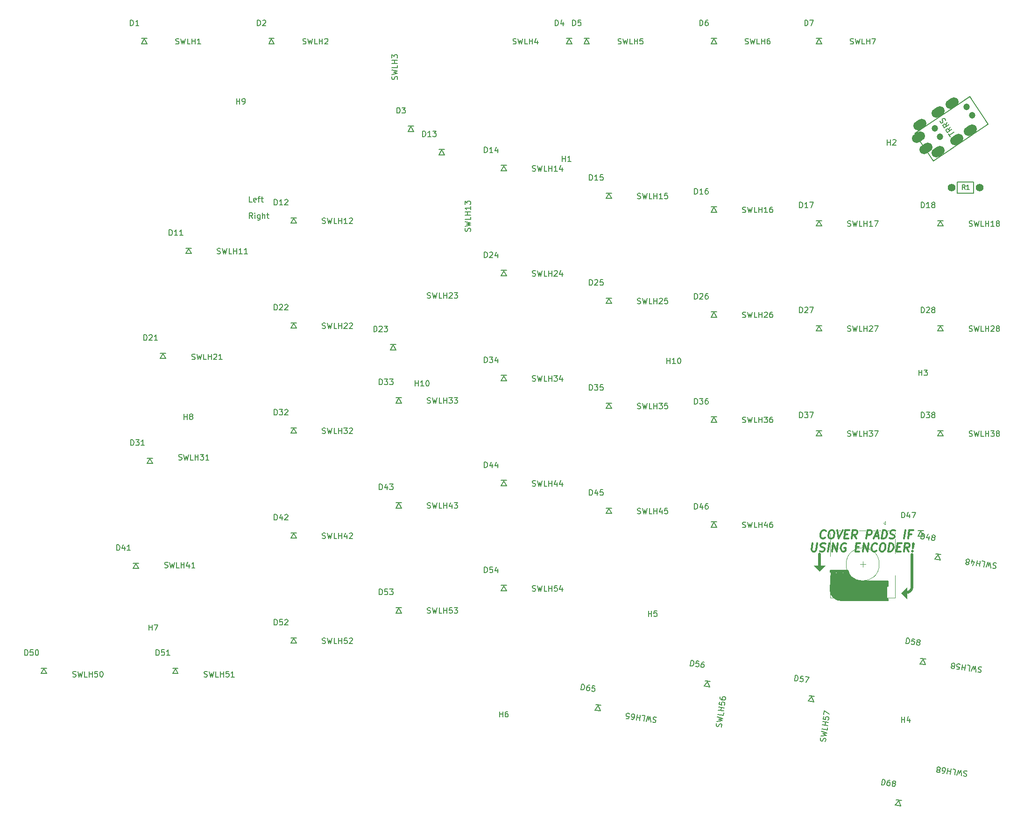
<source format=gto>
%TF.GenerationSoftware,KiCad,Pcbnew,(6.0.5-0)*%
%TF.CreationDate,2023-01-19T18:27:40-08:00*%
%TF.ProjectId,ergodonk_pcb,6572676f-646f-46e6-9b5f-7063622e6b69,rev?*%
%TF.SameCoordinates,Original*%
%TF.FileFunction,Legend,Top*%
%TF.FilePolarity,Positive*%
%FSLAX46Y46*%
G04 Gerber Fmt 4.6, Leading zero omitted, Abs format (unit mm)*
G04 Created by KiCad (PCBNEW (6.0.5-0)) date 2023-01-19 18:27:40*
%MOMM*%
%LPD*%
G01*
G04 APERTURE LIST*
G04 Aperture macros list*
%AMHorizOval*
0 Thick line with rounded ends*
0 $1 width*
0 $2 $3 position (X,Y) of the first rounded end (center of the circle)*
0 $4 $5 position (X,Y) of the second rounded end (center of the circle)*
0 Add line between two ends*
20,1,$1,$2,$3,$4,$5,0*
0 Add two circle primitives to create the rounded ends*
1,1,$1,$2,$3*
1,1,$1,$4,$5*%
G04 Aperture macros list end*
%ADD10C,0.150000*%
%ADD11C,0.300000*%
%ADD12C,0.120000*%
%ADD13C,3.000000*%
%ADD14C,0.400000*%
%ADD15C,0.500000*%
%ADD16C,3.500000*%
%ADD17C,0.800000*%
%ADD18C,1.000000*%
%ADD19C,1.200000*%
%ADD20HorizOval,1.700000X-0.332394X-0.222518X0.332394X0.222518X0*%
%ADD21C,1.397000*%
G04 APERTURE END LIST*
D10*
%TO.C,SWLH14*%
X111561904Y-53754761D02*
X111704761Y-53802380D01*
X111942857Y-53802380D01*
X112038095Y-53754761D01*
X112085714Y-53707142D01*
X112133333Y-53611904D01*
X112133333Y-53516666D01*
X112085714Y-53421428D01*
X112038095Y-53373809D01*
X111942857Y-53326190D01*
X111752380Y-53278571D01*
X111657142Y-53230952D01*
X111609523Y-53183333D01*
X111561904Y-53088095D01*
X111561904Y-52992857D01*
X111609523Y-52897619D01*
X111657142Y-52850000D01*
X111752380Y-52802380D01*
X111990476Y-52802380D01*
X112133333Y-52850000D01*
X112466666Y-52802380D02*
X112704761Y-53802380D01*
X112895238Y-53088095D01*
X113085714Y-53802380D01*
X113323809Y-52802380D01*
X114180952Y-53802380D02*
X113704761Y-53802380D01*
X113704761Y-52802380D01*
X114514285Y-53802380D02*
X114514285Y-52802380D01*
X114514285Y-53278571D02*
X115085714Y-53278571D01*
X115085714Y-53802380D02*
X115085714Y-52802380D01*
X116085714Y-53802380D02*
X115514285Y-53802380D01*
X115800000Y-53802380D02*
X115800000Y-52802380D01*
X115704761Y-52945238D01*
X115609523Y-53040476D01*
X115514285Y-53088095D01*
X116942857Y-53135714D02*
X116942857Y-53802380D01*
X116704761Y-52754761D02*
X116466666Y-53469047D01*
X117085714Y-53469047D01*
%TO.C,SWLH33*%
X92511904Y-95854761D02*
X92654761Y-95902380D01*
X92892857Y-95902380D01*
X92988095Y-95854761D01*
X93035714Y-95807142D01*
X93083333Y-95711904D01*
X93083333Y-95616666D01*
X93035714Y-95521428D01*
X92988095Y-95473809D01*
X92892857Y-95426190D01*
X92702380Y-95378571D01*
X92607142Y-95330952D01*
X92559523Y-95283333D01*
X92511904Y-95188095D01*
X92511904Y-95092857D01*
X92559523Y-94997619D01*
X92607142Y-94950000D01*
X92702380Y-94902380D01*
X92940476Y-94902380D01*
X93083333Y-94950000D01*
X93416666Y-94902380D02*
X93654761Y-95902380D01*
X93845238Y-95188095D01*
X94035714Y-95902380D01*
X94273809Y-94902380D01*
X95130952Y-95902380D02*
X94654761Y-95902380D01*
X94654761Y-94902380D01*
X95464285Y-95902380D02*
X95464285Y-94902380D01*
X95464285Y-95378571D02*
X96035714Y-95378571D01*
X96035714Y-95902380D02*
X96035714Y-94902380D01*
X96416666Y-94902380D02*
X97035714Y-94902380D01*
X96702380Y-95283333D01*
X96845238Y-95283333D01*
X96940476Y-95330952D01*
X96988095Y-95378571D01*
X97035714Y-95473809D01*
X97035714Y-95711904D01*
X96988095Y-95807142D01*
X96940476Y-95854761D01*
X96845238Y-95902380D01*
X96559523Y-95902380D01*
X96464285Y-95854761D01*
X96416666Y-95807142D01*
X97369047Y-94902380D02*
X97988095Y-94902380D01*
X97654761Y-95283333D01*
X97797619Y-95283333D01*
X97892857Y-95330952D01*
X97940476Y-95378571D01*
X97988095Y-95473809D01*
X97988095Y-95711904D01*
X97940476Y-95807142D01*
X97892857Y-95854761D01*
X97797619Y-95902380D01*
X97511904Y-95902380D01*
X97416666Y-95854761D01*
X97369047Y-95807142D01*
%TO.C,SWLH57*%
X164666314Y-157292868D02*
X164733352Y-157158028D01*
X164766488Y-156922250D01*
X164732587Y-156821312D01*
X164692059Y-156767529D01*
X164604375Y-156707118D01*
X164510063Y-156693864D01*
X164409125Y-156727765D01*
X164355342Y-156768293D01*
X164294932Y-156855977D01*
X164221267Y-157037972D01*
X164160857Y-157125656D01*
X164107074Y-157166185D01*
X164006135Y-157200086D01*
X163911824Y-157186831D01*
X163824140Y-157126421D01*
X163783612Y-157072638D01*
X163749711Y-156971699D01*
X163782847Y-156735921D01*
X163849885Y-156601082D01*
X163849120Y-156264365D02*
X164872525Y-156167760D01*
X164191700Y-155879728D01*
X164925543Y-155790515D01*
X163968411Y-155415564D01*
X165077971Y-154705936D02*
X165011698Y-155177492D01*
X164021430Y-155038319D01*
X165124362Y-154375846D02*
X164134094Y-154236673D01*
X164605650Y-154302946D02*
X164685177Y-153737079D01*
X165203889Y-153809979D02*
X164213621Y-153670806D01*
X164346167Y-152727693D02*
X164279894Y-153199250D01*
X164744823Y-153312678D01*
X164704295Y-153258895D01*
X164670394Y-153157957D01*
X164703530Y-152922179D01*
X164763940Y-152834495D01*
X164817723Y-152793966D01*
X164918662Y-152760065D01*
X165154440Y-152793202D01*
X165242124Y-152853612D01*
X165282652Y-152907395D01*
X165316553Y-153008333D01*
X165283417Y-153244112D01*
X165223006Y-153331795D01*
X165169224Y-153372324D01*
X164399185Y-152350448D02*
X164491967Y-151690270D01*
X165422590Y-152253843D01*
%TO.C,H7*%
X42037095Y-137079380D02*
X42037095Y-136079380D01*
X42037095Y-136555571D02*
X42608523Y-136555571D01*
X42608523Y-137079380D02*
X42608523Y-136079380D01*
X42989476Y-136079380D02*
X43656142Y-136079380D01*
X43227571Y-137079380D01*
%TO.C,SWLH35*%
X130611904Y-96854761D02*
X130754761Y-96902380D01*
X130992857Y-96902380D01*
X131088095Y-96854761D01*
X131135714Y-96807142D01*
X131183333Y-96711904D01*
X131183333Y-96616666D01*
X131135714Y-96521428D01*
X131088095Y-96473809D01*
X130992857Y-96426190D01*
X130802380Y-96378571D01*
X130707142Y-96330952D01*
X130659523Y-96283333D01*
X130611904Y-96188095D01*
X130611904Y-96092857D01*
X130659523Y-95997619D01*
X130707142Y-95950000D01*
X130802380Y-95902380D01*
X131040476Y-95902380D01*
X131183333Y-95950000D01*
X131516666Y-95902380D02*
X131754761Y-96902380D01*
X131945238Y-96188095D01*
X132135714Y-96902380D01*
X132373809Y-95902380D01*
X133230952Y-96902380D02*
X132754761Y-96902380D01*
X132754761Y-95902380D01*
X133564285Y-96902380D02*
X133564285Y-95902380D01*
X133564285Y-96378571D02*
X134135714Y-96378571D01*
X134135714Y-96902380D02*
X134135714Y-95902380D01*
X134516666Y-95902380D02*
X135135714Y-95902380D01*
X134802380Y-96283333D01*
X134945238Y-96283333D01*
X135040476Y-96330952D01*
X135088095Y-96378571D01*
X135135714Y-96473809D01*
X135135714Y-96711904D01*
X135088095Y-96807142D01*
X135040476Y-96854761D01*
X134945238Y-96902380D01*
X134659523Y-96902380D01*
X134564285Y-96854761D01*
X134516666Y-96807142D01*
X136040476Y-95902380D02*
X135564285Y-95902380D01*
X135516666Y-96378571D01*
X135564285Y-96330952D01*
X135659523Y-96283333D01*
X135897619Y-96283333D01*
X135992857Y-96330952D01*
X136040476Y-96378571D01*
X136088095Y-96473809D01*
X136088095Y-96711904D01*
X136040476Y-96807142D01*
X135992857Y-96854761D01*
X135897619Y-96902380D01*
X135659523Y-96902380D01*
X135564285Y-96854761D01*
X135516666Y-96807142D01*
%TO.C,H5*%
X132588095Y-134571130D02*
X132588095Y-133571130D01*
X132588095Y-134047321D02*
X133159523Y-134047321D01*
X133159523Y-134571130D02*
X133159523Y-133571130D01*
X134111904Y-133571130D02*
X133635714Y-133571130D01*
X133588095Y-134047321D01*
X133635714Y-133999702D01*
X133730952Y-133952083D01*
X133969047Y-133952083D01*
X134064285Y-133999702D01*
X134111904Y-134047321D01*
X134159523Y-134142559D01*
X134159523Y-134380654D01*
X134111904Y-134475892D01*
X134064285Y-134523511D01*
X133969047Y-134571130D01*
X133730952Y-134571130D01*
X133635714Y-134523511D01*
X133588095Y-134475892D01*
%TO.C,SWLH12*%
X73461904Y-63254761D02*
X73604761Y-63302380D01*
X73842857Y-63302380D01*
X73938095Y-63254761D01*
X73985714Y-63207142D01*
X74033333Y-63111904D01*
X74033333Y-63016666D01*
X73985714Y-62921428D01*
X73938095Y-62873809D01*
X73842857Y-62826190D01*
X73652380Y-62778571D01*
X73557142Y-62730952D01*
X73509523Y-62683333D01*
X73461904Y-62588095D01*
X73461904Y-62492857D01*
X73509523Y-62397619D01*
X73557142Y-62350000D01*
X73652380Y-62302380D01*
X73890476Y-62302380D01*
X74033333Y-62350000D01*
X74366666Y-62302380D02*
X74604761Y-63302380D01*
X74795238Y-62588095D01*
X74985714Y-63302380D01*
X75223809Y-62302380D01*
X76080952Y-63302380D02*
X75604761Y-63302380D01*
X75604761Y-62302380D01*
X76414285Y-63302380D02*
X76414285Y-62302380D01*
X76414285Y-62778571D02*
X76985714Y-62778571D01*
X76985714Y-63302380D02*
X76985714Y-62302380D01*
X77985714Y-63302380D02*
X77414285Y-63302380D01*
X77700000Y-63302380D02*
X77700000Y-62302380D01*
X77604761Y-62445238D01*
X77509523Y-62540476D01*
X77414285Y-62588095D01*
X78366666Y-62397619D02*
X78414285Y-62350000D01*
X78509523Y-62302380D01*
X78747619Y-62302380D01*
X78842857Y-62350000D01*
X78890476Y-62397619D01*
X78938095Y-62492857D01*
X78938095Y-62588095D01*
X78890476Y-62730952D01*
X78319047Y-63302380D01*
X78938095Y-63302380D01*
%TO.C,SWLH43*%
X92511904Y-114904761D02*
X92654761Y-114952380D01*
X92892857Y-114952380D01*
X92988095Y-114904761D01*
X93035714Y-114857142D01*
X93083333Y-114761904D01*
X93083333Y-114666666D01*
X93035714Y-114571428D01*
X92988095Y-114523809D01*
X92892857Y-114476190D01*
X92702380Y-114428571D01*
X92607142Y-114380952D01*
X92559523Y-114333333D01*
X92511904Y-114238095D01*
X92511904Y-114142857D01*
X92559523Y-114047619D01*
X92607142Y-114000000D01*
X92702380Y-113952380D01*
X92940476Y-113952380D01*
X93083333Y-114000000D01*
X93416666Y-113952380D02*
X93654761Y-114952380D01*
X93845238Y-114238095D01*
X94035714Y-114952380D01*
X94273809Y-113952380D01*
X95130952Y-114952380D02*
X94654761Y-114952380D01*
X94654761Y-113952380D01*
X95464285Y-114952380D02*
X95464285Y-113952380D01*
X95464285Y-114428571D02*
X96035714Y-114428571D01*
X96035714Y-114952380D02*
X96035714Y-113952380D01*
X96940476Y-114285714D02*
X96940476Y-114952380D01*
X96702380Y-113904761D02*
X96464285Y-114619047D01*
X97083333Y-114619047D01*
X97369047Y-113952380D02*
X97988095Y-113952380D01*
X97654761Y-114333333D01*
X97797619Y-114333333D01*
X97892857Y-114380952D01*
X97940476Y-114428571D01*
X97988095Y-114523809D01*
X97988095Y-114761904D01*
X97940476Y-114857142D01*
X97892857Y-114904761D01*
X97797619Y-114952380D01*
X97511904Y-114952380D01*
X97416666Y-114904761D01*
X97369047Y-114857142D01*
%TO.C,SWLH2*%
X69938095Y-30704761D02*
X70080952Y-30752380D01*
X70319047Y-30752380D01*
X70414285Y-30704761D01*
X70461904Y-30657142D01*
X70509523Y-30561904D01*
X70509523Y-30466666D01*
X70461904Y-30371428D01*
X70414285Y-30323809D01*
X70319047Y-30276190D01*
X70128571Y-30228571D01*
X70033333Y-30180952D01*
X69985714Y-30133333D01*
X69938095Y-30038095D01*
X69938095Y-29942857D01*
X69985714Y-29847619D01*
X70033333Y-29800000D01*
X70128571Y-29752380D01*
X70366666Y-29752380D01*
X70509523Y-29800000D01*
X70842857Y-29752380D02*
X71080952Y-30752380D01*
X71271428Y-30038095D01*
X71461904Y-30752380D01*
X71700000Y-29752380D01*
X72557142Y-30752380D02*
X72080952Y-30752380D01*
X72080952Y-29752380D01*
X72890476Y-30752380D02*
X72890476Y-29752380D01*
X72890476Y-30228571D02*
X73461904Y-30228571D01*
X73461904Y-30752380D02*
X73461904Y-29752380D01*
X73890476Y-29847619D02*
X73938095Y-29800000D01*
X74033333Y-29752380D01*
X74271428Y-29752380D01*
X74366666Y-29800000D01*
X74414285Y-29847619D01*
X74461904Y-29942857D01*
X74461904Y-30038095D01*
X74414285Y-30180952D01*
X73842857Y-30752380D01*
X74461904Y-30752380D01*
%TO.C,SWLH53*%
X92511904Y-133954761D02*
X92654761Y-134002380D01*
X92892857Y-134002380D01*
X92988095Y-133954761D01*
X93035714Y-133907142D01*
X93083333Y-133811904D01*
X93083333Y-133716666D01*
X93035714Y-133621428D01*
X92988095Y-133573809D01*
X92892857Y-133526190D01*
X92702380Y-133478571D01*
X92607142Y-133430952D01*
X92559523Y-133383333D01*
X92511904Y-133288095D01*
X92511904Y-133192857D01*
X92559523Y-133097619D01*
X92607142Y-133050000D01*
X92702380Y-133002380D01*
X92940476Y-133002380D01*
X93083333Y-133050000D01*
X93416666Y-133002380D02*
X93654761Y-134002380D01*
X93845238Y-133288095D01*
X94035714Y-134002380D01*
X94273809Y-133002380D01*
X95130952Y-134002380D02*
X94654761Y-134002380D01*
X94654761Y-133002380D01*
X95464285Y-134002380D02*
X95464285Y-133002380D01*
X95464285Y-133478571D02*
X96035714Y-133478571D01*
X96035714Y-134002380D02*
X96035714Y-133002380D01*
X96988095Y-133002380D02*
X96511904Y-133002380D01*
X96464285Y-133478571D01*
X96511904Y-133430952D01*
X96607142Y-133383333D01*
X96845238Y-133383333D01*
X96940476Y-133430952D01*
X96988095Y-133478571D01*
X97035714Y-133573809D01*
X97035714Y-133811904D01*
X96988095Y-133907142D01*
X96940476Y-133954761D01*
X96845238Y-134002380D01*
X96607142Y-134002380D01*
X96511904Y-133954761D01*
X96464285Y-133907142D01*
X97369047Y-133002380D02*
X97988095Y-133002380D01*
X97654761Y-133383333D01*
X97797619Y-133383333D01*
X97892857Y-133430952D01*
X97940476Y-133478571D01*
X97988095Y-133573809D01*
X97988095Y-133811904D01*
X97940476Y-133907142D01*
X97892857Y-133954761D01*
X97797619Y-134002380D01*
X97511904Y-134002380D01*
X97416666Y-133954761D01*
X97369047Y-133907142D01*
%TO.C,SWLH3*%
X87029761Y-37186904D02*
X87077380Y-37044047D01*
X87077380Y-36805952D01*
X87029761Y-36710714D01*
X86982142Y-36663095D01*
X86886904Y-36615476D01*
X86791666Y-36615476D01*
X86696428Y-36663095D01*
X86648809Y-36710714D01*
X86601190Y-36805952D01*
X86553571Y-36996428D01*
X86505952Y-37091666D01*
X86458333Y-37139285D01*
X86363095Y-37186904D01*
X86267857Y-37186904D01*
X86172619Y-37139285D01*
X86125000Y-37091666D01*
X86077380Y-36996428D01*
X86077380Y-36758333D01*
X86125000Y-36615476D01*
X86077380Y-36282142D02*
X87077380Y-36044047D01*
X86363095Y-35853571D01*
X87077380Y-35663095D01*
X86077380Y-35425000D01*
X87077380Y-34567857D02*
X87077380Y-35044047D01*
X86077380Y-35044047D01*
X87077380Y-34234523D02*
X86077380Y-34234523D01*
X86553571Y-34234523D02*
X86553571Y-33663095D01*
X87077380Y-33663095D02*
X86077380Y-33663095D01*
X86077380Y-33282142D02*
X86077380Y-32663095D01*
X86458333Y-32996428D01*
X86458333Y-32853571D01*
X86505952Y-32758333D01*
X86553571Y-32710714D01*
X86648809Y-32663095D01*
X86886904Y-32663095D01*
X86982142Y-32710714D01*
X87029761Y-32758333D01*
X87077380Y-32853571D01*
X87077380Y-33139285D01*
X87029761Y-33234523D01*
X86982142Y-33282142D01*
D11*
%TO.C,SWLH_ROT1*%
X164631562Y-120326714D02*
X164551205Y-120398142D01*
X164327991Y-120469571D01*
X164185133Y-120469571D01*
X163979776Y-120398142D01*
X163854776Y-120255285D01*
X163801205Y-120112428D01*
X163765491Y-119826714D01*
X163792276Y-119612428D01*
X163899419Y-119326714D01*
X163988705Y-119183857D01*
X164149419Y-119041000D01*
X164372633Y-118969571D01*
X164515491Y-118969571D01*
X164720848Y-119041000D01*
X164783348Y-119112428D01*
X165729776Y-118969571D02*
X166015491Y-118969571D01*
X166149419Y-119041000D01*
X166274419Y-119183857D01*
X166310133Y-119469571D01*
X166247633Y-119969571D01*
X166140491Y-120255285D01*
X165979776Y-120398142D01*
X165827991Y-120469571D01*
X165542276Y-120469571D01*
X165408348Y-120398142D01*
X165283348Y-120255285D01*
X165247633Y-119969571D01*
X165310133Y-119469571D01*
X165417276Y-119183857D01*
X165577991Y-119041000D01*
X165729776Y-118969571D01*
X166801205Y-118969571D02*
X167113705Y-120469571D01*
X167801205Y-118969571D01*
X168211919Y-119683857D02*
X168711919Y-119683857D01*
X168827991Y-120469571D02*
X168113705Y-120469571D01*
X168301205Y-118969571D01*
X169015491Y-118969571D01*
X170327991Y-120469571D02*
X169917276Y-119755285D01*
X169470848Y-120469571D02*
X169658348Y-118969571D01*
X170229776Y-118969571D01*
X170363705Y-119041000D01*
X170426205Y-119112428D01*
X170479776Y-119255285D01*
X170452991Y-119469571D01*
X170363705Y-119612428D01*
X170283348Y-119683857D01*
X170131562Y-119755285D01*
X169560133Y-119755285D01*
X172113705Y-120469571D02*
X172301205Y-118969571D01*
X172872633Y-118969571D01*
X173006562Y-119041000D01*
X173069062Y-119112428D01*
X173122633Y-119255285D01*
X173095848Y-119469571D01*
X173006562Y-119612428D01*
X172926205Y-119683857D01*
X172774419Y-119755285D01*
X172202991Y-119755285D01*
X173595848Y-120041000D02*
X174310133Y-120041000D01*
X173399419Y-120469571D02*
X174086919Y-118969571D01*
X174399419Y-120469571D01*
X174899419Y-120469571D02*
X175086919Y-118969571D01*
X175444062Y-118969571D01*
X175649419Y-119041000D01*
X175774419Y-119183857D01*
X175827991Y-119326714D01*
X175863705Y-119612428D01*
X175836919Y-119826714D01*
X175729776Y-120112428D01*
X175640491Y-120255285D01*
X175479776Y-120398142D01*
X175256562Y-120469571D01*
X174899419Y-120469571D01*
X176336919Y-120398142D02*
X176542276Y-120469571D01*
X176899419Y-120469571D01*
X177051205Y-120398142D01*
X177131562Y-120326714D01*
X177220848Y-120183857D01*
X177238705Y-120041000D01*
X177185133Y-119898142D01*
X177122633Y-119826714D01*
X176988705Y-119755285D01*
X176711919Y-119683857D01*
X176577991Y-119612428D01*
X176515491Y-119541000D01*
X176461919Y-119398142D01*
X176479776Y-119255285D01*
X176569062Y-119112428D01*
X176649419Y-119041000D01*
X176801205Y-118969571D01*
X177158348Y-118969571D01*
X177363705Y-119041000D01*
X178970848Y-120469571D02*
X179158348Y-118969571D01*
X180283348Y-119683857D02*
X179783348Y-119683857D01*
X179685133Y-120469571D02*
X179872633Y-118969571D01*
X180586919Y-118969571D01*
X162352633Y-121303571D02*
X162200848Y-122517857D01*
X162254419Y-122660714D01*
X162316919Y-122732142D01*
X162450848Y-122803571D01*
X162736562Y-122803571D01*
X162888348Y-122732142D01*
X162968705Y-122660714D01*
X163057991Y-122517857D01*
X163209776Y-121303571D01*
X163674062Y-122732142D02*
X163879419Y-122803571D01*
X164236562Y-122803571D01*
X164388348Y-122732142D01*
X164468705Y-122660714D01*
X164557991Y-122517857D01*
X164575848Y-122375000D01*
X164522276Y-122232142D01*
X164459776Y-122160714D01*
X164325848Y-122089285D01*
X164049062Y-122017857D01*
X163915133Y-121946428D01*
X163852633Y-121875000D01*
X163799062Y-121732142D01*
X163816919Y-121589285D01*
X163906205Y-121446428D01*
X163986562Y-121375000D01*
X164138348Y-121303571D01*
X164495491Y-121303571D01*
X164700848Y-121375000D01*
X165165133Y-122803571D02*
X165352633Y-121303571D01*
X165879419Y-122803571D02*
X166066919Y-121303571D01*
X166736562Y-122803571D01*
X166924062Y-121303571D01*
X168415133Y-121375000D02*
X168281205Y-121303571D01*
X168066919Y-121303571D01*
X167843705Y-121375000D01*
X167682991Y-121517857D01*
X167593705Y-121660714D01*
X167486562Y-121946428D01*
X167459776Y-122160714D01*
X167495491Y-122446428D01*
X167549062Y-122589285D01*
X167674062Y-122732142D01*
X167879419Y-122803571D01*
X168022276Y-122803571D01*
X168245491Y-122732142D01*
X168325848Y-122660714D01*
X168388348Y-122160714D01*
X168102633Y-122160714D01*
X170191919Y-122017857D02*
X170691919Y-122017857D01*
X170807991Y-122803571D02*
X170093705Y-122803571D01*
X170281205Y-121303571D01*
X170995491Y-121303571D01*
X171450848Y-122803571D02*
X171638348Y-121303571D01*
X172307991Y-122803571D01*
X172495491Y-121303571D01*
X173897276Y-122660714D02*
X173816919Y-122732142D01*
X173593705Y-122803571D01*
X173450848Y-122803571D01*
X173245491Y-122732142D01*
X173120491Y-122589285D01*
X173066919Y-122446428D01*
X173031205Y-122160714D01*
X173057991Y-121946428D01*
X173165133Y-121660714D01*
X173254419Y-121517857D01*
X173415133Y-121375000D01*
X173638348Y-121303571D01*
X173781205Y-121303571D01*
X173986562Y-121375000D01*
X174049062Y-121446428D01*
X174995491Y-121303571D02*
X175281205Y-121303571D01*
X175415133Y-121375000D01*
X175540133Y-121517857D01*
X175575848Y-121803571D01*
X175513348Y-122303571D01*
X175406205Y-122589285D01*
X175245491Y-122732142D01*
X175093705Y-122803571D01*
X174807991Y-122803571D01*
X174674062Y-122732142D01*
X174549062Y-122589285D01*
X174513348Y-122303571D01*
X174575848Y-121803571D01*
X174682991Y-121517857D01*
X174843705Y-121375000D01*
X174995491Y-121303571D01*
X176093705Y-122803571D02*
X176281205Y-121303571D01*
X176638348Y-121303571D01*
X176843705Y-121375000D01*
X176968705Y-121517857D01*
X177022276Y-121660714D01*
X177057991Y-121946428D01*
X177031205Y-122160714D01*
X176924062Y-122446428D01*
X176834776Y-122589285D01*
X176674062Y-122732142D01*
X176450848Y-122803571D01*
X176093705Y-122803571D01*
X177691919Y-122017857D02*
X178191919Y-122017857D01*
X178307991Y-122803571D02*
X177593705Y-122803571D01*
X177781205Y-121303571D01*
X178495491Y-121303571D01*
X179807991Y-122803571D02*
X179397276Y-122089285D01*
X178950848Y-122803571D02*
X179138348Y-121303571D01*
X179709776Y-121303571D01*
X179843705Y-121375000D01*
X179906205Y-121446428D01*
X179959776Y-121589285D01*
X179932991Y-121803571D01*
X179843705Y-121946428D01*
X179763348Y-122017857D01*
X179611562Y-122089285D01*
X179040133Y-122089285D01*
X180468705Y-122660714D02*
X180531205Y-122732142D01*
X180450848Y-122803571D01*
X180388348Y-122732142D01*
X180468705Y-122660714D01*
X180450848Y-122803571D01*
X180522276Y-122232142D02*
X180557991Y-121375000D01*
X180638348Y-121303571D01*
X180700848Y-121375000D01*
X180522276Y-122232142D01*
X180638348Y-121303571D01*
D10*
%TO.C,SWLH45*%
X130611904Y-115904761D02*
X130754761Y-115952380D01*
X130992857Y-115952380D01*
X131088095Y-115904761D01*
X131135714Y-115857142D01*
X131183333Y-115761904D01*
X131183333Y-115666666D01*
X131135714Y-115571428D01*
X131088095Y-115523809D01*
X130992857Y-115476190D01*
X130802380Y-115428571D01*
X130707142Y-115380952D01*
X130659523Y-115333333D01*
X130611904Y-115238095D01*
X130611904Y-115142857D01*
X130659523Y-115047619D01*
X130707142Y-115000000D01*
X130802380Y-114952380D01*
X131040476Y-114952380D01*
X131183333Y-115000000D01*
X131516666Y-114952380D02*
X131754761Y-115952380D01*
X131945238Y-115238095D01*
X132135714Y-115952380D01*
X132373809Y-114952380D01*
X133230952Y-115952380D02*
X132754761Y-115952380D01*
X132754761Y-114952380D01*
X133564285Y-115952380D02*
X133564285Y-114952380D01*
X133564285Y-115428571D02*
X134135714Y-115428571D01*
X134135714Y-115952380D02*
X134135714Y-114952380D01*
X135040476Y-115285714D02*
X135040476Y-115952380D01*
X134802380Y-114904761D02*
X134564285Y-115619047D01*
X135183333Y-115619047D01*
X136040476Y-114952380D02*
X135564285Y-114952380D01*
X135516666Y-115428571D01*
X135564285Y-115380952D01*
X135659523Y-115333333D01*
X135897619Y-115333333D01*
X135992857Y-115380952D01*
X136040476Y-115428571D01*
X136088095Y-115523809D01*
X136088095Y-115761904D01*
X136040476Y-115857142D01*
X135992857Y-115904761D01*
X135897619Y-115952380D01*
X135659523Y-115952380D01*
X135564285Y-115904761D01*
X135516666Y-115857142D01*
%TO.C,H4*%
X178486369Y-153792106D02*
X178486369Y-152792106D01*
X178486369Y-153268297D02*
X179057797Y-153268297D01*
X179057797Y-153792106D02*
X179057797Y-152792106D01*
X179962559Y-153125440D02*
X179962559Y-153792106D01*
X179724464Y-152744487D02*
X179486369Y-153458773D01*
X180105416Y-153458773D01*
%TO.C,SWLH68*%
X190376034Y-162680544D02*
X190241194Y-162613506D01*
X190005416Y-162580370D01*
X189904478Y-162614271D01*
X189850695Y-162654799D01*
X189790284Y-162742483D01*
X189777030Y-162836795D01*
X189810931Y-162937733D01*
X189851459Y-162991516D01*
X189939143Y-163051926D01*
X190121138Y-163125591D01*
X190208822Y-163186001D01*
X190249351Y-163239784D01*
X190283252Y-163340723D01*
X190269997Y-163435034D01*
X190209587Y-163522718D01*
X190155804Y-163563246D01*
X190054865Y-163597147D01*
X189819087Y-163564011D01*
X189684248Y-163496973D01*
X189347531Y-163497738D02*
X189250926Y-162474333D01*
X188962894Y-163155158D01*
X188873681Y-162421315D01*
X188498730Y-163378447D01*
X187789102Y-162268887D02*
X188260658Y-162335160D01*
X188121485Y-163325428D01*
X187459012Y-162222496D02*
X187319839Y-163212764D01*
X187386112Y-162741208D02*
X186820245Y-162661681D01*
X186893145Y-162142969D02*
X186753972Y-163133237D01*
X185858015Y-163007318D02*
X186046638Y-163033828D01*
X186147576Y-162999926D01*
X186201359Y-162959398D01*
X186315552Y-162831186D01*
X186389217Y-162649191D01*
X186442235Y-162271946D01*
X186408334Y-162171007D01*
X186367806Y-162117224D01*
X186280122Y-162056814D01*
X186091499Y-162030305D01*
X185990561Y-162064206D01*
X185936778Y-162104734D01*
X185876368Y-162192418D01*
X185843231Y-162428196D01*
X185877132Y-162529135D01*
X185917661Y-162582918D01*
X186005345Y-162643328D01*
X186193967Y-162669837D01*
X186294906Y-162635936D01*
X186348689Y-162595408D01*
X186409099Y-162507724D01*
X185257482Y-162490136D02*
X185345166Y-162550546D01*
X185385694Y-162604329D01*
X185419595Y-162705267D01*
X185412968Y-162752423D01*
X185352558Y-162840107D01*
X185298775Y-162880635D01*
X185197836Y-162914536D01*
X185009214Y-162888027D01*
X184921530Y-162827617D01*
X184881002Y-162773834D01*
X184847101Y-162672895D01*
X184853728Y-162625740D01*
X184914138Y-162538056D01*
X184967921Y-162497528D01*
X185068859Y-162463627D01*
X185257482Y-162490136D01*
X185358421Y-162456235D01*
X185412203Y-162415706D01*
X185472614Y-162328022D01*
X185499123Y-162139400D01*
X185465222Y-162038461D01*
X185424693Y-161984678D01*
X185337009Y-161924268D01*
X185148387Y-161897759D01*
X185047448Y-161931660D01*
X184993666Y-161972188D01*
X184933255Y-162059872D01*
X184906746Y-162248495D01*
X184940647Y-162349433D01*
X184981176Y-162403216D01*
X185068859Y-162463627D01*
%TO.C,SWLH27*%
X168711904Y-82804761D02*
X168854761Y-82852380D01*
X169092857Y-82852380D01*
X169188095Y-82804761D01*
X169235714Y-82757142D01*
X169283333Y-82661904D01*
X169283333Y-82566666D01*
X169235714Y-82471428D01*
X169188095Y-82423809D01*
X169092857Y-82376190D01*
X168902380Y-82328571D01*
X168807142Y-82280952D01*
X168759523Y-82233333D01*
X168711904Y-82138095D01*
X168711904Y-82042857D01*
X168759523Y-81947619D01*
X168807142Y-81900000D01*
X168902380Y-81852380D01*
X169140476Y-81852380D01*
X169283333Y-81900000D01*
X169616666Y-81852380D02*
X169854761Y-82852380D01*
X170045238Y-82138095D01*
X170235714Y-82852380D01*
X170473809Y-81852380D01*
X171330952Y-82852380D02*
X170854761Y-82852380D01*
X170854761Y-81852380D01*
X171664285Y-82852380D02*
X171664285Y-81852380D01*
X171664285Y-82328571D02*
X172235714Y-82328571D01*
X172235714Y-82852380D02*
X172235714Y-81852380D01*
X172664285Y-81947619D02*
X172711904Y-81900000D01*
X172807142Y-81852380D01*
X173045238Y-81852380D01*
X173140476Y-81900000D01*
X173188095Y-81947619D01*
X173235714Y-82042857D01*
X173235714Y-82138095D01*
X173188095Y-82280952D01*
X172616666Y-82852380D01*
X173235714Y-82852380D01*
X173569047Y-81852380D02*
X174235714Y-81852380D01*
X173807142Y-82852380D01*
%TO.C,SWLH4*%
X108038095Y-30704761D02*
X108180952Y-30752380D01*
X108419047Y-30752380D01*
X108514285Y-30704761D01*
X108561904Y-30657142D01*
X108609523Y-30561904D01*
X108609523Y-30466666D01*
X108561904Y-30371428D01*
X108514285Y-30323809D01*
X108419047Y-30276190D01*
X108228571Y-30228571D01*
X108133333Y-30180952D01*
X108085714Y-30133333D01*
X108038095Y-30038095D01*
X108038095Y-29942857D01*
X108085714Y-29847619D01*
X108133333Y-29800000D01*
X108228571Y-29752380D01*
X108466666Y-29752380D01*
X108609523Y-29800000D01*
X108942857Y-29752380D02*
X109180952Y-30752380D01*
X109371428Y-30038095D01*
X109561904Y-30752380D01*
X109800000Y-29752380D01*
X110657142Y-30752380D02*
X110180952Y-30752380D01*
X110180952Y-29752380D01*
X110990476Y-30752380D02*
X110990476Y-29752380D01*
X110990476Y-30228571D02*
X111561904Y-30228571D01*
X111561904Y-30752380D02*
X111561904Y-29752380D01*
X112466666Y-30085714D02*
X112466666Y-30752380D01*
X112228571Y-29704761D02*
X111990476Y-30419047D01*
X112609523Y-30419047D01*
%TO.C,SWLH65*%
X134035543Y-152924266D02*
X133900703Y-152857228D01*
X133664925Y-152824092D01*
X133563987Y-152857993D01*
X133510204Y-152898521D01*
X133449793Y-152986205D01*
X133436539Y-153080517D01*
X133470440Y-153181455D01*
X133510968Y-153235238D01*
X133598652Y-153295648D01*
X133780647Y-153369313D01*
X133868331Y-153429723D01*
X133908860Y-153483506D01*
X133942761Y-153584445D01*
X133929506Y-153678756D01*
X133869096Y-153766440D01*
X133815313Y-153806968D01*
X133714374Y-153840869D01*
X133478596Y-153807733D01*
X133343757Y-153740695D01*
X133007040Y-153741460D02*
X132910435Y-152718055D01*
X132622403Y-153398880D01*
X132533190Y-152665037D01*
X132158239Y-153622169D01*
X131448611Y-152512609D02*
X131920167Y-152578882D01*
X131780994Y-153569150D01*
X131118521Y-152466218D02*
X130979348Y-153456486D01*
X131045621Y-152984930D02*
X130479754Y-152905403D01*
X130552654Y-152386691D02*
X130413481Y-153376959D01*
X129517524Y-153251040D02*
X129706147Y-153277550D01*
X129807085Y-153243648D01*
X129860868Y-153203120D01*
X129975061Y-153074908D01*
X130048726Y-152892913D01*
X130101744Y-152515668D01*
X130067843Y-152414729D01*
X130027315Y-152360946D01*
X129939631Y-152300536D01*
X129751008Y-152274027D01*
X129650070Y-152307928D01*
X129596287Y-152348456D01*
X129535877Y-152436140D01*
X129502740Y-152671918D01*
X129536641Y-152772857D01*
X129577170Y-152826640D01*
X129664854Y-152887050D01*
X129853476Y-152913559D01*
X129954415Y-152879658D01*
X130008198Y-152839130D01*
X130068608Y-152751446D01*
X128527256Y-153111867D02*
X128998812Y-153178140D01*
X129112241Y-152713211D01*
X129058458Y-152753740D01*
X128957519Y-152787641D01*
X128721741Y-152754504D01*
X128634057Y-152694094D01*
X128593529Y-152640311D01*
X128559628Y-152539372D01*
X128592764Y-152303594D01*
X128653175Y-152215910D01*
X128706957Y-152175382D01*
X128807896Y-152141481D01*
X129043674Y-152174617D01*
X129131358Y-152235028D01*
X129171886Y-152288811D01*
%TO.C,SWLH22*%
X73461904Y-82304761D02*
X73604761Y-82352380D01*
X73842857Y-82352380D01*
X73938095Y-82304761D01*
X73985714Y-82257142D01*
X74033333Y-82161904D01*
X74033333Y-82066666D01*
X73985714Y-81971428D01*
X73938095Y-81923809D01*
X73842857Y-81876190D01*
X73652380Y-81828571D01*
X73557142Y-81780952D01*
X73509523Y-81733333D01*
X73461904Y-81638095D01*
X73461904Y-81542857D01*
X73509523Y-81447619D01*
X73557142Y-81400000D01*
X73652380Y-81352380D01*
X73890476Y-81352380D01*
X74033333Y-81400000D01*
X74366666Y-81352380D02*
X74604761Y-82352380D01*
X74795238Y-81638095D01*
X74985714Y-82352380D01*
X75223809Y-81352380D01*
X76080952Y-82352380D02*
X75604761Y-82352380D01*
X75604761Y-81352380D01*
X76414285Y-82352380D02*
X76414285Y-81352380D01*
X76414285Y-81828571D02*
X76985714Y-81828571D01*
X76985714Y-82352380D02*
X76985714Y-81352380D01*
X77414285Y-81447619D02*
X77461904Y-81400000D01*
X77557142Y-81352380D01*
X77795238Y-81352380D01*
X77890476Y-81400000D01*
X77938095Y-81447619D01*
X77985714Y-81542857D01*
X77985714Y-81638095D01*
X77938095Y-81780952D01*
X77366666Y-82352380D01*
X77985714Y-82352380D01*
X78366666Y-81447619D02*
X78414285Y-81400000D01*
X78509523Y-81352380D01*
X78747619Y-81352380D01*
X78842857Y-81400000D01*
X78890476Y-81447619D01*
X78938095Y-81542857D01*
X78938095Y-81638095D01*
X78890476Y-81780952D01*
X78319047Y-82352380D01*
X78938095Y-82352380D01*
%TO.C,H10*%
X90305178Y-92780106D02*
X90305178Y-91780106D01*
X90305178Y-92256297D02*
X90876607Y-92256297D01*
X90876607Y-92780106D02*
X90876607Y-91780106D01*
X91876607Y-92780106D02*
X91305178Y-92780106D01*
X91590893Y-92780106D02*
X91590893Y-91780106D01*
X91495654Y-91922964D01*
X91400416Y-92018202D01*
X91305178Y-92065821D01*
X92495654Y-91780106D02*
X92590893Y-91780106D01*
X92686131Y-91827726D01*
X92733750Y-91875345D01*
X92781369Y-91970583D01*
X92828988Y-92161059D01*
X92828988Y-92399154D01*
X92781369Y-92589630D01*
X92733750Y-92684868D01*
X92686131Y-92732487D01*
X92590893Y-92780106D01*
X92495654Y-92780106D01*
X92400416Y-92732487D01*
X92352797Y-92684868D01*
X92305178Y-92589630D01*
X92257559Y-92399154D01*
X92257559Y-92161059D01*
X92305178Y-91970583D01*
X92352797Y-91875345D01*
X92400416Y-91827726D01*
X92495654Y-91780106D01*
%TO.C,SWLH16*%
X149661904Y-61254761D02*
X149804761Y-61302380D01*
X150042857Y-61302380D01*
X150138095Y-61254761D01*
X150185714Y-61207142D01*
X150233333Y-61111904D01*
X150233333Y-61016666D01*
X150185714Y-60921428D01*
X150138095Y-60873809D01*
X150042857Y-60826190D01*
X149852380Y-60778571D01*
X149757142Y-60730952D01*
X149709523Y-60683333D01*
X149661904Y-60588095D01*
X149661904Y-60492857D01*
X149709523Y-60397619D01*
X149757142Y-60350000D01*
X149852380Y-60302380D01*
X150090476Y-60302380D01*
X150233333Y-60350000D01*
X150566666Y-60302380D02*
X150804761Y-61302380D01*
X150995238Y-60588095D01*
X151185714Y-61302380D01*
X151423809Y-60302380D01*
X152280952Y-61302380D02*
X151804761Y-61302380D01*
X151804761Y-60302380D01*
X152614285Y-61302380D02*
X152614285Y-60302380D01*
X152614285Y-60778571D02*
X153185714Y-60778571D01*
X153185714Y-61302380D02*
X153185714Y-60302380D01*
X154185714Y-61302380D02*
X153614285Y-61302380D01*
X153900000Y-61302380D02*
X153900000Y-60302380D01*
X153804761Y-60445238D01*
X153709523Y-60540476D01*
X153614285Y-60588095D01*
X155042857Y-60302380D02*
X154852380Y-60302380D01*
X154757142Y-60350000D01*
X154709523Y-60397619D01*
X154614285Y-60540476D01*
X154566666Y-60730952D01*
X154566666Y-61111904D01*
X154614285Y-61207142D01*
X154661904Y-61254761D01*
X154757142Y-61302380D01*
X154947619Y-61302380D01*
X155042857Y-61254761D01*
X155090476Y-61207142D01*
X155138095Y-61111904D01*
X155138095Y-60873809D01*
X155090476Y-60778571D01*
X155042857Y-60730952D01*
X154947619Y-60683333D01*
X154757142Y-60683333D01*
X154661904Y-60730952D01*
X154614285Y-60778571D01*
X154566666Y-60873809D01*
%TO.C,SWLH58*%
X193027281Y-143815937D02*
X192892441Y-143748899D01*
X192656663Y-143715763D01*
X192555725Y-143749664D01*
X192501942Y-143790192D01*
X192441531Y-143877876D01*
X192428277Y-143972188D01*
X192462178Y-144073126D01*
X192502706Y-144126909D01*
X192590390Y-144187319D01*
X192772385Y-144260984D01*
X192860069Y-144321394D01*
X192900598Y-144375177D01*
X192934499Y-144476116D01*
X192921244Y-144570427D01*
X192860834Y-144658111D01*
X192807051Y-144698639D01*
X192706112Y-144732540D01*
X192470334Y-144699404D01*
X192335495Y-144632366D01*
X191998778Y-144633131D02*
X191902173Y-143609726D01*
X191614141Y-144290551D01*
X191524928Y-143556708D01*
X191149977Y-144513840D01*
X190440349Y-143404280D02*
X190911905Y-143470553D01*
X190772732Y-144460821D01*
X190110259Y-143357889D02*
X189971086Y-144348157D01*
X190037359Y-143876601D02*
X189471492Y-143797074D01*
X189544392Y-143278362D02*
X189405219Y-144268630D01*
X188462106Y-144136084D02*
X188933663Y-144202357D01*
X189047091Y-143737428D01*
X188993308Y-143777956D01*
X188892370Y-143811857D01*
X188656592Y-143778721D01*
X188568908Y-143718311D01*
X188528379Y-143664528D01*
X188494478Y-143563589D01*
X188527615Y-143327811D01*
X188588025Y-143240127D01*
X188641808Y-143199599D01*
X188742746Y-143165698D01*
X188978525Y-143198834D01*
X189066208Y-143259245D01*
X189106737Y-143313027D01*
X187908729Y-143625529D02*
X187996413Y-143685939D01*
X188036941Y-143739722D01*
X188070842Y-143840660D01*
X188064215Y-143887816D01*
X188003805Y-143975500D01*
X187950022Y-144016028D01*
X187849083Y-144049929D01*
X187660461Y-144023420D01*
X187572777Y-143963010D01*
X187532249Y-143909227D01*
X187498348Y-143808288D01*
X187504975Y-143761133D01*
X187565385Y-143673449D01*
X187619168Y-143632921D01*
X187720106Y-143599020D01*
X187908729Y-143625529D01*
X188009668Y-143591628D01*
X188063450Y-143551099D01*
X188123861Y-143463415D01*
X188150370Y-143274793D01*
X188116469Y-143173854D01*
X188075940Y-143120071D01*
X187988256Y-143059661D01*
X187799634Y-143033152D01*
X187698695Y-143067053D01*
X187644913Y-143107581D01*
X187584502Y-143195265D01*
X187557993Y-143383888D01*
X187591894Y-143484826D01*
X187632423Y-143538609D01*
X187720106Y-143599020D01*
%TO.C,SWLH44*%
X111561904Y-110904761D02*
X111704761Y-110952380D01*
X111942857Y-110952380D01*
X112038095Y-110904761D01*
X112085714Y-110857142D01*
X112133333Y-110761904D01*
X112133333Y-110666666D01*
X112085714Y-110571428D01*
X112038095Y-110523809D01*
X111942857Y-110476190D01*
X111752380Y-110428571D01*
X111657142Y-110380952D01*
X111609523Y-110333333D01*
X111561904Y-110238095D01*
X111561904Y-110142857D01*
X111609523Y-110047619D01*
X111657142Y-110000000D01*
X111752380Y-109952380D01*
X111990476Y-109952380D01*
X112133333Y-110000000D01*
X112466666Y-109952380D02*
X112704761Y-110952380D01*
X112895238Y-110238095D01*
X113085714Y-110952380D01*
X113323809Y-109952380D01*
X114180952Y-110952380D02*
X113704761Y-110952380D01*
X113704761Y-109952380D01*
X114514285Y-110952380D02*
X114514285Y-109952380D01*
X114514285Y-110428571D02*
X115085714Y-110428571D01*
X115085714Y-110952380D02*
X115085714Y-109952380D01*
X115990476Y-110285714D02*
X115990476Y-110952380D01*
X115752380Y-109904761D02*
X115514285Y-110619047D01*
X116133333Y-110619047D01*
X116942857Y-110285714D02*
X116942857Y-110952380D01*
X116704761Y-109904761D02*
X116466666Y-110619047D01*
X117085714Y-110619047D01*
%TO.C,H3*%
X181610095Y-90851380D02*
X181610095Y-89851380D01*
X181610095Y-90327571D02*
X182181523Y-90327571D01*
X182181523Y-90851380D02*
X182181523Y-89851380D01*
X182562476Y-89851380D02*
X183181523Y-89851380D01*
X182848190Y-90232333D01*
X182991047Y-90232333D01*
X183086285Y-90279952D01*
X183133904Y-90327571D01*
X183181523Y-90422809D01*
X183181523Y-90660904D01*
X183133904Y-90756142D01*
X183086285Y-90803761D01*
X182991047Y-90851380D01*
X182705333Y-90851380D01*
X182610095Y-90803761D01*
X182562476Y-90756142D01*
%TO.C,H6*%
X105600595Y-152827380D02*
X105600595Y-151827380D01*
X105600595Y-152303571D02*
X106172023Y-152303571D01*
X106172023Y-152827380D02*
X106172023Y-151827380D01*
X107076785Y-151827380D02*
X106886309Y-151827380D01*
X106791071Y-151875000D01*
X106743452Y-151922619D01*
X106648214Y-152065476D01*
X106600595Y-152255952D01*
X106600595Y-152636904D01*
X106648214Y-152732142D01*
X106695833Y-152779761D01*
X106791071Y-152827380D01*
X106981547Y-152827380D01*
X107076785Y-152779761D01*
X107124404Y-152732142D01*
X107172023Y-152636904D01*
X107172023Y-152398809D01*
X107124404Y-152303571D01*
X107076785Y-152255952D01*
X106981547Y-152208333D01*
X106791071Y-152208333D01*
X106695833Y-152255952D01*
X106648214Y-152303571D01*
X106600595Y-152398809D01*
%TO.C,SWLH52*%
X73461904Y-139454761D02*
X73604761Y-139502380D01*
X73842857Y-139502380D01*
X73938095Y-139454761D01*
X73985714Y-139407142D01*
X74033333Y-139311904D01*
X74033333Y-139216666D01*
X73985714Y-139121428D01*
X73938095Y-139073809D01*
X73842857Y-139026190D01*
X73652380Y-138978571D01*
X73557142Y-138930952D01*
X73509523Y-138883333D01*
X73461904Y-138788095D01*
X73461904Y-138692857D01*
X73509523Y-138597619D01*
X73557142Y-138550000D01*
X73652380Y-138502380D01*
X73890476Y-138502380D01*
X74033333Y-138550000D01*
X74366666Y-138502380D02*
X74604761Y-139502380D01*
X74795238Y-138788095D01*
X74985714Y-139502380D01*
X75223809Y-138502380D01*
X76080952Y-139502380D02*
X75604761Y-139502380D01*
X75604761Y-138502380D01*
X76414285Y-139502380D02*
X76414285Y-138502380D01*
X76414285Y-138978571D02*
X76985714Y-138978571D01*
X76985714Y-139502380D02*
X76985714Y-138502380D01*
X77938095Y-138502380D02*
X77461904Y-138502380D01*
X77414285Y-138978571D01*
X77461904Y-138930952D01*
X77557142Y-138883333D01*
X77795238Y-138883333D01*
X77890476Y-138930952D01*
X77938095Y-138978571D01*
X77985714Y-139073809D01*
X77985714Y-139311904D01*
X77938095Y-139407142D01*
X77890476Y-139454761D01*
X77795238Y-139502380D01*
X77557142Y-139502380D01*
X77461904Y-139454761D01*
X77414285Y-139407142D01*
X78366666Y-138597619D02*
X78414285Y-138550000D01*
X78509523Y-138502380D01*
X78747619Y-138502380D01*
X78842857Y-138550000D01*
X78890476Y-138597619D01*
X78938095Y-138692857D01*
X78938095Y-138788095D01*
X78890476Y-138930952D01*
X78319047Y-139502380D01*
X78938095Y-139502380D01*
%TO.C,SWLH56*%
X145802358Y-154642566D02*
X145869396Y-154507726D01*
X145902532Y-154271948D01*
X145868631Y-154171010D01*
X145828103Y-154117227D01*
X145740419Y-154056816D01*
X145646107Y-154043562D01*
X145545169Y-154077463D01*
X145491386Y-154117991D01*
X145430976Y-154205675D01*
X145357311Y-154387670D01*
X145296901Y-154475354D01*
X145243118Y-154515883D01*
X145142179Y-154549784D01*
X145047868Y-154536529D01*
X144960184Y-154476119D01*
X144919656Y-154422336D01*
X144885755Y-154321397D01*
X144918891Y-154085619D01*
X144985929Y-153950780D01*
X144985164Y-153614063D02*
X146008569Y-153517458D01*
X145327744Y-153229426D01*
X146061587Y-153140213D01*
X145104455Y-152765262D01*
X146214015Y-152055634D02*
X146147742Y-152527190D01*
X145157474Y-152388017D01*
X146260406Y-151725544D02*
X145270138Y-151586371D01*
X145741694Y-151652644D02*
X145821221Y-151086777D01*
X146339933Y-151159677D02*
X145349665Y-151020504D01*
X145482211Y-150077391D02*
X145415938Y-150548948D01*
X145880867Y-150662376D01*
X145840339Y-150608593D01*
X145806438Y-150507655D01*
X145839574Y-150271877D01*
X145899984Y-150184193D01*
X145953767Y-150143664D01*
X146054706Y-150109763D01*
X146290484Y-150142900D01*
X146378168Y-150203310D01*
X146418696Y-150257093D01*
X146452597Y-150358031D01*
X146419461Y-150593810D01*
X146359050Y-150681493D01*
X146305268Y-150722022D01*
X145608129Y-149181435D02*
X145581620Y-149370057D01*
X145615521Y-149470996D01*
X145656050Y-149524779D01*
X145784262Y-149638972D01*
X145966257Y-149712636D01*
X146343502Y-149765655D01*
X146444441Y-149731754D01*
X146498224Y-149691225D01*
X146558634Y-149603541D01*
X146585143Y-149414919D01*
X146551242Y-149313980D01*
X146510714Y-149260198D01*
X146423030Y-149199787D01*
X146187252Y-149166651D01*
X146086313Y-149200552D01*
X146032530Y-149241080D01*
X145972120Y-149328764D01*
X145945611Y-149517387D01*
X145979512Y-149618325D01*
X146020040Y-149672108D01*
X146107724Y-149732518D01*
%TO.C,H1*%
X116967095Y-52039380D02*
X116967095Y-51039380D01*
X116967095Y-51515571D02*
X117538523Y-51515571D01*
X117538523Y-52039380D02*
X117538523Y-51039380D01*
X118538523Y-52039380D02*
X117967095Y-52039380D01*
X118252809Y-52039380D02*
X118252809Y-51039380D01*
X118157571Y-51182238D01*
X118062333Y-51277476D01*
X117967095Y-51325095D01*
%TO.C,SWLH28*%
X190761904Y-82804761D02*
X190904761Y-82852380D01*
X191142857Y-82852380D01*
X191238095Y-82804761D01*
X191285714Y-82757142D01*
X191333333Y-82661904D01*
X191333333Y-82566666D01*
X191285714Y-82471428D01*
X191238095Y-82423809D01*
X191142857Y-82376190D01*
X190952380Y-82328571D01*
X190857142Y-82280952D01*
X190809523Y-82233333D01*
X190761904Y-82138095D01*
X190761904Y-82042857D01*
X190809523Y-81947619D01*
X190857142Y-81900000D01*
X190952380Y-81852380D01*
X191190476Y-81852380D01*
X191333333Y-81900000D01*
X191666666Y-81852380D02*
X191904761Y-82852380D01*
X192095238Y-82138095D01*
X192285714Y-82852380D01*
X192523809Y-81852380D01*
X193380952Y-82852380D02*
X192904761Y-82852380D01*
X192904761Y-81852380D01*
X193714285Y-82852380D02*
X193714285Y-81852380D01*
X193714285Y-82328571D02*
X194285714Y-82328571D01*
X194285714Y-82852380D02*
X194285714Y-81852380D01*
X194714285Y-81947619D02*
X194761904Y-81900000D01*
X194857142Y-81852380D01*
X195095238Y-81852380D01*
X195190476Y-81900000D01*
X195238095Y-81947619D01*
X195285714Y-82042857D01*
X195285714Y-82138095D01*
X195238095Y-82280952D01*
X194666666Y-82852380D01*
X195285714Y-82852380D01*
X195857142Y-82280952D02*
X195761904Y-82233333D01*
X195714285Y-82185714D01*
X195666666Y-82090476D01*
X195666666Y-82042857D01*
X195714285Y-81947619D01*
X195761904Y-81900000D01*
X195857142Y-81852380D01*
X196047619Y-81852380D01*
X196142857Y-81900000D01*
X196190476Y-81947619D01*
X196238095Y-82042857D01*
X196238095Y-82090476D01*
X196190476Y-82185714D01*
X196142857Y-82233333D01*
X196047619Y-82280952D01*
X195857142Y-82280952D01*
X195761904Y-82328571D01*
X195714285Y-82376190D01*
X195666666Y-82471428D01*
X195666666Y-82661904D01*
X195714285Y-82757142D01*
X195761904Y-82804761D01*
X195857142Y-82852380D01*
X196047619Y-82852380D01*
X196142857Y-82804761D01*
X196190476Y-82757142D01*
X196238095Y-82661904D01*
X196238095Y-82471428D01*
X196190476Y-82376190D01*
X196142857Y-82328571D01*
X196047619Y-82280952D01*
%TO.C,SWLH26*%
X149661904Y-80304761D02*
X149804761Y-80352380D01*
X150042857Y-80352380D01*
X150138095Y-80304761D01*
X150185714Y-80257142D01*
X150233333Y-80161904D01*
X150233333Y-80066666D01*
X150185714Y-79971428D01*
X150138095Y-79923809D01*
X150042857Y-79876190D01*
X149852380Y-79828571D01*
X149757142Y-79780952D01*
X149709523Y-79733333D01*
X149661904Y-79638095D01*
X149661904Y-79542857D01*
X149709523Y-79447619D01*
X149757142Y-79400000D01*
X149852380Y-79352380D01*
X150090476Y-79352380D01*
X150233333Y-79400000D01*
X150566666Y-79352380D02*
X150804761Y-80352380D01*
X150995238Y-79638095D01*
X151185714Y-80352380D01*
X151423809Y-79352380D01*
X152280952Y-80352380D02*
X151804761Y-80352380D01*
X151804761Y-79352380D01*
X152614285Y-80352380D02*
X152614285Y-79352380D01*
X152614285Y-79828571D02*
X153185714Y-79828571D01*
X153185714Y-80352380D02*
X153185714Y-79352380D01*
X153614285Y-79447619D02*
X153661904Y-79400000D01*
X153757142Y-79352380D01*
X153995238Y-79352380D01*
X154090476Y-79400000D01*
X154138095Y-79447619D01*
X154185714Y-79542857D01*
X154185714Y-79638095D01*
X154138095Y-79780952D01*
X153566666Y-80352380D01*
X154185714Y-80352380D01*
X155042857Y-79352380D02*
X154852380Y-79352380D01*
X154757142Y-79400000D01*
X154709523Y-79447619D01*
X154614285Y-79590476D01*
X154566666Y-79780952D01*
X154566666Y-80161904D01*
X154614285Y-80257142D01*
X154661904Y-80304761D01*
X154757142Y-80352380D01*
X154947619Y-80352380D01*
X155042857Y-80304761D01*
X155090476Y-80257142D01*
X155138095Y-80161904D01*
X155138095Y-79923809D01*
X155090476Y-79828571D01*
X155042857Y-79780952D01*
X154947619Y-79733333D01*
X154757142Y-79733333D01*
X154661904Y-79780952D01*
X154614285Y-79828571D01*
X154566666Y-79923809D01*
%TO.C,SWLH24*%
X111561904Y-72804761D02*
X111704761Y-72852380D01*
X111942857Y-72852380D01*
X112038095Y-72804761D01*
X112085714Y-72757142D01*
X112133333Y-72661904D01*
X112133333Y-72566666D01*
X112085714Y-72471428D01*
X112038095Y-72423809D01*
X111942857Y-72376190D01*
X111752380Y-72328571D01*
X111657142Y-72280952D01*
X111609523Y-72233333D01*
X111561904Y-72138095D01*
X111561904Y-72042857D01*
X111609523Y-71947619D01*
X111657142Y-71900000D01*
X111752380Y-71852380D01*
X111990476Y-71852380D01*
X112133333Y-71900000D01*
X112466666Y-71852380D02*
X112704761Y-72852380D01*
X112895238Y-72138095D01*
X113085714Y-72852380D01*
X113323809Y-71852380D01*
X114180952Y-72852380D02*
X113704761Y-72852380D01*
X113704761Y-71852380D01*
X114514285Y-72852380D02*
X114514285Y-71852380D01*
X114514285Y-72328571D02*
X115085714Y-72328571D01*
X115085714Y-72852380D02*
X115085714Y-71852380D01*
X115514285Y-71947619D02*
X115561904Y-71900000D01*
X115657142Y-71852380D01*
X115895238Y-71852380D01*
X115990476Y-71900000D01*
X116038095Y-71947619D01*
X116085714Y-72042857D01*
X116085714Y-72138095D01*
X116038095Y-72280952D01*
X115466666Y-72852380D01*
X116085714Y-72852380D01*
X116942857Y-72185714D02*
X116942857Y-72852380D01*
X116704761Y-71804761D02*
X116466666Y-72519047D01*
X117085714Y-72519047D01*
%TO.C,SWLH7*%
X169188095Y-30704761D02*
X169330952Y-30752380D01*
X169569047Y-30752380D01*
X169664285Y-30704761D01*
X169711904Y-30657142D01*
X169759523Y-30561904D01*
X169759523Y-30466666D01*
X169711904Y-30371428D01*
X169664285Y-30323809D01*
X169569047Y-30276190D01*
X169378571Y-30228571D01*
X169283333Y-30180952D01*
X169235714Y-30133333D01*
X169188095Y-30038095D01*
X169188095Y-29942857D01*
X169235714Y-29847619D01*
X169283333Y-29800000D01*
X169378571Y-29752380D01*
X169616666Y-29752380D01*
X169759523Y-29800000D01*
X170092857Y-29752380D02*
X170330952Y-30752380D01*
X170521428Y-30038095D01*
X170711904Y-30752380D01*
X170950000Y-29752380D01*
X171807142Y-30752380D02*
X171330952Y-30752380D01*
X171330952Y-29752380D01*
X172140476Y-30752380D02*
X172140476Y-29752380D01*
X172140476Y-30228571D02*
X172711904Y-30228571D01*
X172711904Y-30752380D02*
X172711904Y-29752380D01*
X173092857Y-29752380D02*
X173759523Y-29752380D01*
X173330952Y-30752380D01*
%TO.C,SWLH31*%
X47426904Y-106145761D02*
X47569761Y-106193380D01*
X47807857Y-106193380D01*
X47903095Y-106145761D01*
X47950714Y-106098142D01*
X47998333Y-106002904D01*
X47998333Y-105907666D01*
X47950714Y-105812428D01*
X47903095Y-105764809D01*
X47807857Y-105717190D01*
X47617380Y-105669571D01*
X47522142Y-105621952D01*
X47474523Y-105574333D01*
X47426904Y-105479095D01*
X47426904Y-105383857D01*
X47474523Y-105288619D01*
X47522142Y-105241000D01*
X47617380Y-105193380D01*
X47855476Y-105193380D01*
X47998333Y-105241000D01*
X48331666Y-105193380D02*
X48569761Y-106193380D01*
X48760238Y-105479095D01*
X48950714Y-106193380D01*
X49188809Y-105193380D01*
X50045952Y-106193380D02*
X49569761Y-106193380D01*
X49569761Y-105193380D01*
X50379285Y-106193380D02*
X50379285Y-105193380D01*
X50379285Y-105669571D02*
X50950714Y-105669571D01*
X50950714Y-106193380D02*
X50950714Y-105193380D01*
X51331666Y-105193380D02*
X51950714Y-105193380D01*
X51617380Y-105574333D01*
X51760238Y-105574333D01*
X51855476Y-105621952D01*
X51903095Y-105669571D01*
X51950714Y-105764809D01*
X51950714Y-106002904D01*
X51903095Y-106098142D01*
X51855476Y-106145761D01*
X51760238Y-106193380D01*
X51474523Y-106193380D01*
X51379285Y-106145761D01*
X51331666Y-106098142D01*
X52903095Y-106193380D02*
X52331666Y-106193380D01*
X52617380Y-106193380D02*
X52617380Y-105193380D01*
X52522142Y-105336238D01*
X52426904Y-105431476D01*
X52331666Y-105479095D01*
%TO.C,SWLH41*%
X44886904Y-125703761D02*
X45029761Y-125751380D01*
X45267857Y-125751380D01*
X45363095Y-125703761D01*
X45410714Y-125656142D01*
X45458333Y-125560904D01*
X45458333Y-125465666D01*
X45410714Y-125370428D01*
X45363095Y-125322809D01*
X45267857Y-125275190D01*
X45077380Y-125227571D01*
X44982142Y-125179952D01*
X44934523Y-125132333D01*
X44886904Y-125037095D01*
X44886904Y-124941857D01*
X44934523Y-124846619D01*
X44982142Y-124799000D01*
X45077380Y-124751380D01*
X45315476Y-124751380D01*
X45458333Y-124799000D01*
X45791666Y-124751380D02*
X46029761Y-125751380D01*
X46220238Y-125037095D01*
X46410714Y-125751380D01*
X46648809Y-124751380D01*
X47505952Y-125751380D02*
X47029761Y-125751380D01*
X47029761Y-124751380D01*
X47839285Y-125751380D02*
X47839285Y-124751380D01*
X47839285Y-125227571D02*
X48410714Y-125227571D01*
X48410714Y-125751380D02*
X48410714Y-124751380D01*
X49315476Y-125084714D02*
X49315476Y-125751380D01*
X49077380Y-124703761D02*
X48839285Y-125418047D01*
X49458333Y-125418047D01*
X50363095Y-125751380D02*
X49791666Y-125751380D01*
X50077380Y-125751380D02*
X50077380Y-124751380D01*
X49982142Y-124894238D01*
X49886904Y-124989476D01*
X49791666Y-125037095D01*
%TO.C,SWLH38*%
X190761904Y-101854761D02*
X190904761Y-101902380D01*
X191142857Y-101902380D01*
X191238095Y-101854761D01*
X191285714Y-101807142D01*
X191333333Y-101711904D01*
X191333333Y-101616666D01*
X191285714Y-101521428D01*
X191238095Y-101473809D01*
X191142857Y-101426190D01*
X190952380Y-101378571D01*
X190857142Y-101330952D01*
X190809523Y-101283333D01*
X190761904Y-101188095D01*
X190761904Y-101092857D01*
X190809523Y-100997619D01*
X190857142Y-100950000D01*
X190952380Y-100902380D01*
X191190476Y-100902380D01*
X191333333Y-100950000D01*
X191666666Y-100902380D02*
X191904761Y-101902380D01*
X192095238Y-101188095D01*
X192285714Y-101902380D01*
X192523809Y-100902380D01*
X193380952Y-101902380D02*
X192904761Y-101902380D01*
X192904761Y-100902380D01*
X193714285Y-101902380D02*
X193714285Y-100902380D01*
X193714285Y-101378571D02*
X194285714Y-101378571D01*
X194285714Y-101902380D02*
X194285714Y-100902380D01*
X194666666Y-100902380D02*
X195285714Y-100902380D01*
X194952380Y-101283333D01*
X195095238Y-101283333D01*
X195190476Y-101330952D01*
X195238095Y-101378571D01*
X195285714Y-101473809D01*
X195285714Y-101711904D01*
X195238095Y-101807142D01*
X195190476Y-101854761D01*
X195095238Y-101902380D01*
X194809523Y-101902380D01*
X194714285Y-101854761D01*
X194666666Y-101807142D01*
X195857142Y-101330952D02*
X195761904Y-101283333D01*
X195714285Y-101235714D01*
X195666666Y-101140476D01*
X195666666Y-101092857D01*
X195714285Y-100997619D01*
X195761904Y-100950000D01*
X195857142Y-100902380D01*
X196047619Y-100902380D01*
X196142857Y-100950000D01*
X196190476Y-100997619D01*
X196238095Y-101092857D01*
X196238095Y-101140476D01*
X196190476Y-101235714D01*
X196142857Y-101283333D01*
X196047619Y-101330952D01*
X195857142Y-101330952D01*
X195761904Y-101378571D01*
X195714285Y-101426190D01*
X195666666Y-101521428D01*
X195666666Y-101711904D01*
X195714285Y-101807142D01*
X195761904Y-101854761D01*
X195857142Y-101902380D01*
X196047619Y-101902380D01*
X196142857Y-101854761D01*
X196190476Y-101807142D01*
X196238095Y-101711904D01*
X196238095Y-101521428D01*
X196190476Y-101426190D01*
X196142857Y-101378571D01*
X196047619Y-101330952D01*
%TO.C,SWLH6*%
X150138095Y-30704761D02*
X150280952Y-30752380D01*
X150519047Y-30752380D01*
X150614285Y-30704761D01*
X150661904Y-30657142D01*
X150709523Y-30561904D01*
X150709523Y-30466666D01*
X150661904Y-30371428D01*
X150614285Y-30323809D01*
X150519047Y-30276190D01*
X150328571Y-30228571D01*
X150233333Y-30180952D01*
X150185714Y-30133333D01*
X150138095Y-30038095D01*
X150138095Y-29942857D01*
X150185714Y-29847619D01*
X150233333Y-29800000D01*
X150328571Y-29752380D01*
X150566666Y-29752380D01*
X150709523Y-29800000D01*
X151042857Y-29752380D02*
X151280952Y-30752380D01*
X151471428Y-30038095D01*
X151661904Y-30752380D01*
X151900000Y-29752380D01*
X152757142Y-30752380D02*
X152280952Y-30752380D01*
X152280952Y-29752380D01*
X153090476Y-30752380D02*
X153090476Y-29752380D01*
X153090476Y-30228571D02*
X153661904Y-30228571D01*
X153661904Y-30752380D02*
X153661904Y-29752380D01*
X154566666Y-29752380D02*
X154376190Y-29752380D01*
X154280952Y-29800000D01*
X154233333Y-29847619D01*
X154138095Y-29990476D01*
X154090476Y-30180952D01*
X154090476Y-30561904D01*
X154138095Y-30657142D01*
X154185714Y-30704761D01*
X154280952Y-30752380D01*
X154471428Y-30752380D01*
X154566666Y-30704761D01*
X154614285Y-30657142D01*
X154661904Y-30561904D01*
X154661904Y-30323809D01*
X154614285Y-30228571D01*
X154566666Y-30180952D01*
X154471428Y-30133333D01*
X154280952Y-30133333D01*
X154185714Y-30180952D01*
X154138095Y-30228571D01*
X154090476Y-30323809D01*
%TO.C,SWLH46*%
X149661904Y-118404761D02*
X149804761Y-118452380D01*
X150042857Y-118452380D01*
X150138095Y-118404761D01*
X150185714Y-118357142D01*
X150233333Y-118261904D01*
X150233333Y-118166666D01*
X150185714Y-118071428D01*
X150138095Y-118023809D01*
X150042857Y-117976190D01*
X149852380Y-117928571D01*
X149757142Y-117880952D01*
X149709523Y-117833333D01*
X149661904Y-117738095D01*
X149661904Y-117642857D01*
X149709523Y-117547619D01*
X149757142Y-117500000D01*
X149852380Y-117452380D01*
X150090476Y-117452380D01*
X150233333Y-117500000D01*
X150566666Y-117452380D02*
X150804761Y-118452380D01*
X150995238Y-117738095D01*
X151185714Y-118452380D01*
X151423809Y-117452380D01*
X152280952Y-118452380D02*
X151804761Y-118452380D01*
X151804761Y-117452380D01*
X152614285Y-118452380D02*
X152614285Y-117452380D01*
X152614285Y-117928571D02*
X153185714Y-117928571D01*
X153185714Y-118452380D02*
X153185714Y-117452380D01*
X154090476Y-117785714D02*
X154090476Y-118452380D01*
X153852380Y-117404761D02*
X153614285Y-118119047D01*
X154233333Y-118119047D01*
X155042857Y-117452380D02*
X154852380Y-117452380D01*
X154757142Y-117500000D01*
X154709523Y-117547619D01*
X154614285Y-117690476D01*
X154566666Y-117880952D01*
X154566666Y-118261904D01*
X154614285Y-118357142D01*
X154661904Y-118404761D01*
X154757142Y-118452380D01*
X154947619Y-118452380D01*
X155042857Y-118404761D01*
X155090476Y-118357142D01*
X155138095Y-118261904D01*
X155138095Y-118023809D01*
X155090476Y-117928571D01*
X155042857Y-117880952D01*
X154947619Y-117833333D01*
X154757142Y-117833333D01*
X154661904Y-117880952D01*
X154614285Y-117928571D01*
X154566666Y-118023809D01*
%TO.C,JP1*%
X60737523Y-59380380D02*
X60261333Y-59380380D01*
X60261333Y-58380380D01*
X61451809Y-59332761D02*
X61356571Y-59380380D01*
X61166095Y-59380380D01*
X61070857Y-59332761D01*
X61023238Y-59237523D01*
X61023238Y-58856571D01*
X61070857Y-58761333D01*
X61166095Y-58713714D01*
X61356571Y-58713714D01*
X61451809Y-58761333D01*
X61499428Y-58856571D01*
X61499428Y-58951809D01*
X61023238Y-59047047D01*
X61785142Y-58713714D02*
X62166095Y-58713714D01*
X61928000Y-59380380D02*
X61928000Y-58523238D01*
X61975619Y-58428000D01*
X62070857Y-58380380D01*
X62166095Y-58380380D01*
X62356571Y-58713714D02*
X62737523Y-58713714D01*
X62499428Y-58380380D02*
X62499428Y-59237523D01*
X62547047Y-59332761D01*
X62642285Y-59380380D01*
X62737523Y-59380380D01*
X60808952Y-62380380D02*
X60475619Y-61904190D01*
X60237523Y-62380380D02*
X60237523Y-61380380D01*
X60618476Y-61380380D01*
X60713714Y-61428000D01*
X60761333Y-61475619D01*
X60808952Y-61570857D01*
X60808952Y-61713714D01*
X60761333Y-61808952D01*
X60713714Y-61856571D01*
X60618476Y-61904190D01*
X60237523Y-61904190D01*
X61237523Y-62380380D02*
X61237523Y-61713714D01*
X61237523Y-61380380D02*
X61189904Y-61428000D01*
X61237523Y-61475619D01*
X61285142Y-61428000D01*
X61237523Y-61380380D01*
X61237523Y-61475619D01*
X62142285Y-61713714D02*
X62142285Y-62523238D01*
X62094666Y-62618476D01*
X62047047Y-62666095D01*
X61951809Y-62713714D01*
X61808952Y-62713714D01*
X61713714Y-62666095D01*
X62142285Y-62332761D02*
X62047047Y-62380380D01*
X61856571Y-62380380D01*
X61761333Y-62332761D01*
X61713714Y-62285142D01*
X61666095Y-62189904D01*
X61666095Y-61904190D01*
X61713714Y-61808952D01*
X61761333Y-61761333D01*
X61856571Y-61713714D01*
X62047047Y-61713714D01*
X62142285Y-61761333D01*
X62618476Y-62380380D02*
X62618476Y-61380380D01*
X63047047Y-62380380D02*
X63047047Y-61856571D01*
X62999428Y-61761333D01*
X62904190Y-61713714D01*
X62761333Y-61713714D01*
X62666095Y-61761333D01*
X62618476Y-61808952D01*
X63380380Y-61713714D02*
X63761333Y-61713714D01*
X63523238Y-61380380D02*
X63523238Y-62237523D01*
X63570857Y-62332761D01*
X63666095Y-62380380D01*
X63761333Y-62380380D01*
%TO.C,SWLH21*%
X49808154Y-87929761D02*
X49951011Y-87977380D01*
X50189107Y-87977380D01*
X50284345Y-87929761D01*
X50331964Y-87882142D01*
X50379583Y-87786904D01*
X50379583Y-87691666D01*
X50331964Y-87596428D01*
X50284345Y-87548809D01*
X50189107Y-87501190D01*
X49998630Y-87453571D01*
X49903392Y-87405952D01*
X49855773Y-87358333D01*
X49808154Y-87263095D01*
X49808154Y-87167857D01*
X49855773Y-87072619D01*
X49903392Y-87025000D01*
X49998630Y-86977380D01*
X50236726Y-86977380D01*
X50379583Y-87025000D01*
X50712916Y-86977380D02*
X50951011Y-87977380D01*
X51141488Y-87263095D01*
X51331964Y-87977380D01*
X51570059Y-86977380D01*
X52427202Y-87977380D02*
X51951011Y-87977380D01*
X51951011Y-86977380D01*
X52760535Y-87977380D02*
X52760535Y-86977380D01*
X52760535Y-87453571D02*
X53331964Y-87453571D01*
X53331964Y-87977380D02*
X53331964Y-86977380D01*
X53760535Y-87072619D02*
X53808154Y-87025000D01*
X53903392Y-86977380D01*
X54141488Y-86977380D01*
X54236726Y-87025000D01*
X54284345Y-87072619D01*
X54331964Y-87167857D01*
X54331964Y-87263095D01*
X54284345Y-87405952D01*
X53712916Y-87977380D01*
X54331964Y-87977380D01*
X55284345Y-87977380D02*
X54712916Y-87977380D01*
X54998630Y-87977380D02*
X54998630Y-86977380D01*
X54903392Y-87120238D01*
X54808154Y-87215476D01*
X54712916Y-87263095D01*
%TO.C,SWLH51*%
X52030654Y-145515761D02*
X52173511Y-145563380D01*
X52411607Y-145563380D01*
X52506845Y-145515761D01*
X52554464Y-145468142D01*
X52602083Y-145372904D01*
X52602083Y-145277666D01*
X52554464Y-145182428D01*
X52506845Y-145134809D01*
X52411607Y-145087190D01*
X52221130Y-145039571D01*
X52125892Y-144991952D01*
X52078273Y-144944333D01*
X52030654Y-144849095D01*
X52030654Y-144753857D01*
X52078273Y-144658619D01*
X52125892Y-144611000D01*
X52221130Y-144563380D01*
X52459226Y-144563380D01*
X52602083Y-144611000D01*
X52935416Y-144563380D02*
X53173511Y-145563380D01*
X53363988Y-144849095D01*
X53554464Y-145563380D01*
X53792559Y-144563380D01*
X54649702Y-145563380D02*
X54173511Y-145563380D01*
X54173511Y-144563380D01*
X54983035Y-145563380D02*
X54983035Y-144563380D01*
X54983035Y-145039571D02*
X55554464Y-145039571D01*
X55554464Y-145563380D02*
X55554464Y-144563380D01*
X56506845Y-144563380D02*
X56030654Y-144563380D01*
X55983035Y-145039571D01*
X56030654Y-144991952D01*
X56125892Y-144944333D01*
X56363988Y-144944333D01*
X56459226Y-144991952D01*
X56506845Y-145039571D01*
X56554464Y-145134809D01*
X56554464Y-145372904D01*
X56506845Y-145468142D01*
X56459226Y-145515761D01*
X56363988Y-145563380D01*
X56125892Y-145563380D01*
X56030654Y-145515761D01*
X55983035Y-145468142D01*
X57506845Y-145563380D02*
X56935416Y-145563380D01*
X57221130Y-145563380D02*
X57221130Y-144563380D01*
X57125892Y-144706238D01*
X57030654Y-144801476D01*
X56935416Y-144849095D01*
%TO.C,SWLH34*%
X111561904Y-91854761D02*
X111704761Y-91902380D01*
X111942857Y-91902380D01*
X112038095Y-91854761D01*
X112085714Y-91807142D01*
X112133333Y-91711904D01*
X112133333Y-91616666D01*
X112085714Y-91521428D01*
X112038095Y-91473809D01*
X111942857Y-91426190D01*
X111752380Y-91378571D01*
X111657142Y-91330952D01*
X111609523Y-91283333D01*
X111561904Y-91188095D01*
X111561904Y-91092857D01*
X111609523Y-90997619D01*
X111657142Y-90950000D01*
X111752380Y-90902380D01*
X111990476Y-90902380D01*
X112133333Y-90950000D01*
X112466666Y-90902380D02*
X112704761Y-91902380D01*
X112895238Y-91188095D01*
X113085714Y-91902380D01*
X113323809Y-90902380D01*
X114180952Y-91902380D02*
X113704761Y-91902380D01*
X113704761Y-90902380D01*
X114514285Y-91902380D02*
X114514285Y-90902380D01*
X114514285Y-91378571D02*
X115085714Y-91378571D01*
X115085714Y-91902380D02*
X115085714Y-90902380D01*
X115466666Y-90902380D02*
X116085714Y-90902380D01*
X115752380Y-91283333D01*
X115895238Y-91283333D01*
X115990476Y-91330952D01*
X116038095Y-91378571D01*
X116085714Y-91473809D01*
X116085714Y-91711904D01*
X116038095Y-91807142D01*
X115990476Y-91854761D01*
X115895238Y-91902380D01*
X115609523Y-91902380D01*
X115514285Y-91854761D01*
X115466666Y-91807142D01*
X116942857Y-91235714D02*
X116942857Y-91902380D01*
X116704761Y-90854761D02*
X116466666Y-91569047D01*
X117085714Y-91569047D01*
%TO.C,SWLH50*%
X28218154Y-145515761D02*
X28361011Y-145563380D01*
X28599107Y-145563380D01*
X28694345Y-145515761D01*
X28741964Y-145468142D01*
X28789583Y-145372904D01*
X28789583Y-145277666D01*
X28741964Y-145182428D01*
X28694345Y-145134809D01*
X28599107Y-145087190D01*
X28408630Y-145039571D01*
X28313392Y-144991952D01*
X28265773Y-144944333D01*
X28218154Y-144849095D01*
X28218154Y-144753857D01*
X28265773Y-144658619D01*
X28313392Y-144611000D01*
X28408630Y-144563380D01*
X28646726Y-144563380D01*
X28789583Y-144611000D01*
X29122916Y-144563380D02*
X29361011Y-145563380D01*
X29551488Y-144849095D01*
X29741964Y-145563380D01*
X29980059Y-144563380D01*
X30837202Y-145563380D02*
X30361011Y-145563380D01*
X30361011Y-144563380D01*
X31170535Y-145563380D02*
X31170535Y-144563380D01*
X31170535Y-145039571D02*
X31741964Y-145039571D01*
X31741964Y-145563380D02*
X31741964Y-144563380D01*
X32694345Y-144563380D02*
X32218154Y-144563380D01*
X32170535Y-145039571D01*
X32218154Y-144991952D01*
X32313392Y-144944333D01*
X32551488Y-144944333D01*
X32646726Y-144991952D01*
X32694345Y-145039571D01*
X32741964Y-145134809D01*
X32741964Y-145372904D01*
X32694345Y-145468142D01*
X32646726Y-145515761D01*
X32551488Y-145563380D01*
X32313392Y-145563380D01*
X32218154Y-145515761D01*
X32170535Y-145468142D01*
X33361011Y-144563380D02*
X33456250Y-144563380D01*
X33551488Y-144611000D01*
X33599107Y-144658619D01*
X33646726Y-144753857D01*
X33694345Y-144944333D01*
X33694345Y-145182428D01*
X33646726Y-145372904D01*
X33599107Y-145468142D01*
X33551488Y-145515761D01*
X33456250Y-145563380D01*
X33361011Y-145563380D01*
X33265773Y-145515761D01*
X33218154Y-145468142D01*
X33170535Y-145372904D01*
X33122916Y-145182428D01*
X33122916Y-144944333D01*
X33170535Y-144753857D01*
X33218154Y-144658619D01*
X33265773Y-144611000D01*
X33361011Y-144563380D01*
%TO.C,SWLH37*%
X168711904Y-101854761D02*
X168854761Y-101902380D01*
X169092857Y-101902380D01*
X169188095Y-101854761D01*
X169235714Y-101807142D01*
X169283333Y-101711904D01*
X169283333Y-101616666D01*
X169235714Y-101521428D01*
X169188095Y-101473809D01*
X169092857Y-101426190D01*
X168902380Y-101378571D01*
X168807142Y-101330952D01*
X168759523Y-101283333D01*
X168711904Y-101188095D01*
X168711904Y-101092857D01*
X168759523Y-100997619D01*
X168807142Y-100950000D01*
X168902380Y-100902380D01*
X169140476Y-100902380D01*
X169283333Y-100950000D01*
X169616666Y-100902380D02*
X169854761Y-101902380D01*
X170045238Y-101188095D01*
X170235714Y-101902380D01*
X170473809Y-100902380D01*
X171330952Y-101902380D02*
X170854761Y-101902380D01*
X170854761Y-100902380D01*
X171664285Y-101902380D02*
X171664285Y-100902380D01*
X171664285Y-101378571D02*
X172235714Y-101378571D01*
X172235714Y-101902380D02*
X172235714Y-100902380D01*
X172616666Y-100902380D02*
X173235714Y-100902380D01*
X172902380Y-101283333D01*
X173045238Y-101283333D01*
X173140476Y-101330952D01*
X173188095Y-101378571D01*
X173235714Y-101473809D01*
X173235714Y-101711904D01*
X173188095Y-101807142D01*
X173140476Y-101854761D01*
X173045238Y-101902380D01*
X172759523Y-101902380D01*
X172664285Y-101854761D01*
X172616666Y-101807142D01*
X173569047Y-100902380D02*
X174235714Y-100902380D01*
X173807142Y-101902380D01*
%TO.C,SWLH5*%
X127088095Y-30704761D02*
X127230952Y-30752380D01*
X127469047Y-30752380D01*
X127564285Y-30704761D01*
X127611904Y-30657142D01*
X127659523Y-30561904D01*
X127659523Y-30466666D01*
X127611904Y-30371428D01*
X127564285Y-30323809D01*
X127469047Y-30276190D01*
X127278571Y-30228571D01*
X127183333Y-30180952D01*
X127135714Y-30133333D01*
X127088095Y-30038095D01*
X127088095Y-29942857D01*
X127135714Y-29847619D01*
X127183333Y-29800000D01*
X127278571Y-29752380D01*
X127516666Y-29752380D01*
X127659523Y-29800000D01*
X127992857Y-29752380D02*
X128230952Y-30752380D01*
X128421428Y-30038095D01*
X128611904Y-30752380D01*
X128850000Y-29752380D01*
X129707142Y-30752380D02*
X129230952Y-30752380D01*
X129230952Y-29752380D01*
X130040476Y-30752380D02*
X130040476Y-29752380D01*
X130040476Y-30228571D02*
X130611904Y-30228571D01*
X130611904Y-30752380D02*
X130611904Y-29752380D01*
X131564285Y-29752380D02*
X131088095Y-29752380D01*
X131040476Y-30228571D01*
X131088095Y-30180952D01*
X131183333Y-30133333D01*
X131421428Y-30133333D01*
X131516666Y-30180952D01*
X131564285Y-30228571D01*
X131611904Y-30323809D01*
X131611904Y-30561904D01*
X131564285Y-30657142D01*
X131516666Y-30704761D01*
X131421428Y-30752380D01*
X131183333Y-30752380D01*
X131088095Y-30704761D01*
X131040476Y-30657142D01*
%TO.C,SWLH42*%
X73461904Y-120404761D02*
X73604761Y-120452380D01*
X73842857Y-120452380D01*
X73938095Y-120404761D01*
X73985714Y-120357142D01*
X74033333Y-120261904D01*
X74033333Y-120166666D01*
X73985714Y-120071428D01*
X73938095Y-120023809D01*
X73842857Y-119976190D01*
X73652380Y-119928571D01*
X73557142Y-119880952D01*
X73509523Y-119833333D01*
X73461904Y-119738095D01*
X73461904Y-119642857D01*
X73509523Y-119547619D01*
X73557142Y-119500000D01*
X73652380Y-119452380D01*
X73890476Y-119452380D01*
X74033333Y-119500000D01*
X74366666Y-119452380D02*
X74604761Y-120452380D01*
X74795238Y-119738095D01*
X74985714Y-120452380D01*
X75223809Y-119452380D01*
X76080952Y-120452380D02*
X75604761Y-120452380D01*
X75604761Y-119452380D01*
X76414285Y-120452380D02*
X76414285Y-119452380D01*
X76414285Y-119928571D02*
X76985714Y-119928571D01*
X76985714Y-120452380D02*
X76985714Y-119452380D01*
X77890476Y-119785714D02*
X77890476Y-120452380D01*
X77652380Y-119404761D02*
X77414285Y-120119047D01*
X78033333Y-120119047D01*
X78366666Y-119547619D02*
X78414285Y-119500000D01*
X78509523Y-119452380D01*
X78747619Y-119452380D01*
X78842857Y-119500000D01*
X78890476Y-119547619D01*
X78938095Y-119642857D01*
X78938095Y-119738095D01*
X78890476Y-119880952D01*
X78319047Y-120452380D01*
X78938095Y-120452380D01*
%TO.C,SWLH48*%
X195678529Y-124951331D02*
X195543689Y-124884293D01*
X195307911Y-124851157D01*
X195206973Y-124885058D01*
X195153190Y-124925586D01*
X195092779Y-125013270D01*
X195079525Y-125107582D01*
X195113426Y-125208520D01*
X195153954Y-125262303D01*
X195241638Y-125322713D01*
X195423633Y-125396378D01*
X195511317Y-125456788D01*
X195551846Y-125510571D01*
X195585747Y-125611510D01*
X195572492Y-125705821D01*
X195512082Y-125793505D01*
X195458299Y-125834033D01*
X195357360Y-125867934D01*
X195121582Y-125834798D01*
X194986743Y-125767760D01*
X194650026Y-125768525D02*
X194553421Y-124745120D01*
X194265389Y-125425945D01*
X194176176Y-124692102D01*
X193801225Y-125649234D01*
X193091597Y-124539674D02*
X193563153Y-124605947D01*
X193423980Y-125596215D01*
X192761507Y-124493283D02*
X192622334Y-125483551D01*
X192688607Y-125011995D02*
X192122740Y-124932468D01*
X192195640Y-124413756D02*
X192056467Y-125404024D01*
X191206901Y-124948016D02*
X191299683Y-124287837D01*
X191389661Y-125358397D02*
X191724848Y-124684200D01*
X191111825Y-124598045D01*
X190559977Y-124760923D02*
X190647661Y-124821333D01*
X190688189Y-124875116D01*
X190722090Y-124976054D01*
X190715463Y-125023210D01*
X190655053Y-125110894D01*
X190601270Y-125151422D01*
X190500331Y-125185323D01*
X190311709Y-125158814D01*
X190224025Y-125098404D01*
X190183497Y-125044621D01*
X190149596Y-124943682D01*
X190156223Y-124896527D01*
X190216633Y-124808843D01*
X190270416Y-124768315D01*
X190371354Y-124734414D01*
X190559977Y-124760923D01*
X190660916Y-124727022D01*
X190714698Y-124686493D01*
X190775109Y-124598809D01*
X190801618Y-124410187D01*
X190767717Y-124309248D01*
X190727188Y-124255465D01*
X190639504Y-124195055D01*
X190450882Y-124168546D01*
X190349943Y-124202447D01*
X190296161Y-124242975D01*
X190235750Y-124330659D01*
X190209241Y-124519282D01*
X190243142Y-124620220D01*
X190283671Y-124674003D01*
X190371354Y-124734414D01*
%TO.C,H2*%
X175895095Y-49068380D02*
X175895095Y-48068380D01*
X175895095Y-48544571D02*
X176466523Y-48544571D01*
X176466523Y-49068380D02*
X176466523Y-48068380D01*
X176895095Y-48163619D02*
X176942714Y-48116000D01*
X177037952Y-48068380D01*
X177276047Y-48068380D01*
X177371285Y-48116000D01*
X177418904Y-48163619D01*
X177466523Y-48258857D01*
X177466523Y-48354095D01*
X177418904Y-48496952D01*
X176847476Y-49068380D01*
X177466523Y-49068380D01*
%TO.C,SWLH32*%
X73461904Y-101354761D02*
X73604761Y-101402380D01*
X73842857Y-101402380D01*
X73938095Y-101354761D01*
X73985714Y-101307142D01*
X74033333Y-101211904D01*
X74033333Y-101116666D01*
X73985714Y-101021428D01*
X73938095Y-100973809D01*
X73842857Y-100926190D01*
X73652380Y-100878571D01*
X73557142Y-100830952D01*
X73509523Y-100783333D01*
X73461904Y-100688095D01*
X73461904Y-100592857D01*
X73509523Y-100497619D01*
X73557142Y-100450000D01*
X73652380Y-100402380D01*
X73890476Y-100402380D01*
X74033333Y-100450000D01*
X74366666Y-100402380D02*
X74604761Y-101402380D01*
X74795238Y-100688095D01*
X74985714Y-101402380D01*
X75223809Y-100402380D01*
X76080952Y-101402380D02*
X75604761Y-101402380D01*
X75604761Y-100402380D01*
X76414285Y-101402380D02*
X76414285Y-100402380D01*
X76414285Y-100878571D02*
X76985714Y-100878571D01*
X76985714Y-101402380D02*
X76985714Y-100402380D01*
X77366666Y-100402380D02*
X77985714Y-100402380D01*
X77652380Y-100783333D01*
X77795238Y-100783333D01*
X77890476Y-100830952D01*
X77938095Y-100878571D01*
X77985714Y-100973809D01*
X77985714Y-101211904D01*
X77938095Y-101307142D01*
X77890476Y-101354761D01*
X77795238Y-101402380D01*
X77509523Y-101402380D01*
X77414285Y-101354761D01*
X77366666Y-101307142D01*
X78366666Y-100497619D02*
X78414285Y-100450000D01*
X78509523Y-100402380D01*
X78747619Y-100402380D01*
X78842857Y-100450000D01*
X78890476Y-100497619D01*
X78938095Y-100592857D01*
X78938095Y-100688095D01*
X78890476Y-100830952D01*
X78319047Y-101402380D01*
X78938095Y-101402380D01*
%TO.C,SWLH23*%
X92511904Y-76804761D02*
X92654761Y-76852380D01*
X92892857Y-76852380D01*
X92988095Y-76804761D01*
X93035714Y-76757142D01*
X93083333Y-76661904D01*
X93083333Y-76566666D01*
X93035714Y-76471428D01*
X92988095Y-76423809D01*
X92892857Y-76376190D01*
X92702380Y-76328571D01*
X92607142Y-76280952D01*
X92559523Y-76233333D01*
X92511904Y-76138095D01*
X92511904Y-76042857D01*
X92559523Y-75947619D01*
X92607142Y-75900000D01*
X92702380Y-75852380D01*
X92940476Y-75852380D01*
X93083333Y-75900000D01*
X93416666Y-75852380D02*
X93654761Y-76852380D01*
X93845238Y-76138095D01*
X94035714Y-76852380D01*
X94273809Y-75852380D01*
X95130952Y-76852380D02*
X94654761Y-76852380D01*
X94654761Y-75852380D01*
X95464285Y-76852380D02*
X95464285Y-75852380D01*
X95464285Y-76328571D02*
X96035714Y-76328571D01*
X96035714Y-76852380D02*
X96035714Y-75852380D01*
X96464285Y-75947619D02*
X96511904Y-75900000D01*
X96607142Y-75852380D01*
X96845238Y-75852380D01*
X96940476Y-75900000D01*
X96988095Y-75947619D01*
X97035714Y-76042857D01*
X97035714Y-76138095D01*
X96988095Y-76280952D01*
X96416666Y-76852380D01*
X97035714Y-76852380D01*
X97369047Y-75852380D02*
X97988095Y-75852380D01*
X97654761Y-76233333D01*
X97797619Y-76233333D01*
X97892857Y-76280952D01*
X97940476Y-76328571D01*
X97988095Y-76423809D01*
X97988095Y-76661904D01*
X97940476Y-76757142D01*
X97892857Y-76804761D01*
X97797619Y-76852380D01*
X97511904Y-76852380D01*
X97416666Y-76804761D01*
X97369047Y-76757142D01*
%TO.C,SWLH36*%
X149661904Y-99354761D02*
X149804761Y-99402380D01*
X150042857Y-99402380D01*
X150138095Y-99354761D01*
X150185714Y-99307142D01*
X150233333Y-99211904D01*
X150233333Y-99116666D01*
X150185714Y-99021428D01*
X150138095Y-98973809D01*
X150042857Y-98926190D01*
X149852380Y-98878571D01*
X149757142Y-98830952D01*
X149709523Y-98783333D01*
X149661904Y-98688095D01*
X149661904Y-98592857D01*
X149709523Y-98497619D01*
X149757142Y-98450000D01*
X149852380Y-98402380D01*
X150090476Y-98402380D01*
X150233333Y-98450000D01*
X150566666Y-98402380D02*
X150804761Y-99402380D01*
X150995238Y-98688095D01*
X151185714Y-99402380D01*
X151423809Y-98402380D01*
X152280952Y-99402380D02*
X151804761Y-99402380D01*
X151804761Y-98402380D01*
X152614285Y-99402380D02*
X152614285Y-98402380D01*
X152614285Y-98878571D02*
X153185714Y-98878571D01*
X153185714Y-99402380D02*
X153185714Y-98402380D01*
X153566666Y-98402380D02*
X154185714Y-98402380D01*
X153852380Y-98783333D01*
X153995238Y-98783333D01*
X154090476Y-98830952D01*
X154138095Y-98878571D01*
X154185714Y-98973809D01*
X154185714Y-99211904D01*
X154138095Y-99307142D01*
X154090476Y-99354761D01*
X153995238Y-99402380D01*
X153709523Y-99402380D01*
X153614285Y-99354761D01*
X153566666Y-99307142D01*
X155042857Y-98402380D02*
X154852380Y-98402380D01*
X154757142Y-98450000D01*
X154709523Y-98497619D01*
X154614285Y-98640476D01*
X154566666Y-98830952D01*
X154566666Y-99211904D01*
X154614285Y-99307142D01*
X154661904Y-99354761D01*
X154757142Y-99402380D01*
X154947619Y-99402380D01*
X155042857Y-99354761D01*
X155090476Y-99307142D01*
X155138095Y-99211904D01*
X155138095Y-98973809D01*
X155090476Y-98878571D01*
X155042857Y-98830952D01*
X154947619Y-98783333D01*
X154757142Y-98783333D01*
X154661904Y-98830952D01*
X154614285Y-98878571D01*
X154566666Y-98973809D01*
%TO.C,SWLH11*%
X54411904Y-68754761D02*
X54554761Y-68802380D01*
X54792857Y-68802380D01*
X54888095Y-68754761D01*
X54935714Y-68707142D01*
X54983333Y-68611904D01*
X54983333Y-68516666D01*
X54935714Y-68421428D01*
X54888095Y-68373809D01*
X54792857Y-68326190D01*
X54602380Y-68278571D01*
X54507142Y-68230952D01*
X54459523Y-68183333D01*
X54411904Y-68088095D01*
X54411904Y-67992857D01*
X54459523Y-67897619D01*
X54507142Y-67850000D01*
X54602380Y-67802380D01*
X54840476Y-67802380D01*
X54983333Y-67850000D01*
X55316666Y-67802380D02*
X55554761Y-68802380D01*
X55745238Y-68088095D01*
X55935714Y-68802380D01*
X56173809Y-67802380D01*
X57030952Y-68802380D02*
X56554761Y-68802380D01*
X56554761Y-67802380D01*
X57364285Y-68802380D02*
X57364285Y-67802380D01*
X57364285Y-68278571D02*
X57935714Y-68278571D01*
X57935714Y-68802380D02*
X57935714Y-67802380D01*
X58935714Y-68802380D02*
X58364285Y-68802380D01*
X58650000Y-68802380D02*
X58650000Y-67802380D01*
X58554761Y-67945238D01*
X58459523Y-68040476D01*
X58364285Y-68088095D01*
X59888095Y-68802380D02*
X59316666Y-68802380D01*
X59602380Y-68802380D02*
X59602380Y-67802380D01*
X59507142Y-67945238D01*
X59411904Y-68040476D01*
X59316666Y-68088095D01*
%TO.C,J1*%
X187280004Y-47532621D02*
X186962121Y-47057773D01*
X187952047Y-46738901D02*
X187121063Y-47295197D01*
X187289791Y-45749634D02*
X187079516Y-46291532D01*
X187607674Y-46224482D02*
X186776689Y-46780778D01*
X186564767Y-46464212D01*
X186551357Y-46358581D01*
X186564438Y-46292520D01*
X186617089Y-46199969D01*
X186735801Y-46120498D01*
X186841433Y-46107088D01*
X186907494Y-46120168D01*
X187000045Y-46172820D01*
X187211967Y-46489385D01*
X186733495Y-44918650D02*
X186523220Y-45460547D01*
X187051378Y-45393498D02*
X186220394Y-45949794D01*
X186008472Y-45633228D01*
X185995062Y-45527596D01*
X186008142Y-45461535D01*
X186060793Y-45368984D01*
X186179505Y-45289513D01*
X186285137Y-45276104D01*
X186351198Y-45289184D01*
X186443749Y-45341835D01*
X186655671Y-45658401D01*
X186482002Y-44628574D02*
X186442102Y-44483372D01*
X186309651Y-44285519D01*
X186217100Y-44232867D01*
X186151039Y-44219787D01*
X186045407Y-44233197D01*
X185966266Y-44286177D01*
X185913614Y-44378729D01*
X185900534Y-44444790D01*
X185913944Y-44550421D01*
X185980334Y-44735194D01*
X185993744Y-44840826D01*
X185980664Y-44906887D01*
X185928013Y-44999438D01*
X185848871Y-45052419D01*
X185743240Y-45065829D01*
X185677179Y-45052748D01*
X185584627Y-45000097D01*
X185452176Y-44802244D01*
X185412276Y-44657041D01*
%TO.C,SWLH17*%
X168711904Y-63754761D02*
X168854761Y-63802380D01*
X169092857Y-63802380D01*
X169188095Y-63754761D01*
X169235714Y-63707142D01*
X169283333Y-63611904D01*
X169283333Y-63516666D01*
X169235714Y-63421428D01*
X169188095Y-63373809D01*
X169092857Y-63326190D01*
X168902380Y-63278571D01*
X168807142Y-63230952D01*
X168759523Y-63183333D01*
X168711904Y-63088095D01*
X168711904Y-62992857D01*
X168759523Y-62897619D01*
X168807142Y-62850000D01*
X168902380Y-62802380D01*
X169140476Y-62802380D01*
X169283333Y-62850000D01*
X169616666Y-62802380D02*
X169854761Y-63802380D01*
X170045238Y-63088095D01*
X170235714Y-63802380D01*
X170473809Y-62802380D01*
X171330952Y-63802380D02*
X170854761Y-63802380D01*
X170854761Y-62802380D01*
X171664285Y-63802380D02*
X171664285Y-62802380D01*
X171664285Y-63278571D02*
X172235714Y-63278571D01*
X172235714Y-63802380D02*
X172235714Y-62802380D01*
X173235714Y-63802380D02*
X172664285Y-63802380D01*
X172950000Y-63802380D02*
X172950000Y-62802380D01*
X172854761Y-62945238D01*
X172759523Y-63040476D01*
X172664285Y-63088095D01*
X173569047Y-62802380D02*
X174235714Y-62802380D01*
X173807142Y-63802380D01*
%TO.C,SWLH54*%
X111561904Y-129954761D02*
X111704761Y-130002380D01*
X111942857Y-130002380D01*
X112038095Y-129954761D01*
X112085714Y-129907142D01*
X112133333Y-129811904D01*
X112133333Y-129716666D01*
X112085714Y-129621428D01*
X112038095Y-129573809D01*
X111942857Y-129526190D01*
X111752380Y-129478571D01*
X111657142Y-129430952D01*
X111609523Y-129383333D01*
X111561904Y-129288095D01*
X111561904Y-129192857D01*
X111609523Y-129097619D01*
X111657142Y-129050000D01*
X111752380Y-129002380D01*
X111990476Y-129002380D01*
X112133333Y-129050000D01*
X112466666Y-129002380D02*
X112704761Y-130002380D01*
X112895238Y-129288095D01*
X113085714Y-130002380D01*
X113323809Y-129002380D01*
X114180952Y-130002380D02*
X113704761Y-130002380D01*
X113704761Y-129002380D01*
X114514285Y-130002380D02*
X114514285Y-129002380D01*
X114514285Y-129478571D02*
X115085714Y-129478571D01*
X115085714Y-130002380D02*
X115085714Y-129002380D01*
X116038095Y-129002380D02*
X115561904Y-129002380D01*
X115514285Y-129478571D01*
X115561904Y-129430952D01*
X115657142Y-129383333D01*
X115895238Y-129383333D01*
X115990476Y-129430952D01*
X116038095Y-129478571D01*
X116085714Y-129573809D01*
X116085714Y-129811904D01*
X116038095Y-129907142D01*
X115990476Y-129954761D01*
X115895238Y-130002380D01*
X115657142Y-130002380D01*
X115561904Y-129954761D01*
X115514285Y-129907142D01*
X116942857Y-129335714D02*
X116942857Y-130002380D01*
X116704761Y-128954761D02*
X116466666Y-129669047D01*
X117085714Y-129669047D01*
%TO.C,SWLH18*%
X190761904Y-63754761D02*
X190904761Y-63802380D01*
X191142857Y-63802380D01*
X191238095Y-63754761D01*
X191285714Y-63707142D01*
X191333333Y-63611904D01*
X191333333Y-63516666D01*
X191285714Y-63421428D01*
X191238095Y-63373809D01*
X191142857Y-63326190D01*
X190952380Y-63278571D01*
X190857142Y-63230952D01*
X190809523Y-63183333D01*
X190761904Y-63088095D01*
X190761904Y-62992857D01*
X190809523Y-62897619D01*
X190857142Y-62850000D01*
X190952380Y-62802380D01*
X191190476Y-62802380D01*
X191333333Y-62850000D01*
X191666666Y-62802380D02*
X191904761Y-63802380D01*
X192095238Y-63088095D01*
X192285714Y-63802380D01*
X192523809Y-62802380D01*
X193380952Y-63802380D02*
X192904761Y-63802380D01*
X192904761Y-62802380D01*
X193714285Y-63802380D02*
X193714285Y-62802380D01*
X193714285Y-63278571D02*
X194285714Y-63278571D01*
X194285714Y-63802380D02*
X194285714Y-62802380D01*
X195285714Y-63802380D02*
X194714285Y-63802380D01*
X195000000Y-63802380D02*
X195000000Y-62802380D01*
X194904761Y-62945238D01*
X194809523Y-63040476D01*
X194714285Y-63088095D01*
X195857142Y-63230952D02*
X195761904Y-63183333D01*
X195714285Y-63135714D01*
X195666666Y-63040476D01*
X195666666Y-62992857D01*
X195714285Y-62897619D01*
X195761904Y-62850000D01*
X195857142Y-62802380D01*
X196047619Y-62802380D01*
X196142857Y-62850000D01*
X196190476Y-62897619D01*
X196238095Y-62992857D01*
X196238095Y-63040476D01*
X196190476Y-63135714D01*
X196142857Y-63183333D01*
X196047619Y-63230952D01*
X195857142Y-63230952D01*
X195761904Y-63278571D01*
X195714285Y-63326190D01*
X195666666Y-63421428D01*
X195666666Y-63611904D01*
X195714285Y-63707142D01*
X195761904Y-63754761D01*
X195857142Y-63802380D01*
X196047619Y-63802380D01*
X196142857Y-63754761D01*
X196190476Y-63707142D01*
X196238095Y-63611904D01*
X196238095Y-63421428D01*
X196190476Y-63326190D01*
X196142857Y-63278571D01*
X196047619Y-63230952D01*
%TO.C,H10*%
X135921904Y-88692380D02*
X135921904Y-87692380D01*
X135921904Y-88168571D02*
X136493333Y-88168571D01*
X136493333Y-88692380D02*
X136493333Y-87692380D01*
X137493333Y-88692380D02*
X136921904Y-88692380D01*
X137207619Y-88692380D02*
X137207619Y-87692380D01*
X137112380Y-87835238D01*
X137017142Y-87930476D01*
X136921904Y-87978095D01*
X138112380Y-87692380D02*
X138207619Y-87692380D01*
X138302857Y-87740000D01*
X138350476Y-87787619D01*
X138398095Y-87882857D01*
X138445714Y-88073333D01*
X138445714Y-88311428D01*
X138398095Y-88501904D01*
X138350476Y-88597142D01*
X138302857Y-88644761D01*
X138207619Y-88692380D01*
X138112380Y-88692380D01*
X138017142Y-88644761D01*
X137969523Y-88597142D01*
X137921904Y-88501904D01*
X137874285Y-88311428D01*
X137874285Y-88073333D01*
X137921904Y-87882857D01*
X137969523Y-87787619D01*
X138017142Y-87740000D01*
X138112380Y-87692380D01*
%TO.C,H8*%
X48387095Y-98852380D02*
X48387095Y-97852380D01*
X48387095Y-98328571D02*
X48958523Y-98328571D01*
X48958523Y-98852380D02*
X48958523Y-97852380D01*
X49577571Y-98280952D02*
X49482333Y-98233333D01*
X49434714Y-98185714D01*
X49387095Y-98090476D01*
X49387095Y-98042857D01*
X49434714Y-97947619D01*
X49482333Y-97900000D01*
X49577571Y-97852380D01*
X49768047Y-97852380D01*
X49863285Y-97900000D01*
X49910904Y-97947619D01*
X49958523Y-98042857D01*
X49958523Y-98090476D01*
X49910904Y-98185714D01*
X49863285Y-98233333D01*
X49768047Y-98280952D01*
X49577571Y-98280952D01*
X49482333Y-98328571D01*
X49434714Y-98376190D01*
X49387095Y-98471428D01*
X49387095Y-98661904D01*
X49434714Y-98757142D01*
X49482333Y-98804761D01*
X49577571Y-98852380D01*
X49768047Y-98852380D01*
X49863285Y-98804761D01*
X49910904Y-98757142D01*
X49958523Y-98661904D01*
X49958523Y-98471428D01*
X49910904Y-98376190D01*
X49863285Y-98328571D01*
X49768047Y-98280952D01*
%TO.C,SWLH25*%
X130611904Y-77804761D02*
X130754761Y-77852380D01*
X130992857Y-77852380D01*
X131088095Y-77804761D01*
X131135714Y-77757142D01*
X131183333Y-77661904D01*
X131183333Y-77566666D01*
X131135714Y-77471428D01*
X131088095Y-77423809D01*
X130992857Y-77376190D01*
X130802380Y-77328571D01*
X130707142Y-77280952D01*
X130659523Y-77233333D01*
X130611904Y-77138095D01*
X130611904Y-77042857D01*
X130659523Y-76947619D01*
X130707142Y-76900000D01*
X130802380Y-76852380D01*
X131040476Y-76852380D01*
X131183333Y-76900000D01*
X131516666Y-76852380D02*
X131754761Y-77852380D01*
X131945238Y-77138095D01*
X132135714Y-77852380D01*
X132373809Y-76852380D01*
X133230952Y-77852380D02*
X132754761Y-77852380D01*
X132754761Y-76852380D01*
X133564285Y-77852380D02*
X133564285Y-76852380D01*
X133564285Y-77328571D02*
X134135714Y-77328571D01*
X134135714Y-77852380D02*
X134135714Y-76852380D01*
X134564285Y-76947619D02*
X134611904Y-76900000D01*
X134707142Y-76852380D01*
X134945238Y-76852380D01*
X135040476Y-76900000D01*
X135088095Y-76947619D01*
X135135714Y-77042857D01*
X135135714Y-77138095D01*
X135088095Y-77280952D01*
X134516666Y-77852380D01*
X135135714Y-77852380D01*
X136040476Y-76852380D02*
X135564285Y-76852380D01*
X135516666Y-77328571D01*
X135564285Y-77280952D01*
X135659523Y-77233333D01*
X135897619Y-77233333D01*
X135992857Y-77280952D01*
X136040476Y-77328571D01*
X136088095Y-77423809D01*
X136088095Y-77661904D01*
X136040476Y-77757142D01*
X135992857Y-77804761D01*
X135897619Y-77852380D01*
X135659523Y-77852380D01*
X135564285Y-77804761D01*
X135516666Y-77757142D01*
%TO.C,SWLH1*%
X46888095Y-30704761D02*
X47030952Y-30752380D01*
X47269047Y-30752380D01*
X47364285Y-30704761D01*
X47411904Y-30657142D01*
X47459523Y-30561904D01*
X47459523Y-30466666D01*
X47411904Y-30371428D01*
X47364285Y-30323809D01*
X47269047Y-30276190D01*
X47078571Y-30228571D01*
X46983333Y-30180952D01*
X46935714Y-30133333D01*
X46888095Y-30038095D01*
X46888095Y-29942857D01*
X46935714Y-29847619D01*
X46983333Y-29800000D01*
X47078571Y-29752380D01*
X47316666Y-29752380D01*
X47459523Y-29800000D01*
X47792857Y-29752380D02*
X48030952Y-30752380D01*
X48221428Y-30038095D01*
X48411904Y-30752380D01*
X48650000Y-29752380D01*
X49507142Y-30752380D02*
X49030952Y-30752380D01*
X49030952Y-29752380D01*
X49840476Y-30752380D02*
X49840476Y-29752380D01*
X49840476Y-30228571D02*
X50411904Y-30228571D01*
X50411904Y-30752380D02*
X50411904Y-29752380D01*
X51411904Y-30752380D02*
X50840476Y-30752380D01*
X51126190Y-30752380D02*
X51126190Y-29752380D01*
X51030952Y-29895238D01*
X50935714Y-29990476D01*
X50840476Y-30038095D01*
%TO.C,SWLH13*%
X100279761Y-64713095D02*
X100327380Y-64570238D01*
X100327380Y-64332142D01*
X100279761Y-64236904D01*
X100232142Y-64189285D01*
X100136904Y-64141666D01*
X100041666Y-64141666D01*
X99946428Y-64189285D01*
X99898809Y-64236904D01*
X99851190Y-64332142D01*
X99803571Y-64522619D01*
X99755952Y-64617857D01*
X99708333Y-64665476D01*
X99613095Y-64713095D01*
X99517857Y-64713095D01*
X99422619Y-64665476D01*
X99375000Y-64617857D01*
X99327380Y-64522619D01*
X99327380Y-64284523D01*
X99375000Y-64141666D01*
X99327380Y-63808333D02*
X100327380Y-63570238D01*
X99613095Y-63379761D01*
X100327380Y-63189285D01*
X99327380Y-62951190D01*
X100327380Y-62094047D02*
X100327380Y-62570238D01*
X99327380Y-62570238D01*
X100327380Y-61760714D02*
X99327380Y-61760714D01*
X99803571Y-61760714D02*
X99803571Y-61189285D01*
X100327380Y-61189285D02*
X99327380Y-61189285D01*
X100327380Y-60189285D02*
X100327380Y-60760714D01*
X100327380Y-60475000D02*
X99327380Y-60475000D01*
X99470238Y-60570238D01*
X99565476Y-60665476D01*
X99613095Y-60760714D01*
X99327380Y-59855952D02*
X99327380Y-59236904D01*
X99708333Y-59570238D01*
X99708333Y-59427380D01*
X99755952Y-59332142D01*
X99803571Y-59284523D01*
X99898809Y-59236904D01*
X100136904Y-59236904D01*
X100232142Y-59284523D01*
X100279761Y-59332142D01*
X100327380Y-59427380D01*
X100327380Y-59713095D01*
X100279761Y-59808333D01*
X100232142Y-59855952D01*
%TO.C,H9*%
X57912095Y-41626654D02*
X57912095Y-40626654D01*
X57912095Y-41102845D02*
X58483523Y-41102845D01*
X58483523Y-41626654D02*
X58483523Y-40626654D01*
X59007333Y-41626654D02*
X59197809Y-41626654D01*
X59293047Y-41579035D01*
X59340666Y-41531416D01*
X59435904Y-41388559D01*
X59483523Y-41198083D01*
X59483523Y-40817131D01*
X59435904Y-40721893D01*
X59388285Y-40674274D01*
X59293047Y-40626654D01*
X59102571Y-40626654D01*
X59007333Y-40674274D01*
X58959714Y-40721893D01*
X58912095Y-40817131D01*
X58912095Y-41055226D01*
X58959714Y-41150464D01*
X59007333Y-41198083D01*
X59102571Y-41245702D01*
X59293047Y-41245702D01*
X59388285Y-41198083D01*
X59435904Y-41150464D01*
X59483523Y-41055226D01*
%TO.C,R1*%
X190001533Y-57088695D02*
X189730600Y-56701647D01*
X189537076Y-57088695D02*
X189537076Y-56275895D01*
X189846714Y-56275895D01*
X189924123Y-56314600D01*
X189962828Y-56353304D01*
X190001533Y-56430714D01*
X190001533Y-56546828D01*
X189962828Y-56624238D01*
X189924123Y-56662942D01*
X189846714Y-56701647D01*
X189537076Y-56701647D01*
X190775628Y-57088695D02*
X190311171Y-57088695D01*
X190543400Y-57088695D02*
X190543400Y-56275895D01*
X190465990Y-56392009D01*
X190388580Y-56469419D01*
X190311171Y-56508123D01*
%TO.C,SWLH15*%
X130611904Y-58754761D02*
X130754761Y-58802380D01*
X130992857Y-58802380D01*
X131088095Y-58754761D01*
X131135714Y-58707142D01*
X131183333Y-58611904D01*
X131183333Y-58516666D01*
X131135714Y-58421428D01*
X131088095Y-58373809D01*
X130992857Y-58326190D01*
X130802380Y-58278571D01*
X130707142Y-58230952D01*
X130659523Y-58183333D01*
X130611904Y-58088095D01*
X130611904Y-57992857D01*
X130659523Y-57897619D01*
X130707142Y-57850000D01*
X130802380Y-57802380D01*
X131040476Y-57802380D01*
X131183333Y-57850000D01*
X131516666Y-57802380D02*
X131754761Y-58802380D01*
X131945238Y-58088095D01*
X132135714Y-58802380D01*
X132373809Y-57802380D01*
X133230952Y-58802380D02*
X132754761Y-58802380D01*
X132754761Y-57802380D01*
X133564285Y-58802380D02*
X133564285Y-57802380D01*
X133564285Y-58278571D02*
X134135714Y-58278571D01*
X134135714Y-58802380D02*
X134135714Y-57802380D01*
X135135714Y-58802380D02*
X134564285Y-58802380D01*
X134850000Y-58802380D02*
X134850000Y-57802380D01*
X134754761Y-57945238D01*
X134659523Y-58040476D01*
X134564285Y-58088095D01*
X136040476Y-57802380D02*
X135564285Y-57802380D01*
X135516666Y-58278571D01*
X135564285Y-58230952D01*
X135659523Y-58183333D01*
X135897619Y-58183333D01*
X135992857Y-58230952D01*
X136040476Y-58278571D01*
X136088095Y-58373809D01*
X136088095Y-58611904D01*
X136040476Y-58707142D01*
X135992857Y-58754761D01*
X135897619Y-58802380D01*
X135659523Y-58802380D01*
X135564285Y-58754761D01*
X135516666Y-58707142D01*
%TO.C,D50*%
X19517083Y-141641380D02*
X19517083Y-140641380D01*
X19755178Y-140641380D01*
X19898035Y-140689000D01*
X19993273Y-140784238D01*
X20040892Y-140879476D01*
X20088511Y-141069952D01*
X20088511Y-141212809D01*
X20040892Y-141403285D01*
X19993273Y-141498523D01*
X19898035Y-141593761D01*
X19755178Y-141641380D01*
X19517083Y-141641380D01*
X20993273Y-140641380D02*
X20517083Y-140641380D01*
X20469464Y-141117571D01*
X20517083Y-141069952D01*
X20612321Y-141022333D01*
X20850416Y-141022333D01*
X20945654Y-141069952D01*
X20993273Y-141117571D01*
X21040892Y-141212809D01*
X21040892Y-141450904D01*
X20993273Y-141546142D01*
X20945654Y-141593761D01*
X20850416Y-141641380D01*
X20612321Y-141641380D01*
X20517083Y-141593761D01*
X20469464Y-141546142D01*
X21659940Y-140641380D02*
X21755178Y-140641380D01*
X21850416Y-140689000D01*
X21898035Y-140736619D01*
X21945654Y-140831857D01*
X21993273Y-141022333D01*
X21993273Y-141260428D01*
X21945654Y-141450904D01*
X21898035Y-141546142D01*
X21850416Y-141593761D01*
X21755178Y-141641380D01*
X21659940Y-141641380D01*
X21564702Y-141593761D01*
X21517083Y-141546142D01*
X21469464Y-141450904D01*
X21421845Y-141260428D01*
X21421845Y-141022333D01*
X21469464Y-140831857D01*
X21517083Y-140736619D01*
X21564702Y-140689000D01*
X21659940Y-140641380D01*
%TO.C,D11*%
X45710833Y-65441380D02*
X45710833Y-64441380D01*
X45948928Y-64441380D01*
X46091785Y-64489000D01*
X46187023Y-64584238D01*
X46234642Y-64679476D01*
X46282261Y-64869952D01*
X46282261Y-65012809D01*
X46234642Y-65203285D01*
X46187023Y-65298523D01*
X46091785Y-65393761D01*
X45948928Y-65441380D01*
X45710833Y-65441380D01*
X47234642Y-65441380D02*
X46663214Y-65441380D01*
X46948928Y-65441380D02*
X46948928Y-64441380D01*
X46853690Y-64584238D01*
X46758452Y-64679476D01*
X46663214Y-64727095D01*
X48187023Y-65441380D02*
X47615595Y-65441380D01*
X47901309Y-65441380D02*
X47901309Y-64441380D01*
X47806071Y-64584238D01*
X47710833Y-64679476D01*
X47615595Y-64727095D01*
%TO.C,D53*%
X83810833Y-130641380D02*
X83810833Y-129641380D01*
X84048928Y-129641380D01*
X84191785Y-129689000D01*
X84287023Y-129784238D01*
X84334642Y-129879476D01*
X84382261Y-130069952D01*
X84382261Y-130212809D01*
X84334642Y-130403285D01*
X84287023Y-130498523D01*
X84191785Y-130593761D01*
X84048928Y-130641380D01*
X83810833Y-130641380D01*
X85287023Y-129641380D02*
X84810833Y-129641380D01*
X84763214Y-130117571D01*
X84810833Y-130069952D01*
X84906071Y-130022333D01*
X85144166Y-130022333D01*
X85239404Y-130069952D01*
X85287023Y-130117571D01*
X85334642Y-130212809D01*
X85334642Y-130450904D01*
X85287023Y-130546142D01*
X85239404Y-130593761D01*
X85144166Y-130641380D01*
X84906071Y-130641380D01*
X84810833Y-130593761D01*
X84763214Y-130546142D01*
X85667976Y-129641380D02*
X86287023Y-129641380D01*
X85953690Y-130022333D01*
X86096547Y-130022333D01*
X86191785Y-130069952D01*
X86239404Y-130117571D01*
X86287023Y-130212809D01*
X86287023Y-130450904D01*
X86239404Y-130546142D01*
X86191785Y-130593761D01*
X86096547Y-130641380D01*
X85810833Y-130641380D01*
X85715595Y-130593761D01*
X85667976Y-130546142D01*
%TO.C,D42*%
X64760833Y-117091380D02*
X64760833Y-116091380D01*
X64998928Y-116091380D01*
X65141785Y-116139000D01*
X65237023Y-116234238D01*
X65284642Y-116329476D01*
X65332261Y-116519952D01*
X65332261Y-116662809D01*
X65284642Y-116853285D01*
X65237023Y-116948523D01*
X65141785Y-117043761D01*
X64998928Y-117091380D01*
X64760833Y-117091380D01*
X66189404Y-116424714D02*
X66189404Y-117091380D01*
X65951309Y-116043761D02*
X65713214Y-116758047D01*
X66332261Y-116758047D01*
X66665595Y-116186619D02*
X66713214Y-116139000D01*
X66808452Y-116091380D01*
X67046547Y-116091380D01*
X67141785Y-116139000D01*
X67189404Y-116186619D01*
X67237023Y-116281857D01*
X67237023Y-116377095D01*
X67189404Y-116519952D01*
X66617976Y-117091380D01*
X67237023Y-117091380D01*
%TO.C,D58*%
X179302654Y-139487526D02*
X179441827Y-138497258D01*
X179677605Y-138530395D01*
X179812445Y-138597432D01*
X179893502Y-138704998D01*
X179927403Y-138805937D01*
X179948049Y-139001186D01*
X179928167Y-139142653D01*
X179854503Y-139324648D01*
X179794092Y-139412332D01*
X179686527Y-139493389D01*
X179538432Y-139520663D01*
X179302654Y-139487526D01*
X180903652Y-138702704D02*
X180432095Y-138636431D01*
X180318667Y-139101360D01*
X180372450Y-139060832D01*
X180473388Y-139026931D01*
X180709166Y-139060067D01*
X180796850Y-139120478D01*
X180837379Y-139174260D01*
X180871280Y-139275199D01*
X180838143Y-139510977D01*
X180777733Y-139598661D01*
X180723950Y-139639189D01*
X180623012Y-139673090D01*
X180387234Y-139639954D01*
X180299550Y-139579544D01*
X180259021Y-139525761D01*
X181457029Y-139213260D02*
X181369345Y-139152849D01*
X181328817Y-139099066D01*
X181294916Y-138998128D01*
X181301543Y-138950972D01*
X181361953Y-138863288D01*
X181415736Y-138822760D01*
X181516675Y-138788859D01*
X181705297Y-138815368D01*
X181792981Y-138875778D01*
X181833510Y-138929561D01*
X181867411Y-139030500D01*
X181860783Y-139077655D01*
X181800373Y-139165339D01*
X181746590Y-139205868D01*
X181645652Y-139239769D01*
X181457029Y-139213260D01*
X181356091Y-139247161D01*
X181302308Y-139287689D01*
X181241897Y-139375373D01*
X181215388Y-139563995D01*
X181249289Y-139664934D01*
X181289818Y-139718717D01*
X181377502Y-139779127D01*
X181566124Y-139805636D01*
X181667063Y-139771735D01*
X181720846Y-139731207D01*
X181781256Y-139643523D01*
X181807765Y-139454900D01*
X181773864Y-139353962D01*
X181733336Y-139300179D01*
X181645652Y-139239769D01*
%TO.C,D13*%
X91633833Y-47517380D02*
X91633833Y-46517380D01*
X91871928Y-46517380D01*
X92014785Y-46565000D01*
X92110023Y-46660238D01*
X92157642Y-46755476D01*
X92205261Y-46945952D01*
X92205261Y-47088809D01*
X92157642Y-47279285D01*
X92110023Y-47374523D01*
X92014785Y-47469761D01*
X91871928Y-47517380D01*
X91633833Y-47517380D01*
X93157642Y-47517380D02*
X92586214Y-47517380D01*
X92871928Y-47517380D02*
X92871928Y-46517380D01*
X92776690Y-46660238D01*
X92681452Y-46755476D01*
X92586214Y-46803095D01*
X93490976Y-46517380D02*
X94110023Y-46517380D01*
X93776690Y-46898333D01*
X93919547Y-46898333D01*
X94014785Y-46945952D01*
X94062404Y-46993571D01*
X94110023Y-47088809D01*
X94110023Y-47326904D01*
X94062404Y-47422142D01*
X94014785Y-47469761D01*
X93919547Y-47517380D01*
X93633833Y-47517380D01*
X93538595Y-47469761D01*
X93490976Y-47422142D01*
%TO.C,D54*%
X102860833Y-126641380D02*
X102860833Y-125641380D01*
X103098928Y-125641380D01*
X103241785Y-125689000D01*
X103337023Y-125784238D01*
X103384642Y-125879476D01*
X103432261Y-126069952D01*
X103432261Y-126212809D01*
X103384642Y-126403285D01*
X103337023Y-126498523D01*
X103241785Y-126593761D01*
X103098928Y-126641380D01*
X102860833Y-126641380D01*
X104337023Y-125641380D02*
X103860833Y-125641380D01*
X103813214Y-126117571D01*
X103860833Y-126069952D01*
X103956071Y-126022333D01*
X104194166Y-126022333D01*
X104289404Y-126069952D01*
X104337023Y-126117571D01*
X104384642Y-126212809D01*
X104384642Y-126450904D01*
X104337023Y-126546142D01*
X104289404Y-126593761D01*
X104194166Y-126641380D01*
X103956071Y-126641380D01*
X103860833Y-126593761D01*
X103813214Y-126546142D01*
X105241785Y-125974714D02*
X105241785Y-126641380D01*
X105003690Y-125593761D02*
X104765595Y-126308047D01*
X105384642Y-126308047D01*
%TO.C,D52*%
X64760833Y-136141380D02*
X64760833Y-135141380D01*
X64998928Y-135141380D01*
X65141785Y-135189000D01*
X65237023Y-135284238D01*
X65284642Y-135379476D01*
X65332261Y-135569952D01*
X65332261Y-135712809D01*
X65284642Y-135903285D01*
X65237023Y-135998523D01*
X65141785Y-136093761D01*
X64998928Y-136141380D01*
X64760833Y-136141380D01*
X66237023Y-135141380D02*
X65760833Y-135141380D01*
X65713214Y-135617571D01*
X65760833Y-135569952D01*
X65856071Y-135522333D01*
X66094166Y-135522333D01*
X66189404Y-135569952D01*
X66237023Y-135617571D01*
X66284642Y-135712809D01*
X66284642Y-135950904D01*
X66237023Y-136046142D01*
X66189404Y-136093761D01*
X66094166Y-136141380D01*
X65856071Y-136141380D01*
X65760833Y-136093761D01*
X65713214Y-136046142D01*
X66665595Y-135236619D02*
X66713214Y-135189000D01*
X66808452Y-135141380D01*
X67046547Y-135141380D01*
X67141785Y-135189000D01*
X67189404Y-135236619D01*
X67237023Y-135331857D01*
X67237023Y-135427095D01*
X67189404Y-135569952D01*
X66617976Y-136141380D01*
X67237023Y-136141380D01*
%TO.C,D3*%
X86998214Y-43278380D02*
X86998214Y-42278380D01*
X87236309Y-42278380D01*
X87379166Y-42326000D01*
X87474404Y-42421238D01*
X87522023Y-42516476D01*
X87569642Y-42706952D01*
X87569642Y-42849809D01*
X87522023Y-43040285D01*
X87474404Y-43135523D01*
X87379166Y-43230761D01*
X87236309Y-43278380D01*
X86998214Y-43278380D01*
X87902976Y-42278380D02*
X88522023Y-42278380D01*
X88188690Y-42659333D01*
X88331547Y-42659333D01*
X88426785Y-42706952D01*
X88474404Y-42754571D01*
X88522023Y-42849809D01*
X88522023Y-43087904D01*
X88474404Y-43183142D01*
X88426785Y-43230761D01*
X88331547Y-43278380D01*
X88045833Y-43278380D01*
X87950595Y-43230761D01*
X87902976Y-43183142D01*
%TO.C,D15*%
X121910833Y-55441380D02*
X121910833Y-54441380D01*
X122148928Y-54441380D01*
X122291785Y-54489000D01*
X122387023Y-54584238D01*
X122434642Y-54679476D01*
X122482261Y-54869952D01*
X122482261Y-55012809D01*
X122434642Y-55203285D01*
X122387023Y-55298523D01*
X122291785Y-55393761D01*
X122148928Y-55441380D01*
X121910833Y-55441380D01*
X123434642Y-55441380D02*
X122863214Y-55441380D01*
X123148928Y-55441380D02*
X123148928Y-54441380D01*
X123053690Y-54584238D01*
X122958452Y-54679476D01*
X122863214Y-54727095D01*
X124339404Y-54441380D02*
X123863214Y-54441380D01*
X123815595Y-54917571D01*
X123863214Y-54869952D01*
X123958452Y-54822333D01*
X124196547Y-54822333D01*
X124291785Y-54869952D01*
X124339404Y-54917571D01*
X124387023Y-55012809D01*
X124387023Y-55250904D01*
X124339404Y-55346142D01*
X124291785Y-55393761D01*
X124196547Y-55441380D01*
X123958452Y-55441380D01*
X123863214Y-55393761D01*
X123815595Y-55346142D01*
%TO.C,D36*%
X140960833Y-96041380D02*
X140960833Y-95041380D01*
X141198928Y-95041380D01*
X141341785Y-95089000D01*
X141437023Y-95184238D01*
X141484642Y-95279476D01*
X141532261Y-95469952D01*
X141532261Y-95612809D01*
X141484642Y-95803285D01*
X141437023Y-95898523D01*
X141341785Y-95993761D01*
X141198928Y-96041380D01*
X140960833Y-96041380D01*
X141865595Y-95041380D02*
X142484642Y-95041380D01*
X142151309Y-95422333D01*
X142294166Y-95422333D01*
X142389404Y-95469952D01*
X142437023Y-95517571D01*
X142484642Y-95612809D01*
X142484642Y-95850904D01*
X142437023Y-95946142D01*
X142389404Y-95993761D01*
X142294166Y-96041380D01*
X142008452Y-96041380D01*
X141913214Y-95993761D01*
X141865595Y-95946142D01*
X143341785Y-95041380D02*
X143151309Y-95041380D01*
X143056071Y-95089000D01*
X143008452Y-95136619D01*
X142913214Y-95279476D01*
X142865595Y-95469952D01*
X142865595Y-95850904D01*
X142913214Y-95946142D01*
X142960833Y-95993761D01*
X143056071Y-96041380D01*
X143246547Y-96041380D01*
X143341785Y-95993761D01*
X143389404Y-95946142D01*
X143437023Y-95850904D01*
X143437023Y-95612809D01*
X143389404Y-95517571D01*
X143341785Y-95469952D01*
X143246547Y-95422333D01*
X143056071Y-95422333D01*
X142960833Y-95469952D01*
X142913214Y-95517571D01*
X142865595Y-95612809D01*
%TO.C,D22*%
X64760833Y-78991380D02*
X64760833Y-77991380D01*
X64998928Y-77991380D01*
X65141785Y-78039000D01*
X65237023Y-78134238D01*
X65284642Y-78229476D01*
X65332261Y-78419952D01*
X65332261Y-78562809D01*
X65284642Y-78753285D01*
X65237023Y-78848523D01*
X65141785Y-78943761D01*
X64998928Y-78991380D01*
X64760833Y-78991380D01*
X65713214Y-78086619D02*
X65760833Y-78039000D01*
X65856071Y-77991380D01*
X66094166Y-77991380D01*
X66189404Y-78039000D01*
X66237023Y-78086619D01*
X66284642Y-78181857D01*
X66284642Y-78277095D01*
X66237023Y-78419952D01*
X65665595Y-78991380D01*
X66284642Y-78991380D01*
X66665595Y-78086619D02*
X66713214Y-78039000D01*
X66808452Y-77991380D01*
X67046547Y-77991380D01*
X67141785Y-78039000D01*
X67189404Y-78086619D01*
X67237023Y-78181857D01*
X67237023Y-78277095D01*
X67189404Y-78419952D01*
X66617976Y-78991380D01*
X67237023Y-78991380D01*
%TO.C,D1*%
X38663214Y-27391380D02*
X38663214Y-26391380D01*
X38901309Y-26391380D01*
X39044166Y-26439000D01*
X39139404Y-26534238D01*
X39187023Y-26629476D01*
X39234642Y-26819952D01*
X39234642Y-26962809D01*
X39187023Y-27153285D01*
X39139404Y-27248523D01*
X39044166Y-27343761D01*
X38901309Y-27391380D01*
X38663214Y-27391380D01*
X40187023Y-27391380D02*
X39615595Y-27391380D01*
X39901309Y-27391380D02*
X39901309Y-26391380D01*
X39806071Y-26534238D01*
X39710833Y-26629476D01*
X39615595Y-26677095D01*
%TO.C,D6*%
X141913214Y-27391380D02*
X141913214Y-26391380D01*
X142151309Y-26391380D01*
X142294166Y-26439000D01*
X142389404Y-26534238D01*
X142437023Y-26629476D01*
X142484642Y-26819952D01*
X142484642Y-26962809D01*
X142437023Y-27153285D01*
X142389404Y-27248523D01*
X142294166Y-27343761D01*
X142151309Y-27391380D01*
X141913214Y-27391380D01*
X143341785Y-26391380D02*
X143151309Y-26391380D01*
X143056071Y-26439000D01*
X143008452Y-26486619D01*
X142913214Y-26629476D01*
X142865595Y-26819952D01*
X142865595Y-27200904D01*
X142913214Y-27296142D01*
X142960833Y-27343761D01*
X143056071Y-27391380D01*
X143246547Y-27391380D01*
X143341785Y-27343761D01*
X143389404Y-27296142D01*
X143437023Y-27200904D01*
X143437023Y-26962809D01*
X143389404Y-26867571D01*
X143341785Y-26819952D01*
X143246547Y-26772333D01*
X143056071Y-26772333D01*
X142960833Y-26819952D01*
X142913214Y-26867571D01*
X142865595Y-26962809D01*
%TO.C,D18*%
X182060833Y-60441380D02*
X182060833Y-59441380D01*
X182298928Y-59441380D01*
X182441785Y-59489000D01*
X182537023Y-59584238D01*
X182584642Y-59679476D01*
X182632261Y-59869952D01*
X182632261Y-60012809D01*
X182584642Y-60203285D01*
X182537023Y-60298523D01*
X182441785Y-60393761D01*
X182298928Y-60441380D01*
X182060833Y-60441380D01*
X183584642Y-60441380D02*
X183013214Y-60441380D01*
X183298928Y-60441380D02*
X183298928Y-59441380D01*
X183203690Y-59584238D01*
X183108452Y-59679476D01*
X183013214Y-59727095D01*
X184156071Y-59869952D02*
X184060833Y-59822333D01*
X184013214Y-59774714D01*
X183965595Y-59679476D01*
X183965595Y-59631857D01*
X184013214Y-59536619D01*
X184060833Y-59489000D01*
X184156071Y-59441380D01*
X184346547Y-59441380D01*
X184441785Y-59489000D01*
X184489404Y-59536619D01*
X184537023Y-59631857D01*
X184537023Y-59679476D01*
X184489404Y-59774714D01*
X184441785Y-59822333D01*
X184346547Y-59869952D01*
X184156071Y-59869952D01*
X184060833Y-59917571D01*
X184013214Y-59965190D01*
X183965595Y-60060428D01*
X183965595Y-60250904D01*
X184013214Y-60346142D01*
X184060833Y-60393761D01*
X184156071Y-60441380D01*
X184346547Y-60441380D01*
X184441785Y-60393761D01*
X184489404Y-60346142D01*
X184537023Y-60250904D01*
X184537023Y-60060428D01*
X184489404Y-59965190D01*
X184441785Y-59917571D01*
X184346547Y-59869952D01*
%TO.C,D27*%
X160010833Y-79491380D02*
X160010833Y-78491380D01*
X160248928Y-78491380D01*
X160391785Y-78539000D01*
X160487023Y-78634238D01*
X160534642Y-78729476D01*
X160582261Y-78919952D01*
X160582261Y-79062809D01*
X160534642Y-79253285D01*
X160487023Y-79348523D01*
X160391785Y-79443761D01*
X160248928Y-79491380D01*
X160010833Y-79491380D01*
X160963214Y-78586619D02*
X161010833Y-78539000D01*
X161106071Y-78491380D01*
X161344166Y-78491380D01*
X161439404Y-78539000D01*
X161487023Y-78586619D01*
X161534642Y-78681857D01*
X161534642Y-78777095D01*
X161487023Y-78919952D01*
X160915595Y-79491380D01*
X161534642Y-79491380D01*
X161867976Y-78491380D02*
X162534642Y-78491380D01*
X162106071Y-79491380D01*
%TO.C,D31*%
X38725833Y-103541380D02*
X38725833Y-102541380D01*
X38963928Y-102541380D01*
X39106785Y-102589000D01*
X39202023Y-102684238D01*
X39249642Y-102779476D01*
X39297261Y-102969952D01*
X39297261Y-103112809D01*
X39249642Y-103303285D01*
X39202023Y-103398523D01*
X39106785Y-103493761D01*
X38963928Y-103541380D01*
X38725833Y-103541380D01*
X39630595Y-102541380D02*
X40249642Y-102541380D01*
X39916309Y-102922333D01*
X40059166Y-102922333D01*
X40154404Y-102969952D01*
X40202023Y-103017571D01*
X40249642Y-103112809D01*
X40249642Y-103350904D01*
X40202023Y-103446142D01*
X40154404Y-103493761D01*
X40059166Y-103541380D01*
X39773452Y-103541380D01*
X39678214Y-103493761D01*
X39630595Y-103446142D01*
X41202023Y-103541380D02*
X40630595Y-103541380D01*
X40916309Y-103541380D02*
X40916309Y-102541380D01*
X40821071Y-102684238D01*
X40725833Y-102779476D01*
X40630595Y-102827095D01*
%TO.C,D46*%
X140960833Y-115091380D02*
X140960833Y-114091380D01*
X141198928Y-114091380D01*
X141341785Y-114139000D01*
X141437023Y-114234238D01*
X141484642Y-114329476D01*
X141532261Y-114519952D01*
X141532261Y-114662809D01*
X141484642Y-114853285D01*
X141437023Y-114948523D01*
X141341785Y-115043761D01*
X141198928Y-115091380D01*
X140960833Y-115091380D01*
X142389404Y-114424714D02*
X142389404Y-115091380D01*
X142151309Y-114043761D02*
X141913214Y-114758047D01*
X142532261Y-114758047D01*
X143341785Y-114091380D02*
X143151309Y-114091380D01*
X143056071Y-114139000D01*
X143008452Y-114186619D01*
X142913214Y-114329476D01*
X142865595Y-114519952D01*
X142865595Y-114900904D01*
X142913214Y-114996142D01*
X142960833Y-115043761D01*
X143056071Y-115091380D01*
X143246547Y-115091380D01*
X143341785Y-115043761D01*
X143389404Y-114996142D01*
X143437023Y-114900904D01*
X143437023Y-114662809D01*
X143389404Y-114567571D01*
X143341785Y-114519952D01*
X143246547Y-114472333D01*
X143056071Y-114472333D01*
X142960833Y-114519952D01*
X142913214Y-114567571D01*
X142865595Y-114662809D01*
%TO.C,D35*%
X121910833Y-93541380D02*
X121910833Y-92541380D01*
X122148928Y-92541380D01*
X122291785Y-92589000D01*
X122387023Y-92684238D01*
X122434642Y-92779476D01*
X122482261Y-92969952D01*
X122482261Y-93112809D01*
X122434642Y-93303285D01*
X122387023Y-93398523D01*
X122291785Y-93493761D01*
X122148928Y-93541380D01*
X121910833Y-93541380D01*
X122815595Y-92541380D02*
X123434642Y-92541380D01*
X123101309Y-92922333D01*
X123244166Y-92922333D01*
X123339404Y-92969952D01*
X123387023Y-93017571D01*
X123434642Y-93112809D01*
X123434642Y-93350904D01*
X123387023Y-93446142D01*
X123339404Y-93493761D01*
X123244166Y-93541380D01*
X122958452Y-93541380D01*
X122863214Y-93493761D01*
X122815595Y-93446142D01*
X124339404Y-92541380D02*
X123863214Y-92541380D01*
X123815595Y-93017571D01*
X123863214Y-92969952D01*
X123958452Y-92922333D01*
X124196547Y-92922333D01*
X124291785Y-92969952D01*
X124339404Y-93017571D01*
X124387023Y-93112809D01*
X124387023Y-93350904D01*
X124339404Y-93446142D01*
X124291785Y-93493761D01*
X124196547Y-93541380D01*
X123958452Y-93541380D01*
X123863214Y-93493761D01*
X123815595Y-93446142D01*
%TO.C,D17*%
X160010833Y-60441380D02*
X160010833Y-59441380D01*
X160248928Y-59441380D01*
X160391785Y-59489000D01*
X160487023Y-59584238D01*
X160534642Y-59679476D01*
X160582261Y-59869952D01*
X160582261Y-60012809D01*
X160534642Y-60203285D01*
X160487023Y-60298523D01*
X160391785Y-60393761D01*
X160248928Y-60441380D01*
X160010833Y-60441380D01*
X161534642Y-60441380D02*
X160963214Y-60441380D01*
X161248928Y-60441380D02*
X161248928Y-59441380D01*
X161153690Y-59584238D01*
X161058452Y-59679476D01*
X160963214Y-59727095D01*
X161867976Y-59441380D02*
X162534642Y-59441380D01*
X162106071Y-60441380D01*
%TO.C,D21*%
X41107083Y-84491380D02*
X41107083Y-83491380D01*
X41345178Y-83491380D01*
X41488035Y-83539000D01*
X41583273Y-83634238D01*
X41630892Y-83729476D01*
X41678511Y-83919952D01*
X41678511Y-84062809D01*
X41630892Y-84253285D01*
X41583273Y-84348523D01*
X41488035Y-84443761D01*
X41345178Y-84491380D01*
X41107083Y-84491380D01*
X42059464Y-83586619D02*
X42107083Y-83539000D01*
X42202321Y-83491380D01*
X42440416Y-83491380D01*
X42535654Y-83539000D01*
X42583273Y-83586619D01*
X42630892Y-83681857D01*
X42630892Y-83777095D01*
X42583273Y-83919952D01*
X42011845Y-84491380D01*
X42630892Y-84491380D01*
X43583273Y-84491380D02*
X43011845Y-84491380D01*
X43297559Y-84491380D02*
X43297559Y-83491380D01*
X43202321Y-83634238D01*
X43107083Y-83729476D01*
X43011845Y-83777095D01*
%TO.C,D16*%
X140960833Y-57941380D02*
X140960833Y-56941380D01*
X141198928Y-56941380D01*
X141341785Y-56989000D01*
X141437023Y-57084238D01*
X141484642Y-57179476D01*
X141532261Y-57369952D01*
X141532261Y-57512809D01*
X141484642Y-57703285D01*
X141437023Y-57798523D01*
X141341785Y-57893761D01*
X141198928Y-57941380D01*
X140960833Y-57941380D01*
X142484642Y-57941380D02*
X141913214Y-57941380D01*
X142198928Y-57941380D02*
X142198928Y-56941380D01*
X142103690Y-57084238D01*
X142008452Y-57179476D01*
X141913214Y-57227095D01*
X143341785Y-56941380D02*
X143151309Y-56941380D01*
X143056071Y-56989000D01*
X143008452Y-57036619D01*
X142913214Y-57179476D01*
X142865595Y-57369952D01*
X142865595Y-57750904D01*
X142913214Y-57846142D01*
X142960833Y-57893761D01*
X143056071Y-57941380D01*
X143246547Y-57941380D01*
X143341785Y-57893761D01*
X143389404Y-57846142D01*
X143437023Y-57750904D01*
X143437023Y-57512809D01*
X143389404Y-57417571D01*
X143341785Y-57369952D01*
X143246547Y-57322333D01*
X143056071Y-57322333D01*
X142960833Y-57369952D01*
X142913214Y-57417571D01*
X142865595Y-57512809D01*
%TO.C,D23*%
X82810833Y-82913380D02*
X82810833Y-81913380D01*
X83048928Y-81913380D01*
X83191785Y-81961000D01*
X83287023Y-82056238D01*
X83334642Y-82151476D01*
X83382261Y-82341952D01*
X83382261Y-82484809D01*
X83334642Y-82675285D01*
X83287023Y-82770523D01*
X83191785Y-82865761D01*
X83048928Y-82913380D01*
X82810833Y-82913380D01*
X83763214Y-82008619D02*
X83810833Y-81961000D01*
X83906071Y-81913380D01*
X84144166Y-81913380D01*
X84239404Y-81961000D01*
X84287023Y-82008619D01*
X84334642Y-82103857D01*
X84334642Y-82199095D01*
X84287023Y-82341952D01*
X83715595Y-82913380D01*
X84334642Y-82913380D01*
X84667976Y-81913380D02*
X85287023Y-81913380D01*
X84953690Y-82294333D01*
X85096547Y-82294333D01*
X85191785Y-82341952D01*
X85239404Y-82389571D01*
X85287023Y-82484809D01*
X85287023Y-82722904D01*
X85239404Y-82818142D01*
X85191785Y-82865761D01*
X85096547Y-82913380D01*
X84810833Y-82913380D01*
X84715595Y-82865761D01*
X84667976Y-82818142D01*
%TO.C,D34*%
X102860833Y-88541380D02*
X102860833Y-87541380D01*
X103098928Y-87541380D01*
X103241785Y-87589000D01*
X103337023Y-87684238D01*
X103384642Y-87779476D01*
X103432261Y-87969952D01*
X103432261Y-88112809D01*
X103384642Y-88303285D01*
X103337023Y-88398523D01*
X103241785Y-88493761D01*
X103098928Y-88541380D01*
X102860833Y-88541380D01*
X103765595Y-87541380D02*
X104384642Y-87541380D01*
X104051309Y-87922333D01*
X104194166Y-87922333D01*
X104289404Y-87969952D01*
X104337023Y-88017571D01*
X104384642Y-88112809D01*
X104384642Y-88350904D01*
X104337023Y-88446142D01*
X104289404Y-88493761D01*
X104194166Y-88541380D01*
X103908452Y-88541380D01*
X103813214Y-88493761D01*
X103765595Y-88446142D01*
X105241785Y-87874714D02*
X105241785Y-88541380D01*
X105003690Y-87493761D02*
X104765595Y-88208047D01*
X105384642Y-88208047D01*
%TO.C,D4*%
X115713214Y-27391380D02*
X115713214Y-26391380D01*
X115951309Y-26391380D01*
X116094166Y-26439000D01*
X116189404Y-26534238D01*
X116237023Y-26629476D01*
X116284642Y-26819952D01*
X116284642Y-26962809D01*
X116237023Y-27153285D01*
X116189404Y-27248523D01*
X116094166Y-27343761D01*
X115951309Y-27391380D01*
X115713214Y-27391380D01*
X117141785Y-26724714D02*
X117141785Y-27391380D01*
X116903690Y-26343761D02*
X116665595Y-27058047D01*
X117284642Y-27058047D01*
%TO.C,D68*%
X174864622Y-165121252D02*
X175003795Y-164130984D01*
X175239573Y-164164121D01*
X175374413Y-164231158D01*
X175455470Y-164338724D01*
X175489371Y-164439663D01*
X175510017Y-164634912D01*
X175490135Y-164776379D01*
X175416471Y-164958374D01*
X175356060Y-165046058D01*
X175248495Y-165127115D01*
X175100400Y-165154389D01*
X174864622Y-165121252D01*
X176418464Y-164329803D02*
X176229842Y-164303294D01*
X176128903Y-164337195D01*
X176075120Y-164377723D01*
X175960927Y-164505935D01*
X175887262Y-164687931D01*
X175834244Y-165065176D01*
X175868145Y-165166114D01*
X175908673Y-165219897D01*
X175996357Y-165280307D01*
X176184980Y-165306816D01*
X176285918Y-165272915D01*
X176339701Y-165232387D01*
X176400111Y-165144703D01*
X176433248Y-164908925D01*
X176399347Y-164807986D01*
X176358818Y-164754204D01*
X176271134Y-164693793D01*
X176082512Y-164667284D01*
X175981573Y-164701185D01*
X175927791Y-164741714D01*
X175867380Y-164829397D01*
X177018997Y-164846986D02*
X176931313Y-164786575D01*
X176890785Y-164732792D01*
X176856884Y-164631854D01*
X176863511Y-164584698D01*
X176923921Y-164497014D01*
X176977704Y-164456486D01*
X177078643Y-164422585D01*
X177267265Y-164449094D01*
X177354949Y-164509504D01*
X177395478Y-164563287D01*
X177429379Y-164664226D01*
X177422751Y-164711381D01*
X177362341Y-164799065D01*
X177308558Y-164839594D01*
X177207620Y-164873495D01*
X177018997Y-164846986D01*
X176918059Y-164880887D01*
X176864276Y-164921415D01*
X176803865Y-165009099D01*
X176777356Y-165197721D01*
X176811257Y-165298660D01*
X176851786Y-165352443D01*
X176939470Y-165412853D01*
X177128092Y-165439362D01*
X177229031Y-165405461D01*
X177282814Y-165364933D01*
X177343224Y-165277249D01*
X177369733Y-165088626D01*
X177335832Y-164987688D01*
X177295304Y-164933905D01*
X177207620Y-164873495D01*
%TO.C,D57*%
X159080103Y-146248056D02*
X159219276Y-145257788D01*
X159455054Y-145290925D01*
X159589894Y-145357962D01*
X159670951Y-145465528D01*
X159704852Y-145566467D01*
X159725498Y-145761716D01*
X159705616Y-145903183D01*
X159631952Y-146085178D01*
X159571541Y-146172862D01*
X159463976Y-146253919D01*
X159315881Y-146281193D01*
X159080103Y-146248056D01*
X160681101Y-145463234D02*
X160209544Y-145396961D01*
X160096116Y-145861890D01*
X160149899Y-145821362D01*
X160250837Y-145787461D01*
X160486615Y-145820597D01*
X160574299Y-145881008D01*
X160614828Y-145934790D01*
X160648729Y-146035729D01*
X160615592Y-146271507D01*
X160555182Y-146359191D01*
X160501399Y-146399719D01*
X160400461Y-146433620D01*
X160164683Y-146400484D01*
X160076999Y-146340074D01*
X160036470Y-146286291D01*
X161058346Y-145516253D02*
X161718524Y-145609035D01*
X161154951Y-146539657D01*
%TO.C,D7*%
X160963214Y-27391380D02*
X160963214Y-26391380D01*
X161201309Y-26391380D01*
X161344166Y-26439000D01*
X161439404Y-26534238D01*
X161487023Y-26629476D01*
X161534642Y-26819952D01*
X161534642Y-26962809D01*
X161487023Y-27153285D01*
X161439404Y-27248523D01*
X161344166Y-27343761D01*
X161201309Y-27391380D01*
X160963214Y-27391380D01*
X161867976Y-26391380D02*
X162534642Y-26391380D01*
X162106071Y-27391380D01*
%TO.C,D41*%
X36185833Y-122591380D02*
X36185833Y-121591380D01*
X36423928Y-121591380D01*
X36566785Y-121639000D01*
X36662023Y-121734238D01*
X36709642Y-121829476D01*
X36757261Y-122019952D01*
X36757261Y-122162809D01*
X36709642Y-122353285D01*
X36662023Y-122448523D01*
X36566785Y-122543761D01*
X36423928Y-122591380D01*
X36185833Y-122591380D01*
X37614404Y-121924714D02*
X37614404Y-122591380D01*
X37376309Y-121543761D02*
X37138214Y-122258047D01*
X37757261Y-122258047D01*
X38662023Y-122591380D02*
X38090595Y-122591380D01*
X38376309Y-122591380D02*
X38376309Y-121591380D01*
X38281071Y-121734238D01*
X38185833Y-121829476D01*
X38090595Y-121877095D01*
%TO.C,D2*%
X61713214Y-27391380D02*
X61713214Y-26391380D01*
X61951309Y-26391380D01*
X62094166Y-26439000D01*
X62189404Y-26534238D01*
X62237023Y-26629476D01*
X62284642Y-26819952D01*
X62284642Y-26962809D01*
X62237023Y-27153285D01*
X62189404Y-27248523D01*
X62094166Y-27343761D01*
X61951309Y-27391380D01*
X61713214Y-27391380D01*
X62665595Y-26486619D02*
X62713214Y-26439000D01*
X62808452Y-26391380D01*
X63046547Y-26391380D01*
X63141785Y-26439000D01*
X63189404Y-26486619D01*
X63237023Y-26581857D01*
X63237023Y-26677095D01*
X63189404Y-26819952D01*
X62617976Y-27391380D01*
X63237023Y-27391380D01*
%TO.C,D24*%
X102860833Y-69491380D02*
X102860833Y-68491380D01*
X103098928Y-68491380D01*
X103241785Y-68539000D01*
X103337023Y-68634238D01*
X103384642Y-68729476D01*
X103432261Y-68919952D01*
X103432261Y-69062809D01*
X103384642Y-69253285D01*
X103337023Y-69348523D01*
X103241785Y-69443761D01*
X103098928Y-69491380D01*
X102860833Y-69491380D01*
X103813214Y-68586619D02*
X103860833Y-68539000D01*
X103956071Y-68491380D01*
X104194166Y-68491380D01*
X104289404Y-68539000D01*
X104337023Y-68586619D01*
X104384642Y-68681857D01*
X104384642Y-68777095D01*
X104337023Y-68919952D01*
X103765595Y-69491380D01*
X104384642Y-69491380D01*
X105241785Y-68824714D02*
X105241785Y-69491380D01*
X105003690Y-68443761D02*
X104765595Y-69158047D01*
X105384642Y-69158047D01*
%TO.C,D5*%
X118863214Y-27391380D02*
X118863214Y-26391380D01*
X119101309Y-26391380D01*
X119244166Y-26439000D01*
X119339404Y-26534238D01*
X119387023Y-26629476D01*
X119434642Y-26819952D01*
X119434642Y-26962809D01*
X119387023Y-27153285D01*
X119339404Y-27248523D01*
X119244166Y-27343761D01*
X119101309Y-27391380D01*
X118863214Y-27391380D01*
X120339404Y-26391380D02*
X119863214Y-26391380D01*
X119815595Y-26867571D01*
X119863214Y-26819952D01*
X119958452Y-26772333D01*
X120196547Y-26772333D01*
X120291785Y-26819952D01*
X120339404Y-26867571D01*
X120387023Y-26962809D01*
X120387023Y-27200904D01*
X120339404Y-27296142D01*
X120291785Y-27343761D01*
X120196547Y-27391380D01*
X119958452Y-27391380D01*
X119863214Y-27343761D01*
X119815595Y-27296142D01*
%TO.C,D12*%
X64760833Y-59941380D02*
X64760833Y-58941380D01*
X64998928Y-58941380D01*
X65141785Y-58989000D01*
X65237023Y-59084238D01*
X65284642Y-59179476D01*
X65332261Y-59369952D01*
X65332261Y-59512809D01*
X65284642Y-59703285D01*
X65237023Y-59798523D01*
X65141785Y-59893761D01*
X64998928Y-59941380D01*
X64760833Y-59941380D01*
X66284642Y-59941380D02*
X65713214Y-59941380D01*
X65998928Y-59941380D02*
X65998928Y-58941380D01*
X65903690Y-59084238D01*
X65808452Y-59179476D01*
X65713214Y-59227095D01*
X66665595Y-59036619D02*
X66713214Y-58989000D01*
X66808452Y-58941380D01*
X67046547Y-58941380D01*
X67141785Y-58989000D01*
X67189404Y-59036619D01*
X67237023Y-59131857D01*
X67237023Y-59227095D01*
X67189404Y-59369952D01*
X66617976Y-59941380D01*
X67237023Y-59941380D01*
%TO.C,D33*%
X83810833Y-92541380D02*
X83810833Y-91541380D01*
X84048928Y-91541380D01*
X84191785Y-91589000D01*
X84287023Y-91684238D01*
X84334642Y-91779476D01*
X84382261Y-91969952D01*
X84382261Y-92112809D01*
X84334642Y-92303285D01*
X84287023Y-92398523D01*
X84191785Y-92493761D01*
X84048928Y-92541380D01*
X83810833Y-92541380D01*
X84715595Y-91541380D02*
X85334642Y-91541380D01*
X85001309Y-91922333D01*
X85144166Y-91922333D01*
X85239404Y-91969952D01*
X85287023Y-92017571D01*
X85334642Y-92112809D01*
X85334642Y-92350904D01*
X85287023Y-92446142D01*
X85239404Y-92493761D01*
X85144166Y-92541380D01*
X84858452Y-92541380D01*
X84763214Y-92493761D01*
X84715595Y-92446142D01*
X85667976Y-91541380D02*
X86287023Y-91541380D01*
X85953690Y-91922333D01*
X86096547Y-91922333D01*
X86191785Y-91969952D01*
X86239404Y-92017571D01*
X86287023Y-92112809D01*
X86287023Y-92350904D01*
X86239404Y-92446142D01*
X86191785Y-92493761D01*
X86096547Y-92541380D01*
X85810833Y-92541380D01*
X85715595Y-92493761D01*
X85667976Y-92446142D01*
%TO.C,D45*%
X121910833Y-112591380D02*
X121910833Y-111591380D01*
X122148928Y-111591380D01*
X122291785Y-111639000D01*
X122387023Y-111734238D01*
X122434642Y-111829476D01*
X122482261Y-112019952D01*
X122482261Y-112162809D01*
X122434642Y-112353285D01*
X122387023Y-112448523D01*
X122291785Y-112543761D01*
X122148928Y-112591380D01*
X121910833Y-112591380D01*
X123339404Y-111924714D02*
X123339404Y-112591380D01*
X123101309Y-111543761D02*
X122863214Y-112258047D01*
X123482261Y-112258047D01*
X124339404Y-111591380D02*
X123863214Y-111591380D01*
X123815595Y-112067571D01*
X123863214Y-112019952D01*
X123958452Y-111972333D01*
X124196547Y-111972333D01*
X124291785Y-112019952D01*
X124339404Y-112067571D01*
X124387023Y-112162809D01*
X124387023Y-112400904D01*
X124339404Y-112496142D01*
X124291785Y-112543761D01*
X124196547Y-112591380D01*
X123958452Y-112591380D01*
X123863214Y-112543761D01*
X123815595Y-112496142D01*
%TO.C,D43*%
X83810833Y-111591380D02*
X83810833Y-110591380D01*
X84048928Y-110591380D01*
X84191785Y-110639000D01*
X84287023Y-110734238D01*
X84334642Y-110829476D01*
X84382261Y-111019952D01*
X84382261Y-111162809D01*
X84334642Y-111353285D01*
X84287023Y-111448523D01*
X84191785Y-111543761D01*
X84048928Y-111591380D01*
X83810833Y-111591380D01*
X85239404Y-110924714D02*
X85239404Y-111591380D01*
X85001309Y-110543761D02*
X84763214Y-111258047D01*
X85382261Y-111258047D01*
X85667976Y-110591380D02*
X86287023Y-110591380D01*
X85953690Y-110972333D01*
X86096547Y-110972333D01*
X86191785Y-111019952D01*
X86239404Y-111067571D01*
X86287023Y-111162809D01*
X86287023Y-111400904D01*
X86239404Y-111496142D01*
X86191785Y-111543761D01*
X86096547Y-111591380D01*
X85810833Y-111591380D01*
X85715595Y-111543761D01*
X85667976Y-111496142D01*
%TO.C,D26*%
X140960833Y-76991380D02*
X140960833Y-75991380D01*
X141198928Y-75991380D01*
X141341785Y-76039000D01*
X141437023Y-76134238D01*
X141484642Y-76229476D01*
X141532261Y-76419952D01*
X141532261Y-76562809D01*
X141484642Y-76753285D01*
X141437023Y-76848523D01*
X141341785Y-76943761D01*
X141198928Y-76991380D01*
X140960833Y-76991380D01*
X141913214Y-76086619D02*
X141960833Y-76039000D01*
X142056071Y-75991380D01*
X142294166Y-75991380D01*
X142389404Y-76039000D01*
X142437023Y-76086619D01*
X142484642Y-76181857D01*
X142484642Y-76277095D01*
X142437023Y-76419952D01*
X141865595Y-76991380D01*
X142484642Y-76991380D01*
X143341785Y-75991380D02*
X143151309Y-75991380D01*
X143056071Y-76039000D01*
X143008452Y-76086619D01*
X142913214Y-76229476D01*
X142865595Y-76419952D01*
X142865595Y-76800904D01*
X142913214Y-76896142D01*
X142960833Y-76943761D01*
X143056071Y-76991380D01*
X143246547Y-76991380D01*
X143341785Y-76943761D01*
X143389404Y-76896142D01*
X143437023Y-76800904D01*
X143437023Y-76562809D01*
X143389404Y-76467571D01*
X143341785Y-76419952D01*
X143246547Y-76372333D01*
X143056071Y-76372333D01*
X142960833Y-76419952D01*
X142913214Y-76467571D01*
X142865595Y-76562809D01*
%TO.C,D38*%
X182060833Y-98541380D02*
X182060833Y-97541380D01*
X182298928Y-97541380D01*
X182441785Y-97589000D01*
X182537023Y-97684238D01*
X182584642Y-97779476D01*
X182632261Y-97969952D01*
X182632261Y-98112809D01*
X182584642Y-98303285D01*
X182537023Y-98398523D01*
X182441785Y-98493761D01*
X182298928Y-98541380D01*
X182060833Y-98541380D01*
X182965595Y-97541380D02*
X183584642Y-97541380D01*
X183251309Y-97922333D01*
X183394166Y-97922333D01*
X183489404Y-97969952D01*
X183537023Y-98017571D01*
X183584642Y-98112809D01*
X183584642Y-98350904D01*
X183537023Y-98446142D01*
X183489404Y-98493761D01*
X183394166Y-98541380D01*
X183108452Y-98541380D01*
X183013214Y-98493761D01*
X182965595Y-98446142D01*
X184156071Y-97969952D02*
X184060833Y-97922333D01*
X184013214Y-97874714D01*
X183965595Y-97779476D01*
X183965595Y-97731857D01*
X184013214Y-97636619D01*
X184060833Y-97589000D01*
X184156071Y-97541380D01*
X184346547Y-97541380D01*
X184441785Y-97589000D01*
X184489404Y-97636619D01*
X184537023Y-97731857D01*
X184537023Y-97779476D01*
X184489404Y-97874714D01*
X184441785Y-97922333D01*
X184346547Y-97969952D01*
X184156071Y-97969952D01*
X184060833Y-98017571D01*
X184013214Y-98065190D01*
X183965595Y-98160428D01*
X183965595Y-98350904D01*
X184013214Y-98446142D01*
X184060833Y-98493761D01*
X184156071Y-98541380D01*
X184346547Y-98541380D01*
X184441785Y-98493761D01*
X184489404Y-98446142D01*
X184537023Y-98350904D01*
X184537023Y-98160428D01*
X184489404Y-98065190D01*
X184441785Y-98017571D01*
X184346547Y-97969952D01*
%TO.C,D14*%
X102860833Y-50441380D02*
X102860833Y-49441380D01*
X103098928Y-49441380D01*
X103241785Y-49489000D01*
X103337023Y-49584238D01*
X103384642Y-49679476D01*
X103432261Y-49869952D01*
X103432261Y-50012809D01*
X103384642Y-50203285D01*
X103337023Y-50298523D01*
X103241785Y-50393761D01*
X103098928Y-50441380D01*
X102860833Y-50441380D01*
X104384642Y-50441380D02*
X103813214Y-50441380D01*
X104098928Y-50441380D02*
X104098928Y-49441380D01*
X104003690Y-49584238D01*
X103908452Y-49679476D01*
X103813214Y-49727095D01*
X105241785Y-49774714D02*
X105241785Y-50441380D01*
X105003690Y-49393761D02*
X104765595Y-50108047D01*
X105384642Y-50108047D01*
%TO.C,D37*%
X160010833Y-98541380D02*
X160010833Y-97541380D01*
X160248928Y-97541380D01*
X160391785Y-97589000D01*
X160487023Y-97684238D01*
X160534642Y-97779476D01*
X160582261Y-97969952D01*
X160582261Y-98112809D01*
X160534642Y-98303285D01*
X160487023Y-98398523D01*
X160391785Y-98493761D01*
X160248928Y-98541380D01*
X160010833Y-98541380D01*
X160915595Y-97541380D02*
X161534642Y-97541380D01*
X161201309Y-97922333D01*
X161344166Y-97922333D01*
X161439404Y-97969952D01*
X161487023Y-98017571D01*
X161534642Y-98112809D01*
X161534642Y-98350904D01*
X161487023Y-98446142D01*
X161439404Y-98493761D01*
X161344166Y-98541380D01*
X161058452Y-98541380D01*
X160963214Y-98493761D01*
X160915595Y-98446142D01*
X161867976Y-97541380D02*
X162534642Y-97541380D01*
X162106071Y-98541380D01*
%TO.C,D44*%
X102860833Y-107591380D02*
X102860833Y-106591380D01*
X103098928Y-106591380D01*
X103241785Y-106639000D01*
X103337023Y-106734238D01*
X103384642Y-106829476D01*
X103432261Y-107019952D01*
X103432261Y-107162809D01*
X103384642Y-107353285D01*
X103337023Y-107448523D01*
X103241785Y-107543761D01*
X103098928Y-107591380D01*
X102860833Y-107591380D01*
X104289404Y-106924714D02*
X104289404Y-107591380D01*
X104051309Y-106543761D02*
X103813214Y-107258047D01*
X104432261Y-107258047D01*
X105241785Y-106924714D02*
X105241785Y-107591380D01*
X105003690Y-106543761D02*
X104765595Y-107258047D01*
X105384642Y-107258047D01*
%TO.C,D56*%
X140193622Y-143531252D02*
X140332795Y-142540984D01*
X140568573Y-142574121D01*
X140703413Y-142641158D01*
X140784470Y-142748724D01*
X140818371Y-142849663D01*
X140839017Y-143044912D01*
X140819135Y-143186379D01*
X140745471Y-143368374D01*
X140685060Y-143456058D01*
X140577495Y-143537115D01*
X140429400Y-143564389D01*
X140193622Y-143531252D01*
X141794620Y-142746430D02*
X141323063Y-142680157D01*
X141209635Y-143145086D01*
X141263418Y-143104558D01*
X141364356Y-143070657D01*
X141600134Y-143103793D01*
X141687818Y-143164204D01*
X141728347Y-143217986D01*
X141762248Y-143318925D01*
X141729111Y-143554703D01*
X141668701Y-143642387D01*
X141614918Y-143682915D01*
X141513980Y-143716816D01*
X141278202Y-143683680D01*
X141190518Y-143623270D01*
X141149989Y-143569487D01*
X142690576Y-142872349D02*
X142501954Y-142845840D01*
X142401015Y-142879741D01*
X142347233Y-142920269D01*
X142233039Y-143048481D01*
X142159375Y-143230476D01*
X142106356Y-143607721D01*
X142140257Y-143708660D01*
X142180786Y-143762443D01*
X142268470Y-143822853D01*
X142457092Y-143849362D01*
X142558031Y-143815461D01*
X142611814Y-143774933D01*
X142672224Y-143687249D01*
X142705360Y-143451471D01*
X142671459Y-143350532D01*
X142630931Y-143296749D01*
X142543247Y-143236339D01*
X142354624Y-143209830D01*
X142253686Y-143243731D01*
X142199903Y-143284259D01*
X142139493Y-143371943D01*
%TO.C,D32*%
X64760833Y-98041380D02*
X64760833Y-97041380D01*
X64998928Y-97041380D01*
X65141785Y-97089000D01*
X65237023Y-97184238D01*
X65284642Y-97279476D01*
X65332261Y-97469952D01*
X65332261Y-97612809D01*
X65284642Y-97803285D01*
X65237023Y-97898523D01*
X65141785Y-97993761D01*
X64998928Y-98041380D01*
X64760833Y-98041380D01*
X65665595Y-97041380D02*
X66284642Y-97041380D01*
X65951309Y-97422333D01*
X66094166Y-97422333D01*
X66189404Y-97469952D01*
X66237023Y-97517571D01*
X66284642Y-97612809D01*
X66284642Y-97850904D01*
X66237023Y-97946142D01*
X66189404Y-97993761D01*
X66094166Y-98041380D01*
X65808452Y-98041380D01*
X65713214Y-97993761D01*
X65665595Y-97946142D01*
X66665595Y-97136619D02*
X66713214Y-97089000D01*
X66808452Y-97041380D01*
X67046547Y-97041380D01*
X67141785Y-97089000D01*
X67189404Y-97136619D01*
X67237023Y-97231857D01*
X67237023Y-97327095D01*
X67189404Y-97469952D01*
X66617976Y-98041380D01*
X67237023Y-98041380D01*
%TO.C,D47*%
X178501833Y-116684380D02*
X178501833Y-115684380D01*
X178739928Y-115684380D01*
X178882785Y-115732000D01*
X178978023Y-115827238D01*
X179025642Y-115922476D01*
X179073261Y-116112952D01*
X179073261Y-116255809D01*
X179025642Y-116446285D01*
X178978023Y-116541523D01*
X178882785Y-116636761D01*
X178739928Y-116684380D01*
X178501833Y-116684380D01*
X179930404Y-116017714D02*
X179930404Y-116684380D01*
X179692309Y-115636761D02*
X179454214Y-116351047D01*
X180073261Y-116351047D01*
X180358976Y-115684380D02*
X181025642Y-115684380D01*
X180597071Y-116684380D01*
%TO.C,D25*%
X121910833Y-74491380D02*
X121910833Y-73491380D01*
X122148928Y-73491380D01*
X122291785Y-73539000D01*
X122387023Y-73634238D01*
X122434642Y-73729476D01*
X122482261Y-73919952D01*
X122482261Y-74062809D01*
X122434642Y-74253285D01*
X122387023Y-74348523D01*
X122291785Y-74443761D01*
X122148928Y-74491380D01*
X121910833Y-74491380D01*
X122863214Y-73586619D02*
X122910833Y-73539000D01*
X123006071Y-73491380D01*
X123244166Y-73491380D01*
X123339404Y-73539000D01*
X123387023Y-73586619D01*
X123434642Y-73681857D01*
X123434642Y-73777095D01*
X123387023Y-73919952D01*
X122815595Y-74491380D01*
X123434642Y-74491380D01*
X124339404Y-73491380D02*
X123863214Y-73491380D01*
X123815595Y-73967571D01*
X123863214Y-73919952D01*
X123958452Y-73872333D01*
X124196547Y-73872333D01*
X124291785Y-73919952D01*
X124339404Y-73967571D01*
X124387023Y-74062809D01*
X124387023Y-74300904D01*
X124339404Y-74396142D01*
X124291785Y-74443761D01*
X124196547Y-74491380D01*
X123958452Y-74491380D01*
X123863214Y-74443761D01*
X123815595Y-74396142D01*
%TO.C,D48*%
X182013141Y-120494448D02*
X182152314Y-119504180D01*
X182388092Y-119537317D01*
X182522932Y-119604354D01*
X182603989Y-119711920D01*
X182637890Y-119812859D01*
X182658536Y-120008108D01*
X182638654Y-120149575D01*
X182564990Y-120331570D01*
X182504579Y-120419254D01*
X182397014Y-120500311D01*
X182248919Y-120527585D01*
X182013141Y-120494448D01*
X183520592Y-120033088D02*
X183427810Y-120693267D01*
X183337832Y-119622707D02*
X183002645Y-120296905D01*
X183615668Y-120383059D01*
X184167516Y-120220182D02*
X184079832Y-120159771D01*
X184039304Y-120105988D01*
X184005403Y-120005050D01*
X184012030Y-119957894D01*
X184072440Y-119870210D01*
X184126223Y-119829682D01*
X184227162Y-119795781D01*
X184415784Y-119822290D01*
X184503468Y-119882700D01*
X184543997Y-119936483D01*
X184577898Y-120037422D01*
X184571270Y-120084577D01*
X184510860Y-120172261D01*
X184457077Y-120212790D01*
X184356139Y-120246691D01*
X184167516Y-120220182D01*
X184066578Y-120254083D01*
X184012795Y-120294611D01*
X183952384Y-120382295D01*
X183925875Y-120570917D01*
X183959776Y-120671856D01*
X184000305Y-120725639D01*
X184087989Y-120786049D01*
X184276611Y-120812558D01*
X184377550Y-120778657D01*
X184431333Y-120738129D01*
X184491743Y-120650445D01*
X184518252Y-120461822D01*
X184484351Y-120360884D01*
X184443823Y-120307101D01*
X184356139Y-120246691D01*
%TO.C,D28*%
X182060833Y-79491380D02*
X182060833Y-78491380D01*
X182298928Y-78491380D01*
X182441785Y-78539000D01*
X182537023Y-78634238D01*
X182584642Y-78729476D01*
X182632261Y-78919952D01*
X182632261Y-79062809D01*
X182584642Y-79253285D01*
X182537023Y-79348523D01*
X182441785Y-79443761D01*
X182298928Y-79491380D01*
X182060833Y-79491380D01*
X183013214Y-78586619D02*
X183060833Y-78539000D01*
X183156071Y-78491380D01*
X183394166Y-78491380D01*
X183489404Y-78539000D01*
X183537023Y-78586619D01*
X183584642Y-78681857D01*
X183584642Y-78777095D01*
X183537023Y-78919952D01*
X182965595Y-79491380D01*
X183584642Y-79491380D01*
X184156071Y-78919952D02*
X184060833Y-78872333D01*
X184013214Y-78824714D01*
X183965595Y-78729476D01*
X183965595Y-78681857D01*
X184013214Y-78586619D01*
X184060833Y-78539000D01*
X184156071Y-78491380D01*
X184346547Y-78491380D01*
X184441785Y-78539000D01*
X184489404Y-78586619D01*
X184537023Y-78681857D01*
X184537023Y-78729476D01*
X184489404Y-78824714D01*
X184441785Y-78872333D01*
X184346547Y-78919952D01*
X184156071Y-78919952D01*
X184060833Y-78967571D01*
X184013214Y-79015190D01*
X183965595Y-79110428D01*
X183965595Y-79300904D01*
X184013214Y-79396142D01*
X184060833Y-79443761D01*
X184156071Y-79491380D01*
X184346547Y-79491380D01*
X184441785Y-79443761D01*
X184489404Y-79396142D01*
X184537023Y-79300904D01*
X184537023Y-79110428D01*
X184489404Y-79015190D01*
X184441785Y-78967571D01*
X184346547Y-78919952D01*
%TO.C,D51*%
X43329583Y-141641380D02*
X43329583Y-140641380D01*
X43567678Y-140641380D01*
X43710535Y-140689000D01*
X43805773Y-140784238D01*
X43853392Y-140879476D01*
X43901011Y-141069952D01*
X43901011Y-141212809D01*
X43853392Y-141403285D01*
X43805773Y-141498523D01*
X43710535Y-141593761D01*
X43567678Y-141641380D01*
X43329583Y-141641380D01*
X44805773Y-140641380D02*
X44329583Y-140641380D01*
X44281964Y-141117571D01*
X44329583Y-141069952D01*
X44424821Y-141022333D01*
X44662916Y-141022333D01*
X44758154Y-141069952D01*
X44805773Y-141117571D01*
X44853392Y-141212809D01*
X44853392Y-141450904D01*
X44805773Y-141546142D01*
X44758154Y-141593761D01*
X44662916Y-141641380D01*
X44424821Y-141641380D01*
X44329583Y-141593761D01*
X44281964Y-141546142D01*
X45805773Y-141641380D02*
X45234345Y-141641380D01*
X45520059Y-141641380D02*
X45520059Y-140641380D01*
X45424821Y-140784238D01*
X45329583Y-140879476D01*
X45234345Y-140927095D01*
%TO.C,D65*%
X120381622Y-147869526D02*
X120520795Y-146879258D01*
X120756573Y-146912395D01*
X120891413Y-146979432D01*
X120972470Y-147086998D01*
X121006371Y-147187937D01*
X121027017Y-147383186D01*
X121007135Y-147524653D01*
X120933471Y-147706648D01*
X120873060Y-147794332D01*
X120765495Y-147875389D01*
X120617400Y-147902663D01*
X120381622Y-147869526D01*
X121935464Y-147078077D02*
X121746842Y-147051568D01*
X121645903Y-147085469D01*
X121592120Y-147125997D01*
X121477927Y-147254209D01*
X121404262Y-147436205D01*
X121351244Y-147813450D01*
X121385145Y-147914388D01*
X121425673Y-147968171D01*
X121513357Y-148028581D01*
X121701980Y-148055090D01*
X121802918Y-148021189D01*
X121856701Y-147980661D01*
X121917111Y-147892977D01*
X121950248Y-147657199D01*
X121916347Y-147556260D01*
X121875818Y-147502478D01*
X121788134Y-147442067D01*
X121599512Y-147415558D01*
X121498573Y-147449459D01*
X121444791Y-147489988D01*
X121384380Y-147577671D01*
X122925732Y-147217250D02*
X122454176Y-147150977D01*
X122340747Y-147615906D01*
X122394530Y-147575378D01*
X122495469Y-147541477D01*
X122731247Y-147574613D01*
X122818931Y-147635023D01*
X122859459Y-147688806D01*
X122893360Y-147789745D01*
X122860224Y-148025523D01*
X122799814Y-148113207D01*
X122746031Y-148153735D01*
X122645092Y-148187636D01*
X122409314Y-148154500D01*
X122321630Y-148094090D01*
X122281102Y-148040307D01*
D12*
%TO.C,SWLH_ROT1*%
X167458000Y-119023000D02*
X167083000Y-119023000D01*
D10*
X165722000Y-126585000D02*
X165522000Y-126585000D01*
D12*
X171450000Y-124625000D02*
X171450000Y-125625000D01*
X177358000Y-119648000D02*
X177358000Y-119323000D01*
X171950000Y-125125000D02*
X170950000Y-125125000D01*
D11*
X165622001Y-128925000D02*
X165622000Y-129824999D01*
D10*
X176022000Y-128125000D02*
X176022000Y-129125000D01*
D12*
X166495500Y-119023000D02*
X166483000Y-119023000D01*
D10*
X171022000Y-128125000D02*
X176022000Y-128125000D01*
D12*
X165550000Y-131225000D02*
X165550000Y-127125000D01*
D10*
X165752000Y-128825000D02*
X165752000Y-126585000D01*
D12*
X176295500Y-119023000D02*
X175970500Y-119023000D01*
X165550000Y-120173000D02*
X165550000Y-119523000D01*
X167950000Y-131225000D02*
X165550000Y-131225000D01*
D13*
X167252000Y-130225000D02*
X167252000Y-127985000D01*
D10*
X165522000Y-126225000D02*
X168802000Y-126225000D01*
D12*
X165558000Y-123698000D02*
X165558000Y-120748000D01*
D14*
X175822000Y-129025000D02*
X175822000Y-128325000D01*
D15*
X180383580Y-123347000D02*
X180383580Y-129232580D01*
D10*
X165522000Y-129825000D02*
X165522000Y-128825000D01*
X176022000Y-131375000D02*
X176022000Y-131725000D01*
D12*
X171983000Y-119023000D02*
X170783000Y-119023000D01*
D15*
X175722000Y-128425000D02*
X174322000Y-128425000D01*
D10*
X165522000Y-126225000D02*
X165522000Y-126585000D01*
X165522000Y-128825000D02*
X165722000Y-128825000D01*
D12*
X173683000Y-119023000D02*
X173358000Y-119023000D01*
D14*
X175822000Y-131525000D02*
X174422000Y-131525000D01*
D12*
X177350000Y-131225000D02*
X174950000Y-131225000D01*
X172750000Y-131225000D02*
X170150000Y-131225000D01*
X177350000Y-127125000D02*
X177350000Y-131225000D01*
D15*
X165722000Y-126425000D02*
X168422000Y-126425000D01*
D12*
X175550000Y-117925000D02*
X175250000Y-117625000D01*
D10*
X176022000Y-129125000D02*
X175822000Y-129125000D01*
D15*
X163576000Y-123272605D02*
X163576000Y-125453395D01*
D10*
X175822000Y-131375000D02*
X176022000Y-131375000D01*
D12*
X177350000Y-123125000D02*
X177350000Y-120573000D01*
D16*
X174022000Y-129925000D02*
X167322000Y-129925000D01*
D10*
X175802000Y-129125000D02*
X175802000Y-131375000D01*
D12*
X175250000Y-117625000D02*
X175550000Y-117325000D01*
D17*
X166122000Y-126725000D02*
X166122000Y-128525000D01*
D18*
X175322000Y-131125000D02*
X175322000Y-128625000D01*
D12*
X175550000Y-117325000D02*
X175550000Y-117925000D01*
D10*
X176022000Y-131725000D02*
X167622000Y-131725001D01*
D12*
X174733000Y-119023000D02*
X174408000Y-119023000D01*
D10*
X168805682Y-126246471D02*
G75*
G03*
X171022000Y-128125000I2151318J291471D01*
G01*
D15*
X179367580Y-130248580D02*
G75*
G03*
X180383580Y-129232580I0J1016000D01*
G01*
D18*
X168405682Y-126646471D02*
G75*
G03*
X170622000Y-128525000I2151318J291471D01*
G01*
D10*
X165521999Y-129825000D02*
G75*
G03*
X167622000Y-131725001I2000001J100000D01*
G01*
D12*
X174450000Y-125125000D02*
G75*
G03*
X174450000Y-125125000I-3000000J0D01*
G01*
G36*
X179451000Y-131348000D02*
G01*
X178435000Y-130332000D01*
X179451000Y-129316000D01*
X179451000Y-131348000D01*
G37*
X179451000Y-131348000D02*
X178435000Y-130332000D01*
X179451000Y-129316000D01*
X179451000Y-131348000D01*
G36*
X163576000Y-126395000D02*
G01*
X162560000Y-125379000D01*
X164592000Y-125379000D01*
X163576000Y-126395000D01*
G37*
X163576000Y-126395000D02*
X162560000Y-125379000D01*
X164592000Y-125379000D01*
X163576000Y-126395000D01*
D10*
%TO.C,J1*%
X194200887Y-45291953D02*
X184229073Y-51967501D01*
X180891300Y-46981594D02*
X190863113Y-40306047D01*
X184229073Y-51967501D02*
X180891300Y-46981594D01*
X190863113Y-40306047D02*
X194200887Y-45291953D01*
%TO.C,R1*%
X191588140Y-57801760D02*
X191588140Y-55800240D01*
X188585860Y-57801760D02*
X191588140Y-57801760D01*
X188585860Y-55800240D02*
X188585860Y-57801760D01*
X191588140Y-55800240D02*
X188585860Y-55800240D01*
%TO.C,D50*%
X22506250Y-144964000D02*
X23506250Y-144964000D01*
X23506250Y-144964000D02*
X23006250Y-144064000D01*
X23006250Y-144064000D02*
X22506250Y-144964000D01*
X22506250Y-143964000D02*
X23506250Y-143964000D01*
%TO.C,D11*%
X48700000Y-67764000D02*
X49700000Y-67764000D01*
X48700000Y-68764000D02*
X49700000Y-68764000D01*
X49200000Y-67864000D02*
X48700000Y-68764000D01*
X49700000Y-68764000D02*
X49200000Y-67864000D01*
%TO.C,D53*%
X86800000Y-133964000D02*
X87800000Y-133964000D01*
X87800000Y-133964000D02*
X87300000Y-133064000D01*
X86800000Y-132964000D02*
X87800000Y-132964000D01*
X87300000Y-133064000D02*
X86800000Y-133964000D01*
%TO.C,D42*%
X67750000Y-120414000D02*
X68750000Y-120414000D01*
X68250000Y-119514000D02*
X67750000Y-120414000D01*
X68750000Y-120414000D02*
X68250000Y-119514000D01*
X67750000Y-119414000D02*
X68750000Y-119414000D01*
%TO.C,D58*%
X182420701Y-142372167D02*
X181800311Y-143193821D01*
X181939485Y-142203553D02*
X182929753Y-142342727D01*
X181800311Y-143193821D02*
X182790579Y-143332995D01*
X182790579Y-143332995D02*
X182420701Y-142372167D01*
%TO.C,D13*%
X94623000Y-49840000D02*
X95623000Y-49840000D01*
X94623000Y-50840000D02*
X95623000Y-50840000D01*
X95623000Y-50840000D02*
X95123000Y-49940000D01*
X95123000Y-49940000D02*
X94623000Y-50840000D01*
%TO.C,D54*%
X105850000Y-129964000D02*
X106850000Y-129964000D01*
X106850000Y-129964000D02*
X106350000Y-129064000D01*
X105850000Y-128964000D02*
X106850000Y-128964000D01*
X106350000Y-129064000D02*
X105850000Y-129964000D01*
%TO.C,D52*%
X67750000Y-138464000D02*
X68750000Y-138464000D01*
X68750000Y-139464000D02*
X68250000Y-138564000D01*
X67750000Y-139464000D02*
X68750000Y-139464000D01*
X68250000Y-138564000D02*
X67750000Y-139464000D01*
%TO.C,D3*%
X89035000Y-46601000D02*
X90035000Y-46601000D01*
X89535000Y-45701000D02*
X89035000Y-46601000D01*
X89035000Y-45601000D02*
X90035000Y-45601000D01*
X90035000Y-46601000D02*
X89535000Y-45701000D01*
%TO.C,D15*%
X125400000Y-57864000D02*
X124900000Y-58764000D01*
X124900000Y-57764000D02*
X125900000Y-57764000D01*
X125900000Y-58764000D02*
X125400000Y-57864000D01*
X124900000Y-58764000D02*
X125900000Y-58764000D01*
%TO.C,D36*%
X143950000Y-98364000D02*
X144950000Y-98364000D01*
X144450000Y-98464000D02*
X143950000Y-99364000D01*
X143950000Y-99364000D02*
X144950000Y-99364000D01*
X144950000Y-99364000D02*
X144450000Y-98464000D01*
%TO.C,D22*%
X67750000Y-82314000D02*
X68750000Y-82314000D01*
X68250000Y-81414000D02*
X67750000Y-82314000D01*
X67750000Y-81314000D02*
X68750000Y-81314000D01*
X68750000Y-82314000D02*
X68250000Y-81414000D01*
%TO.C,D1*%
X40700000Y-29714000D02*
X41700000Y-29714000D01*
X41200000Y-29814000D02*
X40700000Y-30714000D01*
X40700000Y-30714000D02*
X41700000Y-30714000D01*
X41700000Y-30714000D02*
X41200000Y-29814000D01*
%TO.C,D6*%
X143950000Y-30714000D02*
X144950000Y-30714000D01*
X143950000Y-29714000D02*
X144950000Y-29714000D01*
X144950000Y-30714000D02*
X144450000Y-29814000D01*
X144450000Y-29814000D02*
X143950000Y-30714000D01*
%TO.C,D18*%
X185050000Y-62764000D02*
X186050000Y-62764000D01*
X185550000Y-62864000D02*
X185050000Y-63764000D01*
X185050000Y-63764000D02*
X186050000Y-63764000D01*
X186050000Y-63764000D02*
X185550000Y-62864000D01*
%TO.C,D27*%
X163000000Y-81814000D02*
X164000000Y-81814000D01*
X163000000Y-82814000D02*
X164000000Y-82814000D01*
X163500000Y-81914000D02*
X163000000Y-82814000D01*
X164000000Y-82814000D02*
X163500000Y-81914000D01*
%TO.C,D31*%
X42715000Y-106864000D02*
X42215000Y-105964000D01*
X41715000Y-106864000D02*
X42715000Y-106864000D01*
X41715000Y-105864000D02*
X42715000Y-105864000D01*
X42215000Y-105964000D02*
X41715000Y-106864000D01*
%TO.C,D46*%
X143950000Y-118414000D02*
X144950000Y-118414000D01*
X144450000Y-117514000D02*
X143950000Y-118414000D01*
X144950000Y-118414000D02*
X144450000Y-117514000D01*
X143950000Y-117414000D02*
X144950000Y-117414000D01*
%TO.C,D35*%
X125900000Y-96864000D02*
X125400000Y-95964000D01*
X124900000Y-95864000D02*
X125900000Y-95864000D01*
X124900000Y-96864000D02*
X125900000Y-96864000D01*
X125400000Y-95964000D02*
X124900000Y-96864000D01*
%TO.C,D17*%
X163000000Y-62764000D02*
X164000000Y-62764000D01*
X163000000Y-63764000D02*
X164000000Y-63764000D01*
X164000000Y-63764000D02*
X163500000Y-62864000D01*
X163500000Y-62864000D02*
X163000000Y-63764000D01*
%TO.C,D21*%
X44096250Y-86814000D02*
X45096250Y-86814000D01*
X44096250Y-87814000D02*
X45096250Y-87814000D01*
X45096250Y-87814000D02*
X44596250Y-86914000D01*
X44596250Y-86914000D02*
X44096250Y-87814000D01*
%TO.C,D16*%
X144450000Y-60364000D02*
X143950000Y-61264000D01*
X143950000Y-61264000D02*
X144950000Y-61264000D01*
X144950000Y-61264000D02*
X144450000Y-60364000D01*
X143950000Y-60264000D02*
X144950000Y-60264000D01*
%TO.C,D23*%
X85800000Y-85236000D02*
X86800000Y-85236000D01*
X86300000Y-85336000D02*
X85800000Y-86236000D01*
X85800000Y-86236000D02*
X86800000Y-86236000D01*
X86800000Y-86236000D02*
X86300000Y-85336000D01*
%TO.C,D34*%
X105850000Y-90864000D02*
X106850000Y-90864000D01*
X106350000Y-90964000D02*
X105850000Y-91864000D01*
X106850000Y-91864000D02*
X106350000Y-90964000D01*
X105850000Y-91864000D02*
X106850000Y-91864000D01*
%TO.C,D4*%
X118250000Y-29814000D02*
X117750000Y-30714000D01*
X117750000Y-29714000D02*
X118750000Y-29714000D01*
X117750000Y-30714000D02*
X118750000Y-30714000D01*
X118750000Y-30714000D02*
X118250000Y-29814000D01*
%TO.C,D68*%
X177362279Y-168827547D02*
X178352547Y-168966721D01*
X178352547Y-168966721D02*
X177982669Y-168005893D01*
X177501453Y-167837279D02*
X178491721Y-167976453D01*
X177982669Y-168005893D02*
X177362279Y-168827547D01*
%TO.C,D57*%
X161716934Y-148964083D02*
X162707202Y-149103257D01*
X161577760Y-149954351D02*
X162568028Y-150093525D01*
X162198150Y-149132697D02*
X161577760Y-149954351D01*
X162568028Y-150093525D02*
X162198150Y-149132697D01*
%TO.C,D7*%
X163000000Y-30714000D02*
X164000000Y-30714000D01*
X163000000Y-29714000D02*
X164000000Y-29714000D01*
X163500000Y-29814000D02*
X163000000Y-30714000D01*
X164000000Y-30714000D02*
X163500000Y-29814000D01*
%TO.C,D41*%
X39175000Y-124914000D02*
X40175000Y-124914000D01*
X40175000Y-125914000D02*
X39675000Y-125014000D01*
X39675000Y-125014000D02*
X39175000Y-125914000D01*
X39175000Y-125914000D02*
X40175000Y-125914000D01*
%TO.C,D2*%
X63750000Y-29714000D02*
X64750000Y-29714000D01*
X64750000Y-30714000D02*
X64250000Y-29814000D01*
X64250000Y-29814000D02*
X63750000Y-30714000D01*
X63750000Y-30714000D02*
X64750000Y-30714000D01*
%TO.C,D24*%
X106850000Y-72814000D02*
X106350000Y-71914000D01*
X105850000Y-71814000D02*
X106850000Y-71814000D01*
X105850000Y-72814000D02*
X106850000Y-72814000D01*
X106350000Y-71914000D02*
X105850000Y-72814000D01*
%TO.C,D5*%
X121900000Y-30714000D02*
X121400000Y-29814000D01*
X121400000Y-29814000D02*
X120900000Y-30714000D01*
X120900000Y-29714000D02*
X121900000Y-29714000D01*
X120900000Y-30714000D02*
X121900000Y-30714000D01*
%TO.C,D12*%
X67750000Y-63264000D02*
X68750000Y-63264000D01*
X68750000Y-63264000D02*
X68250000Y-62364000D01*
X68250000Y-62364000D02*
X67750000Y-63264000D01*
X67750000Y-62264000D02*
X68750000Y-62264000D01*
%TO.C,D33*%
X86800000Y-95864000D02*
X87800000Y-95864000D01*
X87300000Y-94964000D02*
X86800000Y-95864000D01*
X86800000Y-94864000D02*
X87800000Y-94864000D01*
X87800000Y-95864000D02*
X87300000Y-94964000D01*
%TO.C,D45*%
X125400000Y-115014000D02*
X124900000Y-115914000D01*
X124900000Y-114914000D02*
X125900000Y-114914000D01*
X125900000Y-115914000D02*
X125400000Y-115014000D01*
X124900000Y-115914000D02*
X125900000Y-115914000D01*
%TO.C,D43*%
X86800000Y-113914000D02*
X87800000Y-113914000D01*
X87800000Y-114914000D02*
X87300000Y-114014000D01*
X87300000Y-114014000D02*
X86800000Y-114914000D01*
X86800000Y-114914000D02*
X87800000Y-114914000D01*
%TO.C,D26*%
X144950000Y-80314000D02*
X144450000Y-79414000D01*
X143950000Y-79314000D02*
X144950000Y-79314000D01*
X143950000Y-80314000D02*
X144950000Y-80314000D01*
X144450000Y-79414000D02*
X143950000Y-80314000D01*
%TO.C,D38*%
X185050000Y-101864000D02*
X186050000Y-101864000D01*
X185050000Y-100864000D02*
X186050000Y-100864000D01*
X185550000Y-100964000D02*
X185050000Y-101864000D01*
X186050000Y-101864000D02*
X185550000Y-100964000D01*
%TO.C,D14*%
X106850000Y-53764000D02*
X106350000Y-52864000D01*
X105850000Y-52764000D02*
X106850000Y-52764000D01*
X105850000Y-53764000D02*
X106850000Y-53764000D01*
X106350000Y-52864000D02*
X105850000Y-53764000D01*
%TO.C,D37*%
X163000000Y-100864000D02*
X164000000Y-100864000D01*
X163500000Y-100964000D02*
X163000000Y-101864000D01*
X163000000Y-101864000D02*
X164000000Y-101864000D01*
X164000000Y-101864000D02*
X163500000Y-100964000D01*
%TO.C,D44*%
X106850000Y-110914000D02*
X106350000Y-110014000D01*
X105850000Y-109914000D02*
X106850000Y-109914000D01*
X106350000Y-110014000D02*
X105850000Y-110914000D01*
X105850000Y-110914000D02*
X106850000Y-110914000D01*
%TO.C,D56*%
X142830453Y-146247279D02*
X143820721Y-146386453D01*
X143311669Y-146415893D02*
X142691279Y-147237547D01*
X143681547Y-147376721D02*
X143311669Y-146415893D01*
X142691279Y-147237547D02*
X143681547Y-147376721D01*
%TO.C,D32*%
X67750000Y-101364000D02*
X68750000Y-101364000D01*
X67750000Y-100364000D02*
X68750000Y-100364000D01*
X68250000Y-100464000D02*
X67750000Y-101364000D01*
X68750000Y-101364000D02*
X68250000Y-100464000D01*
%TO.C,D47*%
X181491000Y-120007000D02*
X182491000Y-120007000D01*
X182491000Y-120007000D02*
X181991000Y-119107000D01*
X181991000Y-119107000D02*
X181491000Y-120007000D01*
X181491000Y-119007000D02*
X182491000Y-119007000D01*
%TO.C,D25*%
X124900000Y-77814000D02*
X125900000Y-77814000D01*
X125900000Y-77814000D02*
X125400000Y-76914000D01*
X124900000Y-76814000D02*
X125900000Y-76814000D01*
X125400000Y-76914000D02*
X124900000Y-77814000D01*
%TO.C,D48*%
X184510798Y-124200743D02*
X185501066Y-124339917D01*
X185501066Y-124339917D02*
X185131188Y-123379089D01*
X184649972Y-123210475D02*
X185640240Y-123349649D01*
X185131188Y-123379089D02*
X184510798Y-124200743D01*
%TO.C,D28*%
X185050000Y-81814000D02*
X186050000Y-81814000D01*
X186050000Y-82814000D02*
X185550000Y-81914000D01*
X185550000Y-81914000D02*
X185050000Y-82814000D01*
X185050000Y-82814000D02*
X186050000Y-82814000D01*
%TO.C,D51*%
X47318750Y-144964000D02*
X46818750Y-144064000D01*
X46318750Y-144964000D02*
X47318750Y-144964000D01*
X46318750Y-143964000D02*
X47318750Y-143964000D01*
X46818750Y-144064000D02*
X46318750Y-144964000D01*
%TO.C,D65*%
X123499669Y-150754167D02*
X122879279Y-151575821D01*
X122879279Y-151575821D02*
X123869547Y-151714995D01*
X123869547Y-151714995D02*
X123499669Y-150754167D01*
X123018453Y-150585553D02*
X124008721Y-150724727D01*
%TD*%
D19*
%TO.C,J1*%
X184495115Y-46073290D03*
X185468632Y-47527513D03*
X191285523Y-43633443D03*
X190312006Y-42179221D03*
D20*
X181558162Y-47618221D03*
X182921087Y-49654133D03*
X190957972Y-46379843D03*
X187648013Y-41435485D03*
X188465019Y-48048730D03*
X185155060Y-43104372D03*
X185141081Y-50273912D03*
X181831122Y-45329555D03*
%TD*%
D21*
%TO.C,R1*%
X187547000Y-56801000D03*
X192627000Y-56801000D03*
%TD*%
M02*

</source>
